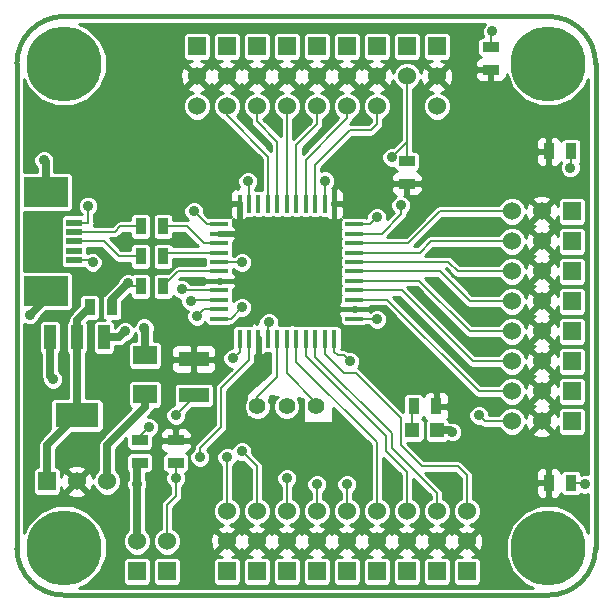
<source format=gtl>
G04 (created by PCBNEW (2013-03-19 BZR 4004)-stable) date 5/7/2013 1:55:13 PM*
%MOIN*%
G04 Gerber Fmt 3.4, Leading zero omitted, Abs format*
%FSLAX34Y34*%
G01*
G70*
G90*
G04 APERTURE LIST*
%ADD10C,2.3622e-006*%
%ADD11C,0.015*%
%ADD12C,0.25*%
%ADD13R,0.1496X0.0984*%
%ADD14R,0.0551X0.0197*%
%ADD15R,0.035X0.055*%
%ADD16R,0.055X0.035*%
%ADD17R,0.0472X0.0472*%
%ADD18R,0.1X0.05*%
%ADD19R,0.08X0.06*%
%ADD20R,0.016X0.06*%
%ADD21R,0.06X0.016*%
%ADD22C,0.055*%
%ADD23R,0.144X0.08*%
%ADD24R,0.04X0.08*%
%ADD25R,0.06X0.06*%
%ADD26C,0.06*%
%ADD27C,0.035*%
%ADD28C,0.008*%
%ADD29C,0.025*%
%ADD30C,0.01*%
G04 APERTURE END LIST*
G54D10*
G54D11*
X67291Y-48716D02*
X67291Y-32574D01*
X49574Y-50291D02*
X65716Y-50291D01*
X48000Y-32574D02*
X48000Y-48716D01*
X65716Y-31000D02*
X49574Y-31000D01*
X48000Y-48716D02*
G75*
G03X49574Y-50291I1574J0D01*
G74*
G01*
X65716Y-50291D02*
G75*
G03X67291Y-48716I0J1574D01*
G74*
G01*
X67291Y-32574D02*
G75*
G03X65716Y-31000I-1574J0D01*
G74*
G01*
X49574Y-31000D02*
G75*
G03X48000Y-32574I0J-1574D01*
G74*
G01*
G54D12*
X65716Y-48716D03*
X65716Y-32574D03*
X49574Y-32574D03*
X49574Y-48716D03*
G54D13*
X48957Y-40154D03*
X48957Y-36846D03*
G54D14*
X49902Y-39130D03*
X49902Y-38815D03*
X49902Y-37870D03*
X49902Y-38185D03*
X49902Y-38500D03*
G54D15*
X52875Y-38000D03*
X52125Y-38000D03*
X52875Y-39000D03*
X52125Y-39000D03*
X61975Y-44000D03*
X61225Y-44000D03*
G54D16*
X53300Y-45125D03*
X53300Y-45875D03*
G54D17*
X61187Y-44800D03*
X62013Y-44800D03*
G54D15*
X52875Y-40000D03*
X52125Y-40000D03*
G54D18*
X53900Y-42425D03*
X53900Y-43625D03*
G54D15*
X65725Y-35500D03*
X66475Y-35500D03*
G54D19*
X52275Y-43600D03*
X52275Y-42300D03*
G54D20*
X57000Y-37250D03*
X56685Y-37250D03*
X56370Y-37250D03*
X56055Y-37250D03*
X55740Y-37250D03*
X55425Y-37250D03*
X57315Y-37250D03*
X57630Y-37250D03*
X57945Y-37250D03*
X58260Y-37250D03*
X58575Y-37250D03*
X57000Y-41750D03*
X56685Y-41750D03*
X56370Y-41750D03*
X56055Y-41750D03*
X55740Y-41750D03*
X55425Y-41750D03*
X57315Y-41750D03*
X57630Y-41750D03*
X57945Y-41750D03*
X58260Y-41750D03*
X58575Y-41750D03*
G54D21*
X54750Y-39500D03*
X59250Y-39500D03*
X54750Y-39815D03*
X59250Y-39815D03*
X59250Y-40130D03*
X54750Y-40130D03*
X54750Y-40445D03*
X59250Y-40445D03*
X59250Y-40760D03*
X54750Y-40760D03*
X54750Y-41075D03*
X59250Y-41075D03*
X59250Y-39185D03*
X54750Y-39185D03*
X54750Y-38870D03*
X59250Y-38870D03*
X59250Y-38555D03*
X54750Y-38555D03*
X54750Y-38240D03*
X59250Y-38240D03*
X59250Y-37925D03*
X54750Y-37925D03*
G54D22*
X56016Y-44000D03*
X57984Y-44000D03*
X57000Y-44000D03*
G54D15*
X50425Y-40700D03*
X51175Y-40700D03*
G54D16*
X52100Y-45875D03*
X52100Y-45125D03*
G54D23*
X50000Y-44300D03*
G54D24*
X50000Y-41700D03*
X49100Y-41700D03*
X50900Y-41700D03*
G54D25*
X55000Y-32000D03*
G54D26*
X55000Y-33000D03*
X55000Y-34000D03*
G54D25*
X49000Y-46500D03*
G54D26*
X50000Y-46500D03*
X51000Y-46500D03*
G54D25*
X62000Y-32000D03*
G54D26*
X62000Y-33000D03*
X62000Y-34000D03*
G54D25*
X66500Y-37500D03*
G54D26*
X65500Y-37500D03*
X64500Y-37500D03*
G54D25*
X66500Y-41500D03*
G54D26*
X65500Y-41500D03*
X64500Y-41500D03*
G54D25*
X66500Y-42500D03*
G54D26*
X65500Y-42500D03*
X64500Y-42500D03*
G54D25*
X66500Y-44500D03*
G54D26*
X65500Y-44500D03*
X64500Y-44500D03*
G54D25*
X66500Y-43500D03*
G54D26*
X65500Y-43500D03*
X64500Y-43500D03*
G54D25*
X63000Y-49500D03*
G54D26*
X63000Y-48500D03*
X63000Y-47500D03*
G54D25*
X62000Y-49500D03*
G54D26*
X62000Y-48500D03*
X62000Y-47500D03*
G54D25*
X60000Y-49500D03*
G54D26*
X60000Y-48500D03*
X60000Y-47500D03*
G54D25*
X61000Y-49500D03*
G54D26*
X61000Y-48500D03*
X61000Y-47500D03*
G54D25*
X59000Y-49500D03*
G54D26*
X59000Y-48500D03*
X59000Y-47500D03*
G54D25*
X66500Y-38500D03*
G54D26*
X65500Y-38500D03*
X64500Y-38500D03*
G54D25*
X66500Y-39500D03*
G54D26*
X65500Y-39500D03*
X64500Y-39500D03*
G54D25*
X66500Y-40500D03*
G54D26*
X65500Y-40500D03*
X64500Y-40500D03*
G54D25*
X58000Y-49500D03*
G54D26*
X58000Y-48500D03*
X58000Y-47500D03*
G54D25*
X57000Y-49500D03*
G54D26*
X57000Y-48500D03*
X57000Y-47500D03*
G54D25*
X56000Y-49500D03*
G54D26*
X56000Y-48500D03*
X56000Y-47500D03*
G54D25*
X55000Y-49500D03*
G54D26*
X55000Y-48500D03*
X55000Y-47500D03*
G54D25*
X54000Y-32000D03*
G54D26*
X54000Y-33000D03*
X54000Y-34000D03*
G54D25*
X60000Y-32000D03*
G54D26*
X60000Y-33000D03*
X60000Y-34000D03*
G54D25*
X59000Y-32000D03*
G54D26*
X59000Y-33000D03*
X59000Y-34000D03*
G54D25*
X58000Y-32000D03*
G54D26*
X58000Y-33000D03*
X58000Y-34000D03*
G54D25*
X56000Y-32000D03*
G54D26*
X56000Y-33000D03*
X56000Y-34000D03*
G54D25*
X52000Y-49500D03*
G54D26*
X52000Y-48500D03*
G54D25*
X53000Y-49500D03*
G54D26*
X53000Y-48500D03*
G54D16*
X61000Y-36575D03*
X61000Y-35825D03*
G54D25*
X57000Y-32000D03*
G54D26*
X57000Y-33000D03*
X57000Y-34000D03*
G54D25*
X61000Y-32000D03*
G54D26*
X61000Y-33000D03*
G54D15*
X65725Y-46550D03*
X66475Y-46550D03*
G54D16*
X63800Y-32775D03*
X63800Y-32025D03*
G54D27*
X53500Y-40100D03*
X55000Y-45700D03*
X53800Y-40500D03*
X55500Y-45500D03*
X57000Y-46400D03*
X54000Y-41000D03*
X55500Y-40700D03*
X58000Y-46600D03*
X59000Y-46600D03*
X55200Y-42400D03*
X60800Y-37300D03*
X59100Y-42500D03*
X63400Y-44300D03*
X53900Y-37500D03*
X53300Y-46400D03*
X54100Y-45700D03*
X52250Y-41375D03*
X50375Y-37325D03*
X52000Y-46600D03*
X49200Y-43100D03*
X60500Y-35700D03*
X60000Y-37700D03*
X63850Y-31500D03*
X66950Y-46600D03*
X48425Y-40950D03*
X48900Y-35800D03*
X62500Y-44850D03*
X53300Y-44300D03*
X52400Y-44700D03*
X60000Y-41100D03*
X56400Y-41200D03*
X55500Y-39200D03*
X55700Y-36500D03*
X51600Y-41500D03*
X51700Y-39900D03*
X50525Y-39200D03*
X66450Y-36050D03*
X58275Y-36475D03*
G54D28*
X54750Y-38870D02*
X53005Y-38870D01*
X53005Y-38870D02*
X52875Y-39000D01*
X54750Y-38555D02*
X54230Y-38555D01*
X53675Y-38000D02*
X52875Y-38000D01*
X54230Y-38555D02*
X53675Y-38000D01*
X54750Y-40130D02*
X53530Y-40130D01*
X53530Y-40130D02*
X53500Y-40100D01*
X55000Y-47500D02*
X55000Y-45700D01*
X54750Y-40445D02*
X53855Y-40445D01*
X53855Y-40445D02*
X53800Y-40500D01*
X56000Y-47500D02*
X56000Y-46000D01*
X56000Y-46000D02*
X55500Y-45500D01*
X57000Y-46400D02*
X57000Y-47500D01*
X54750Y-40760D02*
X54240Y-40760D01*
X54240Y-40760D02*
X54000Y-41000D01*
X54750Y-41075D02*
X55125Y-41075D01*
X55125Y-41075D02*
X55500Y-40700D01*
X58000Y-46600D02*
X58000Y-47500D01*
X59250Y-39500D02*
X62100Y-39500D01*
X63100Y-40500D02*
X64500Y-40500D01*
X62100Y-39500D02*
X63100Y-40500D01*
X59250Y-39185D02*
X62385Y-39185D01*
X62700Y-39500D02*
X64500Y-39500D01*
X62385Y-39185D02*
X62700Y-39500D01*
X59250Y-38870D02*
X61430Y-38870D01*
X61800Y-38500D02*
X64500Y-38500D01*
X61430Y-38870D02*
X61800Y-38500D01*
X55425Y-41750D02*
X55425Y-42175D01*
X59000Y-46600D02*
X59000Y-47500D01*
X55425Y-42175D02*
X55200Y-42400D01*
X59250Y-38555D02*
X61045Y-38555D01*
X62100Y-37500D02*
X64500Y-37500D01*
X61045Y-38555D02*
X62100Y-37500D01*
X59250Y-38240D02*
X60160Y-38240D01*
X60800Y-37600D02*
X60800Y-37300D01*
X60160Y-38240D02*
X60800Y-37600D01*
X57315Y-41750D02*
X57315Y-42515D01*
X60000Y-45200D02*
X60000Y-47500D01*
X57315Y-42515D02*
X60000Y-45200D01*
X57630Y-41750D02*
X57630Y-42330D01*
X61000Y-46200D02*
X61000Y-47500D01*
X60300Y-45500D02*
X61000Y-46200D01*
X60300Y-45000D02*
X60300Y-45500D01*
X57630Y-42330D02*
X60300Y-45000D01*
X57945Y-41750D02*
X57945Y-42345D01*
X62000Y-46900D02*
X62000Y-47500D01*
X60500Y-45400D02*
X62000Y-46900D01*
X60500Y-44900D02*
X60500Y-45400D01*
X57945Y-42345D02*
X60500Y-44900D01*
X58260Y-41750D02*
X58260Y-42260D01*
X63000Y-46300D02*
X63000Y-47500D01*
X62700Y-46000D02*
X63000Y-46300D01*
X61500Y-46000D02*
X62700Y-46000D01*
X60800Y-45300D02*
X61500Y-46000D01*
X60800Y-44400D02*
X60800Y-45300D01*
X59300Y-42900D02*
X60800Y-44400D01*
X58900Y-42900D02*
X59300Y-42900D01*
X58260Y-42260D02*
X58900Y-42900D01*
X59250Y-40445D02*
X60345Y-40445D01*
X63400Y-43500D02*
X64500Y-43500D01*
X60345Y-40445D02*
X63400Y-43500D01*
X64500Y-44500D02*
X63600Y-44500D01*
X58575Y-42175D02*
X58575Y-41750D01*
X58700Y-42300D02*
X58575Y-42175D01*
X58900Y-42300D02*
X58700Y-42300D01*
X59100Y-42500D02*
X58900Y-42300D01*
X63600Y-44500D02*
X63400Y-44300D01*
X59250Y-40130D02*
X60830Y-40130D01*
X63200Y-42500D02*
X64500Y-42500D01*
X60830Y-40130D02*
X63200Y-42500D01*
X59250Y-39815D02*
X61415Y-39815D01*
X63100Y-41500D02*
X64500Y-41500D01*
X61415Y-39815D02*
X63100Y-41500D01*
X54750Y-37925D02*
X54325Y-37925D01*
X54325Y-37925D02*
X53900Y-37500D01*
X56370Y-37250D02*
X56370Y-35670D01*
X55000Y-34300D02*
X55000Y-34000D01*
X56370Y-35670D02*
X55000Y-34300D01*
X56685Y-36000D02*
X56685Y-35185D01*
X56685Y-35185D02*
X56000Y-34500D01*
X56000Y-34000D02*
X56000Y-34500D01*
X56685Y-36000D02*
X56685Y-37250D01*
X57000Y-37250D02*
X57000Y-34000D01*
X57315Y-37250D02*
X57315Y-35285D01*
X58000Y-34600D02*
X58000Y-34000D01*
X57315Y-35285D02*
X58000Y-34600D01*
X57630Y-37250D02*
X57630Y-35770D01*
X57630Y-35770D02*
X58800Y-34600D01*
X58800Y-34600D02*
X59000Y-34400D01*
X59000Y-34400D02*
X59000Y-34000D01*
X59000Y-34400D02*
X59000Y-34000D01*
X59000Y-34400D02*
X59000Y-34000D01*
X59200Y-34800D02*
X59800Y-34800D01*
X59800Y-34800D02*
X60000Y-34600D01*
X60000Y-34600D02*
X60000Y-34000D01*
X57945Y-37250D02*
X57945Y-35955D01*
X59100Y-34800D02*
X59200Y-34800D01*
X57945Y-35955D02*
X59100Y-34800D01*
X60000Y-34600D02*
X60000Y-34000D01*
X60000Y-34600D02*
X60000Y-34000D01*
X60000Y-34600D02*
X60000Y-34000D01*
X61187Y-44800D02*
X61187Y-44038D01*
X61187Y-44038D02*
X61225Y-44000D01*
X55740Y-41750D02*
X55740Y-42460D01*
X54100Y-45400D02*
X54100Y-45700D01*
X54800Y-44700D02*
X54100Y-45400D01*
X54800Y-43400D02*
X54800Y-44700D01*
X55740Y-42460D02*
X54800Y-43400D01*
X53000Y-48500D02*
X53000Y-47300D01*
X53300Y-47000D02*
X53300Y-46400D01*
X53300Y-46400D02*
X53300Y-45875D01*
X53000Y-47300D02*
X53300Y-47000D01*
X49902Y-38185D02*
X51265Y-38185D01*
X51450Y-38000D02*
X52125Y-38000D01*
X51265Y-38185D02*
X51450Y-38000D01*
X49902Y-38500D02*
X50900Y-38500D01*
X51400Y-39000D02*
X52125Y-39000D01*
X50900Y-38500D02*
X51400Y-39000D01*
G54D29*
X52250Y-41375D02*
X52237Y-41387D01*
G54D28*
X49902Y-37870D02*
X50380Y-37870D01*
G54D29*
X52275Y-41425D02*
X52237Y-41387D01*
X52275Y-41425D02*
X52275Y-42300D01*
G54D28*
X50375Y-37865D02*
X50375Y-37325D01*
X50380Y-37870D02*
X50375Y-37865D01*
G54D29*
X52275Y-44025D02*
X52275Y-43600D01*
X51000Y-46500D02*
X51000Y-45300D01*
X51000Y-45300D02*
X52275Y-44025D01*
X49100Y-41700D02*
X49100Y-43000D01*
X49100Y-43000D02*
X49200Y-43100D01*
X52000Y-46600D02*
X52000Y-45975D01*
X52000Y-45975D02*
X52100Y-45875D01*
X52000Y-48500D02*
X52000Y-46600D01*
X49000Y-46500D02*
X49000Y-45300D01*
X50000Y-41700D02*
X50000Y-44300D01*
X49000Y-45300D02*
X50000Y-44300D01*
X50000Y-41700D02*
X50000Y-41125D01*
X50000Y-41125D02*
X50425Y-40700D01*
G54D28*
X61000Y-34650D02*
X61000Y-35200D01*
X61000Y-35200D02*
X60500Y-35700D01*
X61000Y-34650D02*
X61000Y-33000D01*
X59250Y-37925D02*
X59775Y-37925D01*
X61000Y-35200D02*
X61000Y-35825D01*
X59775Y-37925D02*
X60000Y-37700D01*
X63800Y-32025D02*
X63800Y-31550D01*
X63800Y-31550D02*
X63850Y-31500D01*
X66475Y-46550D02*
X66900Y-46550D01*
X66900Y-46550D02*
X66950Y-46600D01*
G54D29*
X48957Y-40154D02*
X48957Y-40418D01*
X48957Y-40418D02*
X48425Y-40950D01*
G54D28*
X48957Y-40418D02*
X48425Y-40950D01*
G54D29*
X48957Y-36846D02*
X48957Y-35857D01*
X48957Y-35857D02*
X48900Y-35800D01*
G54D28*
X48957Y-35857D02*
X48900Y-35800D01*
G54D29*
X62013Y-44800D02*
X62450Y-44800D01*
X62450Y-44800D02*
X62500Y-44850D01*
G54D28*
X53900Y-43625D02*
X53900Y-43700D01*
X53900Y-43700D02*
X53300Y-44300D01*
X52100Y-45125D02*
X52100Y-45000D01*
X52100Y-45000D02*
X52400Y-44700D01*
X59250Y-41075D02*
X59975Y-41075D01*
X59975Y-41075D02*
X60000Y-41100D01*
X56370Y-41750D02*
X56370Y-41230D01*
X56370Y-41230D02*
X56400Y-41200D01*
X54750Y-39185D02*
X55485Y-39185D01*
X55485Y-39185D02*
X55500Y-39200D01*
X55740Y-37250D02*
X55740Y-36540D01*
X55740Y-36540D02*
X55700Y-36500D01*
G54D29*
X50900Y-41700D02*
X51400Y-41700D01*
X51400Y-41700D02*
X51600Y-41500D01*
X51175Y-40700D02*
X51175Y-40425D01*
G54D28*
X51800Y-40000D02*
X51700Y-39900D01*
X51800Y-40000D02*
X52125Y-40000D01*
G54D29*
X51175Y-40425D02*
X51700Y-39900D01*
G54D28*
X49902Y-39130D02*
X50455Y-39130D01*
X50455Y-39130D02*
X50525Y-39200D01*
X66475Y-35500D02*
X66475Y-36025D01*
X66475Y-36025D02*
X66450Y-36050D01*
X58260Y-37250D02*
X58260Y-36490D01*
X58260Y-36490D02*
X58275Y-36475D01*
X56685Y-41750D02*
X56685Y-43015D01*
X56016Y-43684D02*
X56016Y-44000D01*
X56685Y-43015D02*
X56016Y-43684D01*
X57000Y-41750D02*
X57000Y-42900D01*
X57984Y-43884D02*
X57984Y-44000D01*
X57000Y-42900D02*
X57984Y-43884D01*
X54750Y-39500D02*
X53375Y-39500D01*
X53375Y-39500D02*
X52875Y-40000D01*
G54D10*
G36*
X67046Y-48216D02*
X66921Y-47913D01*
X66521Y-47513D01*
X66000Y-47296D01*
X65675Y-47296D01*
X65675Y-47012D01*
X65675Y-46600D01*
X65675Y-46500D01*
X65675Y-46087D01*
X65612Y-46025D01*
X65500Y-46024D01*
X65408Y-46062D01*
X65338Y-46133D01*
X65300Y-46225D01*
X65299Y-46324D01*
X65300Y-46437D01*
X65362Y-46500D01*
X65675Y-46500D01*
X65675Y-46600D01*
X65362Y-46600D01*
X65300Y-46662D01*
X65299Y-46775D01*
X65300Y-46874D01*
X65338Y-46966D01*
X65408Y-47037D01*
X65500Y-47075D01*
X65612Y-47075D01*
X65675Y-47012D01*
X65675Y-47296D01*
X65435Y-47296D01*
X64913Y-47512D01*
X64513Y-47911D01*
X64296Y-48432D01*
X64296Y-48997D01*
X64512Y-49519D01*
X64911Y-49919D01*
X65216Y-50046D01*
X63554Y-50046D01*
X63554Y-48581D01*
X63543Y-48363D01*
X63481Y-48212D01*
X63470Y-48208D01*
X63470Y-47406D01*
X63398Y-47234D01*
X63266Y-47101D01*
X63210Y-47078D01*
X63210Y-46300D01*
X63209Y-46299D01*
X63210Y-46299D01*
X63206Y-46284D01*
X63194Y-46219D01*
X63194Y-46219D01*
X63148Y-46151D01*
X63148Y-46151D01*
X62848Y-45851D01*
X62780Y-45805D01*
X62700Y-45790D01*
X61586Y-45790D01*
X61010Y-45213D01*
X61010Y-45206D01*
X61456Y-45206D01*
X61519Y-45180D01*
X61567Y-45132D01*
X61592Y-45069D01*
X61593Y-45002D01*
X61593Y-44530D01*
X61567Y-44467D01*
X61519Y-44419D01*
X61502Y-44412D01*
X61544Y-44371D01*
X61556Y-44340D01*
X61588Y-44416D01*
X61636Y-44464D01*
X61632Y-44467D01*
X61607Y-44530D01*
X61606Y-44597D01*
X61606Y-45069D01*
X61632Y-45132D01*
X61680Y-45180D01*
X61743Y-45205D01*
X61810Y-45206D01*
X62282Y-45206D01*
X62345Y-45180D01*
X62359Y-45165D01*
X62431Y-45194D01*
X62568Y-45195D01*
X62695Y-45142D01*
X62792Y-45045D01*
X62844Y-44918D01*
X62845Y-44781D01*
X62792Y-44654D01*
X62695Y-44557D01*
X62568Y-44505D01*
X62431Y-44504D01*
X62431Y-44505D01*
X62408Y-44505D01*
X62393Y-44467D01*
X62352Y-44426D01*
X62361Y-44416D01*
X62399Y-44324D01*
X62400Y-44225D01*
X62400Y-43774D01*
X62399Y-43675D01*
X62361Y-43583D01*
X62291Y-43512D01*
X62199Y-43474D01*
X62087Y-43475D01*
X62025Y-43537D01*
X62025Y-43950D01*
X62337Y-43950D01*
X62400Y-43887D01*
X62400Y-43774D01*
X62400Y-44225D01*
X62400Y-44112D01*
X62337Y-44050D01*
X62025Y-44050D01*
X62025Y-44057D01*
X61925Y-44057D01*
X61925Y-44050D01*
X61917Y-44050D01*
X61917Y-43950D01*
X61925Y-43950D01*
X61925Y-43537D01*
X61862Y-43475D01*
X61750Y-43474D01*
X61658Y-43512D01*
X61588Y-43583D01*
X61556Y-43659D01*
X61544Y-43628D01*
X61496Y-43580D01*
X61433Y-43555D01*
X61366Y-43554D01*
X61016Y-43554D01*
X60953Y-43580D01*
X60905Y-43628D01*
X60880Y-43691D01*
X60879Y-43758D01*
X60879Y-44182D01*
X60345Y-43648D01*
X60345Y-41031D01*
X60292Y-40904D01*
X60195Y-40807D01*
X60068Y-40755D01*
X59931Y-40754D01*
X59804Y-40807D01*
X59800Y-40812D01*
X59800Y-40862D01*
X59799Y-40862D01*
X59800Y-40812D01*
X59774Y-40837D01*
X59737Y-40800D01*
X59300Y-40800D01*
X59300Y-40817D01*
X59200Y-40817D01*
X59200Y-40800D01*
X58762Y-40800D01*
X58700Y-40862D01*
X58700Y-40889D01*
X58738Y-40981D01*
X58779Y-41023D01*
X58779Y-41028D01*
X58779Y-41188D01*
X58805Y-41251D01*
X58853Y-41299D01*
X58916Y-41324D01*
X58983Y-41325D01*
X59583Y-41325D01*
X59646Y-41299D01*
X59660Y-41285D01*
X59703Y-41285D01*
X59707Y-41295D01*
X59804Y-41392D01*
X59931Y-41444D01*
X60068Y-41445D01*
X60195Y-41392D01*
X60292Y-41295D01*
X60344Y-41168D01*
X60345Y-41031D01*
X60345Y-43648D01*
X59448Y-42751D01*
X59381Y-42706D01*
X59392Y-42695D01*
X59444Y-42568D01*
X59445Y-42431D01*
X59392Y-42304D01*
X59295Y-42207D01*
X59168Y-42155D01*
X59051Y-42154D01*
X59048Y-42151D01*
X58980Y-42105D01*
X58900Y-42090D01*
X58822Y-42090D01*
X58824Y-42083D01*
X58825Y-42016D01*
X58825Y-41416D01*
X58799Y-41353D01*
X58751Y-41305D01*
X58688Y-41280D01*
X58621Y-41279D01*
X58461Y-41279D01*
X58417Y-41298D01*
X58373Y-41280D01*
X58306Y-41279D01*
X58146Y-41279D01*
X58102Y-41298D01*
X58058Y-41280D01*
X57991Y-41279D01*
X57831Y-41279D01*
X57787Y-41298D01*
X57743Y-41280D01*
X57676Y-41279D01*
X57516Y-41279D01*
X57472Y-41298D01*
X57428Y-41280D01*
X57361Y-41279D01*
X57250Y-41279D01*
X57250Y-41240D01*
X57016Y-41279D01*
X56886Y-41279D01*
X56842Y-41298D01*
X56798Y-41280D01*
X56740Y-41279D01*
X56744Y-41268D01*
X56745Y-41131D01*
X56692Y-41004D01*
X56595Y-40907D01*
X56468Y-40855D01*
X56331Y-40854D01*
X56204Y-40907D01*
X56107Y-41004D01*
X56055Y-41131D01*
X56054Y-41200D01*
X56004Y-41200D01*
X56004Y-41252D01*
X55952Y-41200D01*
X55925Y-41199D01*
X55845Y-41233D01*
X55845Y-40631D01*
X55792Y-40504D01*
X55695Y-40407D01*
X55568Y-40355D01*
X55431Y-40354D01*
X55304Y-40407D01*
X55220Y-40492D01*
X55220Y-40491D01*
X55220Y-40331D01*
X55201Y-40287D01*
X55219Y-40243D01*
X55220Y-40176D01*
X55220Y-40078D01*
X55261Y-40036D01*
X55299Y-39944D01*
X55299Y-39917D01*
X55237Y-39855D01*
X54800Y-39855D01*
X54800Y-39872D01*
X54700Y-39872D01*
X54700Y-39855D01*
X54262Y-39855D01*
X54200Y-39917D01*
X54200Y-39920D01*
X53798Y-39920D01*
X53792Y-39904D01*
X53695Y-39807D01*
X53568Y-39755D01*
X53431Y-39754D01*
X53406Y-39765D01*
X53461Y-39710D01*
X54200Y-39710D01*
X54200Y-39712D01*
X54262Y-39775D01*
X54700Y-39775D01*
X54700Y-39757D01*
X54800Y-39757D01*
X54800Y-39775D01*
X55237Y-39775D01*
X55299Y-39712D01*
X55299Y-39685D01*
X55261Y-39593D01*
X55220Y-39551D01*
X55220Y-39546D01*
X55220Y-39407D01*
X55304Y-39492D01*
X55431Y-39544D01*
X55568Y-39545D01*
X55695Y-39492D01*
X55792Y-39395D01*
X55844Y-39268D01*
X55845Y-39131D01*
X55792Y-39004D01*
X55695Y-38907D01*
X55568Y-38855D01*
X55431Y-38854D01*
X55304Y-38907D01*
X55237Y-38975D01*
X55219Y-38975D01*
X55220Y-38916D01*
X55220Y-38756D01*
X55201Y-38712D01*
X55219Y-38668D01*
X55220Y-38601D01*
X55220Y-38503D01*
X55261Y-38461D01*
X55299Y-38369D01*
X55299Y-38342D01*
X55237Y-38280D01*
X54800Y-38280D01*
X54800Y-38297D01*
X54700Y-38297D01*
X54700Y-38280D01*
X54692Y-38280D01*
X54692Y-38200D01*
X54700Y-38200D01*
X54700Y-38182D01*
X54800Y-38182D01*
X54800Y-38200D01*
X55237Y-38200D01*
X55299Y-38137D01*
X55299Y-38110D01*
X55261Y-38018D01*
X55220Y-37976D01*
X55220Y-37971D01*
X55220Y-37811D01*
X55196Y-37755D01*
X55203Y-37762D01*
X55295Y-37800D01*
X55322Y-37800D01*
X55385Y-37737D01*
X55385Y-37300D01*
X55157Y-37300D01*
X55095Y-37362D01*
X55094Y-37500D01*
X55095Y-37599D01*
X55133Y-37691D01*
X55139Y-37698D01*
X55083Y-37675D01*
X55016Y-37674D01*
X54470Y-37674D01*
X54470Y-33906D01*
X54398Y-33734D01*
X54266Y-33601D01*
X54128Y-33544D01*
X54136Y-33543D01*
X54287Y-33481D01*
X54315Y-33385D01*
X54000Y-33070D01*
X53929Y-33141D01*
X53929Y-33000D01*
X53614Y-32684D01*
X53518Y-32712D01*
X53445Y-32918D01*
X53456Y-33136D01*
X53518Y-33287D01*
X53614Y-33315D01*
X53929Y-33000D01*
X53929Y-33141D01*
X53684Y-33385D01*
X53712Y-33481D01*
X53879Y-33541D01*
X53734Y-33601D01*
X53601Y-33733D01*
X53530Y-33906D01*
X53529Y-34093D01*
X53601Y-34265D01*
X53733Y-34398D01*
X53906Y-34469D01*
X54093Y-34470D01*
X54265Y-34398D01*
X54398Y-34266D01*
X54469Y-34093D01*
X54470Y-33906D01*
X54470Y-37674D01*
X54416Y-37674D01*
X54384Y-37687D01*
X54244Y-37547D01*
X54245Y-37431D01*
X54192Y-37304D01*
X54095Y-37207D01*
X53968Y-37155D01*
X53831Y-37154D01*
X53704Y-37207D01*
X53607Y-37304D01*
X53555Y-37431D01*
X53554Y-37568D01*
X53607Y-37695D01*
X53704Y-37792D01*
X53720Y-37799D01*
X53675Y-37790D01*
X53220Y-37790D01*
X53220Y-37691D01*
X53194Y-37628D01*
X53146Y-37580D01*
X53083Y-37555D01*
X53016Y-37554D01*
X52666Y-37554D01*
X52603Y-37580D01*
X52555Y-37628D01*
X52530Y-37691D01*
X52529Y-37758D01*
X52529Y-38308D01*
X52555Y-38371D01*
X52603Y-38419D01*
X52666Y-38444D01*
X52733Y-38445D01*
X53083Y-38445D01*
X53146Y-38419D01*
X53194Y-38371D01*
X53219Y-38308D01*
X53220Y-38241D01*
X53220Y-38210D01*
X53588Y-38210D01*
X54038Y-38660D01*
X53207Y-38660D01*
X53194Y-38628D01*
X53146Y-38580D01*
X53083Y-38555D01*
X53016Y-38554D01*
X52666Y-38554D01*
X52603Y-38580D01*
X52555Y-38628D01*
X52530Y-38691D01*
X52529Y-38758D01*
X52529Y-39308D01*
X52555Y-39371D01*
X52603Y-39419D01*
X52666Y-39444D01*
X52733Y-39445D01*
X53083Y-39445D01*
X53146Y-39419D01*
X53194Y-39371D01*
X53219Y-39308D01*
X53220Y-39241D01*
X53220Y-39080D01*
X54280Y-39080D01*
X54279Y-39138D01*
X54279Y-39290D01*
X53375Y-39290D01*
X53294Y-39305D01*
X53226Y-39351D01*
X53023Y-39554D01*
X53016Y-39554D01*
X52666Y-39554D01*
X52603Y-39580D01*
X52555Y-39628D01*
X52530Y-39691D01*
X52529Y-39758D01*
X52529Y-40308D01*
X52555Y-40371D01*
X52603Y-40419D01*
X52666Y-40444D01*
X52733Y-40445D01*
X53083Y-40445D01*
X53146Y-40419D01*
X53194Y-40371D01*
X53219Y-40308D01*
X53219Y-40307D01*
X53304Y-40392D01*
X53431Y-40444D01*
X53455Y-40444D01*
X53454Y-40568D01*
X53507Y-40695D01*
X53604Y-40792D01*
X53696Y-40830D01*
X53655Y-40931D01*
X53654Y-41068D01*
X53707Y-41195D01*
X53804Y-41292D01*
X53931Y-41344D01*
X54068Y-41345D01*
X54195Y-41292D01*
X54285Y-41202D01*
X54305Y-41251D01*
X54353Y-41299D01*
X54416Y-41324D01*
X54483Y-41325D01*
X55083Y-41325D01*
X55146Y-41299D01*
X55169Y-41276D01*
X55205Y-41269D01*
X55273Y-41223D01*
X55452Y-41044D01*
X55568Y-41045D01*
X55695Y-40992D01*
X55792Y-40895D01*
X55844Y-40768D01*
X55845Y-40631D01*
X55845Y-41233D01*
X55833Y-41237D01*
X55791Y-41279D01*
X55786Y-41279D01*
X55626Y-41279D01*
X55582Y-41298D01*
X55538Y-41280D01*
X55471Y-41279D01*
X55311Y-41279D01*
X55248Y-41305D01*
X55200Y-41353D01*
X55175Y-41416D01*
X55174Y-41483D01*
X55174Y-42054D01*
X55131Y-42054D01*
X55004Y-42107D01*
X54907Y-42204D01*
X54855Y-42331D01*
X54854Y-42468D01*
X54907Y-42595D01*
X55004Y-42692D01*
X55131Y-42744D01*
X55158Y-42744D01*
X54651Y-43251D01*
X54650Y-43253D01*
X54650Y-42724D01*
X54650Y-42125D01*
X54612Y-42033D01*
X54541Y-41963D01*
X54449Y-41925D01*
X54350Y-41924D01*
X54012Y-41925D01*
X53950Y-41987D01*
X53950Y-42375D01*
X54587Y-42375D01*
X54650Y-42312D01*
X54650Y-42125D01*
X54650Y-42724D01*
X54650Y-42537D01*
X54587Y-42475D01*
X53950Y-42475D01*
X53950Y-42862D01*
X54012Y-42925D01*
X54350Y-42925D01*
X54449Y-42924D01*
X54541Y-42886D01*
X54612Y-42816D01*
X54650Y-42724D01*
X54650Y-43253D01*
X54605Y-43319D01*
X54590Y-43400D01*
X54590Y-44613D01*
X54570Y-44632D01*
X54570Y-43841D01*
X54570Y-43341D01*
X54544Y-43278D01*
X54496Y-43230D01*
X54433Y-43205D01*
X54366Y-43204D01*
X53850Y-43204D01*
X53850Y-42862D01*
X53850Y-42475D01*
X53850Y-42375D01*
X53850Y-41987D01*
X53787Y-41925D01*
X53449Y-41924D01*
X53350Y-41925D01*
X53258Y-41963D01*
X53187Y-42033D01*
X53149Y-42125D01*
X53150Y-42312D01*
X53212Y-42375D01*
X53850Y-42375D01*
X53850Y-42475D01*
X53212Y-42475D01*
X53150Y-42537D01*
X53149Y-42724D01*
X53187Y-42816D01*
X53258Y-42886D01*
X53350Y-42924D01*
X53449Y-42925D01*
X53787Y-42925D01*
X53850Y-42862D01*
X53850Y-43204D01*
X53366Y-43204D01*
X53303Y-43230D01*
X53255Y-43278D01*
X53230Y-43341D01*
X53229Y-43408D01*
X53229Y-43908D01*
X53249Y-43954D01*
X53231Y-43954D01*
X53104Y-44007D01*
X53007Y-44104D01*
X52955Y-44231D01*
X52954Y-44368D01*
X53007Y-44495D01*
X53104Y-44592D01*
X53231Y-44644D01*
X53368Y-44645D01*
X53495Y-44592D01*
X53592Y-44495D01*
X53644Y-44368D01*
X53645Y-44251D01*
X53851Y-44045D01*
X54433Y-44045D01*
X54496Y-44019D01*
X54544Y-43971D01*
X54569Y-43908D01*
X54570Y-43841D01*
X54570Y-44632D01*
X53951Y-45251D01*
X53905Y-45319D01*
X53890Y-45400D01*
X53890Y-45422D01*
X53825Y-45486D01*
X53825Y-45349D01*
X53825Y-44900D01*
X53787Y-44808D01*
X53716Y-44738D01*
X53624Y-44700D01*
X53525Y-44699D01*
X53412Y-44700D01*
X53350Y-44762D01*
X53350Y-45075D01*
X53762Y-45075D01*
X53825Y-45012D01*
X53825Y-44900D01*
X53825Y-45349D01*
X53825Y-45237D01*
X53762Y-45175D01*
X53350Y-45175D01*
X53350Y-45182D01*
X53250Y-45182D01*
X53250Y-45175D01*
X53250Y-45075D01*
X53250Y-44762D01*
X53187Y-44700D01*
X53074Y-44699D01*
X52975Y-44700D01*
X52883Y-44738D01*
X52845Y-44776D01*
X52845Y-43866D01*
X52845Y-43266D01*
X52845Y-42566D01*
X52845Y-41966D01*
X52819Y-41903D01*
X52771Y-41855D01*
X52708Y-41830D01*
X52641Y-41829D01*
X52570Y-41829D01*
X52570Y-41503D01*
X52594Y-41443D01*
X52595Y-41306D01*
X52542Y-41179D01*
X52445Y-41082D01*
X52318Y-41030D01*
X52181Y-41029D01*
X52054Y-41082D01*
X51957Y-41179D01*
X51905Y-41306D01*
X51905Y-41334D01*
X51892Y-41304D01*
X51795Y-41207D01*
X51668Y-41155D01*
X51531Y-41154D01*
X51404Y-41207D01*
X51307Y-41304D01*
X51270Y-41395D01*
X51270Y-41266D01*
X51244Y-41203D01*
X51196Y-41155D01*
X51170Y-41145D01*
X51383Y-41145D01*
X51446Y-41119D01*
X51494Y-41071D01*
X51519Y-41008D01*
X51520Y-40941D01*
X51520Y-40497D01*
X51774Y-40242D01*
X51779Y-40240D01*
X51779Y-40308D01*
X51805Y-40371D01*
X51853Y-40419D01*
X51916Y-40444D01*
X51983Y-40445D01*
X52333Y-40445D01*
X52396Y-40419D01*
X52444Y-40371D01*
X52469Y-40308D01*
X52470Y-40241D01*
X52470Y-39691D01*
X52470Y-39241D01*
X52470Y-38691D01*
X52444Y-38628D01*
X52396Y-38580D01*
X52333Y-38555D01*
X52266Y-38554D01*
X51916Y-38554D01*
X51853Y-38580D01*
X51805Y-38628D01*
X51780Y-38691D01*
X51779Y-38758D01*
X51779Y-38790D01*
X51486Y-38790D01*
X51091Y-38395D01*
X51265Y-38395D01*
X51345Y-38379D01*
X51413Y-38333D01*
X51536Y-38210D01*
X51779Y-38210D01*
X51779Y-38308D01*
X51805Y-38371D01*
X51853Y-38419D01*
X51916Y-38444D01*
X51983Y-38445D01*
X52333Y-38445D01*
X52396Y-38419D01*
X52444Y-38371D01*
X52469Y-38308D01*
X52470Y-38241D01*
X52470Y-37691D01*
X52444Y-37628D01*
X52396Y-37580D01*
X52333Y-37555D01*
X52266Y-37554D01*
X51916Y-37554D01*
X51853Y-37580D01*
X51805Y-37628D01*
X51780Y-37691D01*
X51779Y-37758D01*
X51779Y-37790D01*
X51450Y-37790D01*
X51449Y-37790D01*
X51434Y-37793D01*
X51369Y-37805D01*
X51301Y-37851D01*
X51301Y-37851D01*
X51178Y-37975D01*
X50557Y-37975D01*
X50574Y-37950D01*
X50574Y-37950D01*
X50590Y-37870D01*
X50585Y-37844D01*
X50585Y-37844D01*
X50585Y-37602D01*
X50667Y-37520D01*
X50719Y-37393D01*
X50720Y-37256D01*
X50667Y-37129D01*
X50570Y-37032D01*
X50443Y-36980D01*
X50306Y-36979D01*
X50179Y-37032D01*
X50082Y-37129D01*
X50030Y-37256D01*
X50029Y-37393D01*
X50082Y-37520D01*
X50163Y-37601D01*
X50143Y-37601D01*
X49592Y-37601D01*
X49530Y-37627D01*
X49482Y-37675D01*
X49456Y-37737D01*
X49456Y-37805D01*
X49456Y-38002D01*
X49466Y-38027D01*
X49456Y-38052D01*
X49456Y-38120D01*
X49456Y-38317D01*
X49466Y-38342D01*
X49456Y-38367D01*
X49456Y-38435D01*
X49456Y-38632D01*
X49466Y-38657D01*
X49456Y-38682D01*
X49456Y-38750D01*
X49456Y-38947D01*
X49466Y-38972D01*
X49456Y-38997D01*
X49456Y-39065D01*
X49456Y-39262D01*
X49482Y-39324D01*
X49530Y-39372D01*
X49592Y-39398D01*
X49660Y-39398D01*
X50211Y-39398D01*
X50230Y-39390D01*
X50232Y-39395D01*
X50329Y-39492D01*
X50456Y-39544D01*
X50593Y-39545D01*
X50720Y-39492D01*
X50817Y-39395D01*
X50869Y-39268D01*
X50870Y-39131D01*
X50817Y-39004D01*
X50720Y-38907D01*
X50593Y-38855D01*
X50456Y-38854D01*
X50347Y-38900D01*
X50347Y-38879D01*
X50347Y-38710D01*
X50813Y-38710D01*
X51251Y-39148D01*
X51319Y-39194D01*
X51319Y-39194D01*
X51400Y-39210D01*
X51779Y-39210D01*
X51779Y-39308D01*
X51805Y-39371D01*
X51853Y-39419D01*
X51916Y-39444D01*
X51983Y-39445D01*
X52333Y-39445D01*
X52396Y-39419D01*
X52444Y-39371D01*
X52469Y-39308D01*
X52470Y-39241D01*
X52470Y-39691D01*
X52444Y-39628D01*
X52396Y-39580D01*
X52333Y-39555D01*
X52266Y-39554D01*
X51916Y-39554D01*
X51853Y-39580D01*
X51847Y-39587D01*
X51768Y-39555D01*
X51631Y-39554D01*
X51504Y-39607D01*
X51407Y-39704D01*
X51357Y-39825D01*
X50966Y-40216D01*
X50930Y-40269D01*
X50903Y-40280D01*
X50855Y-40328D01*
X50830Y-40391D01*
X50829Y-40458D01*
X50829Y-41008D01*
X50855Y-41071D01*
X50903Y-41119D01*
X50929Y-41129D01*
X50670Y-41129D01*
X50696Y-41119D01*
X50744Y-41071D01*
X50769Y-41008D01*
X50770Y-40941D01*
X50770Y-40391D01*
X50744Y-40328D01*
X50696Y-40280D01*
X50633Y-40255D01*
X50566Y-40254D01*
X50216Y-40254D01*
X50153Y-40280D01*
X50105Y-40328D01*
X50080Y-40391D01*
X50079Y-40458D01*
X50079Y-40627D01*
X49791Y-40916D01*
X49727Y-41012D01*
X49705Y-41125D01*
X49705Y-41155D01*
X49703Y-41155D01*
X49655Y-41203D01*
X49630Y-41266D01*
X49629Y-41333D01*
X49629Y-42133D01*
X49655Y-42196D01*
X49703Y-42244D01*
X49705Y-42244D01*
X49705Y-43729D01*
X49545Y-43729D01*
X49545Y-43031D01*
X49492Y-42904D01*
X49395Y-42807D01*
X49395Y-42807D01*
X49395Y-42244D01*
X49396Y-42244D01*
X49444Y-42196D01*
X49469Y-42133D01*
X49470Y-42066D01*
X49470Y-41266D01*
X49444Y-41203D01*
X49396Y-41155D01*
X49333Y-41130D01*
X49266Y-41129D01*
X48866Y-41129D01*
X48803Y-41155D01*
X48755Y-41203D01*
X48730Y-41266D01*
X48729Y-41333D01*
X48729Y-42133D01*
X48755Y-42196D01*
X48803Y-42244D01*
X48805Y-42244D01*
X48805Y-43000D01*
X48827Y-43112D01*
X48854Y-43154D01*
X48854Y-43168D01*
X48907Y-43295D01*
X49004Y-43392D01*
X49131Y-43444D01*
X49268Y-43445D01*
X49395Y-43392D01*
X49492Y-43295D01*
X49544Y-43168D01*
X49545Y-43031D01*
X49545Y-43729D01*
X49246Y-43729D01*
X49183Y-43755D01*
X49135Y-43803D01*
X49110Y-43866D01*
X49109Y-43933D01*
X49109Y-44733D01*
X49121Y-44761D01*
X48791Y-45091D01*
X48727Y-45187D01*
X48705Y-45300D01*
X48705Y-46029D01*
X48666Y-46029D01*
X48603Y-46055D01*
X48555Y-46103D01*
X48530Y-46166D01*
X48529Y-46233D01*
X48529Y-46833D01*
X48555Y-46896D01*
X48603Y-46944D01*
X48666Y-46969D01*
X48733Y-46970D01*
X49333Y-46970D01*
X49396Y-46944D01*
X49444Y-46896D01*
X49469Y-46833D01*
X49470Y-46766D01*
X49470Y-46670D01*
X49518Y-46787D01*
X49614Y-46815D01*
X49929Y-46500D01*
X49614Y-46184D01*
X49518Y-46212D01*
X49470Y-46348D01*
X49470Y-46166D01*
X49444Y-46103D01*
X49396Y-46055D01*
X49333Y-46030D01*
X49295Y-46029D01*
X49295Y-45422D01*
X49847Y-44870D01*
X50753Y-44870D01*
X50816Y-44844D01*
X50864Y-44796D01*
X50889Y-44733D01*
X50890Y-44666D01*
X50890Y-43866D01*
X50864Y-43803D01*
X50816Y-43755D01*
X50753Y-43730D01*
X50686Y-43729D01*
X50295Y-43729D01*
X50295Y-42244D01*
X50296Y-42244D01*
X50344Y-42196D01*
X50369Y-42133D01*
X50370Y-42066D01*
X50370Y-41266D01*
X50344Y-41203D01*
X50341Y-41200D01*
X50397Y-41145D01*
X50629Y-41145D01*
X50603Y-41155D01*
X50555Y-41203D01*
X50530Y-41266D01*
X50529Y-41333D01*
X50529Y-42133D01*
X50555Y-42196D01*
X50603Y-42244D01*
X50666Y-42269D01*
X50733Y-42270D01*
X51133Y-42270D01*
X51196Y-42244D01*
X51244Y-42196D01*
X51269Y-42133D01*
X51270Y-42066D01*
X51270Y-41995D01*
X51400Y-41995D01*
X51512Y-41972D01*
X51608Y-41908D01*
X51674Y-41842D01*
X51795Y-41792D01*
X51892Y-41695D01*
X51944Y-41568D01*
X51944Y-41540D01*
X51957Y-41570D01*
X51980Y-41592D01*
X51980Y-41829D01*
X51841Y-41829D01*
X51778Y-41855D01*
X51730Y-41903D01*
X51705Y-41966D01*
X51704Y-42033D01*
X51704Y-42633D01*
X51730Y-42696D01*
X51778Y-42744D01*
X51841Y-42769D01*
X51908Y-42770D01*
X52708Y-42770D01*
X52771Y-42744D01*
X52819Y-42696D01*
X52844Y-42633D01*
X52845Y-42566D01*
X52845Y-43266D01*
X52819Y-43203D01*
X52771Y-43155D01*
X52708Y-43130D01*
X52641Y-43129D01*
X51841Y-43129D01*
X51778Y-43155D01*
X51730Y-43203D01*
X51705Y-43266D01*
X51704Y-43333D01*
X51704Y-43933D01*
X51730Y-43996D01*
X51778Y-44044D01*
X51821Y-44061D01*
X50791Y-45091D01*
X50727Y-45187D01*
X50705Y-45300D01*
X50705Y-46130D01*
X50601Y-46233D01*
X50544Y-46371D01*
X50543Y-46363D01*
X50481Y-46212D01*
X50385Y-46184D01*
X50315Y-46255D01*
X50315Y-46114D01*
X50287Y-46018D01*
X50081Y-45945D01*
X49863Y-45956D01*
X49712Y-46018D01*
X49684Y-46114D01*
X50000Y-46429D01*
X50315Y-46114D01*
X50315Y-46255D01*
X50070Y-46500D01*
X50385Y-46815D01*
X50481Y-46787D01*
X50541Y-46620D01*
X50601Y-46765D01*
X50733Y-46898D01*
X50906Y-46969D01*
X51093Y-46970D01*
X51265Y-46898D01*
X51398Y-46766D01*
X51469Y-46593D01*
X51470Y-46406D01*
X51398Y-46234D01*
X51295Y-46130D01*
X51295Y-45422D01*
X51654Y-45062D01*
X51654Y-45333D01*
X51680Y-45396D01*
X51728Y-45444D01*
X51791Y-45469D01*
X51858Y-45470D01*
X52408Y-45470D01*
X52471Y-45444D01*
X52519Y-45396D01*
X52544Y-45333D01*
X52545Y-45266D01*
X52545Y-45013D01*
X52595Y-44992D01*
X52692Y-44895D01*
X52744Y-44768D01*
X52745Y-44631D01*
X52692Y-44504D01*
X52595Y-44407D01*
X52468Y-44355D01*
X52362Y-44354D01*
X52483Y-44233D01*
X52483Y-44233D01*
X52547Y-44137D01*
X52561Y-44070D01*
X52708Y-44070D01*
X52771Y-44044D01*
X52819Y-43996D01*
X52844Y-43933D01*
X52845Y-43866D01*
X52845Y-44776D01*
X52812Y-44808D01*
X52774Y-44900D01*
X52775Y-45012D01*
X52837Y-45075D01*
X53250Y-45075D01*
X53250Y-45175D01*
X52837Y-45175D01*
X52775Y-45237D01*
X52774Y-45349D01*
X52812Y-45441D01*
X52883Y-45511D01*
X52959Y-45543D01*
X52928Y-45555D01*
X52880Y-45603D01*
X52855Y-45666D01*
X52854Y-45733D01*
X52854Y-46083D01*
X52880Y-46146D01*
X52928Y-46194D01*
X52991Y-46219D01*
X53001Y-46219D01*
X52955Y-46331D01*
X52954Y-46468D01*
X53007Y-46595D01*
X53090Y-46677D01*
X53090Y-46913D01*
X52851Y-47151D01*
X52805Y-47219D01*
X52790Y-47300D01*
X52790Y-48078D01*
X52734Y-48101D01*
X52601Y-48233D01*
X52545Y-48370D01*
X52545Y-46016D01*
X52545Y-45666D01*
X52519Y-45603D01*
X52471Y-45555D01*
X52408Y-45530D01*
X52341Y-45529D01*
X51791Y-45529D01*
X51728Y-45555D01*
X51680Y-45603D01*
X51655Y-45666D01*
X51654Y-45733D01*
X51654Y-46083D01*
X51680Y-46146D01*
X51705Y-46170D01*
X51705Y-46410D01*
X51655Y-46531D01*
X51654Y-46668D01*
X51705Y-46789D01*
X51705Y-48130D01*
X51601Y-48233D01*
X51530Y-48406D01*
X51529Y-48593D01*
X51601Y-48765D01*
X51733Y-48898D01*
X51906Y-48969D01*
X52093Y-48970D01*
X52265Y-48898D01*
X52398Y-48766D01*
X52469Y-48593D01*
X52470Y-48406D01*
X52398Y-48234D01*
X52295Y-48130D01*
X52295Y-46789D01*
X52344Y-46668D01*
X52345Y-46531D01*
X52295Y-46410D01*
X52295Y-46220D01*
X52408Y-46220D01*
X52471Y-46194D01*
X52519Y-46146D01*
X52544Y-46083D01*
X52545Y-46016D01*
X52545Y-48370D01*
X52530Y-48406D01*
X52529Y-48593D01*
X52601Y-48765D01*
X52733Y-48898D01*
X52906Y-48969D01*
X53093Y-48970D01*
X53265Y-48898D01*
X53398Y-48766D01*
X53469Y-48593D01*
X53470Y-48406D01*
X53398Y-48234D01*
X53266Y-48101D01*
X53210Y-48078D01*
X53210Y-47386D01*
X53448Y-47148D01*
X53448Y-47148D01*
X53448Y-47148D01*
X53494Y-47080D01*
X53494Y-47080D01*
X53506Y-47015D01*
X53510Y-47000D01*
X53509Y-47000D01*
X53510Y-47000D01*
X53510Y-46677D01*
X53592Y-46595D01*
X53644Y-46468D01*
X53645Y-46331D01*
X53598Y-46220D01*
X53608Y-46220D01*
X53671Y-46194D01*
X53719Y-46146D01*
X53744Y-46083D01*
X53745Y-46016D01*
X53745Y-45666D01*
X53719Y-45603D01*
X53671Y-45555D01*
X53640Y-45543D01*
X53716Y-45511D01*
X53787Y-45441D01*
X53825Y-45349D01*
X53825Y-45486D01*
X53807Y-45504D01*
X53755Y-45631D01*
X53754Y-45768D01*
X53807Y-45895D01*
X53904Y-45992D01*
X54031Y-46044D01*
X54168Y-46045D01*
X54295Y-45992D01*
X54392Y-45895D01*
X54444Y-45768D01*
X54445Y-45631D01*
X54392Y-45504D01*
X54342Y-45454D01*
X54948Y-44848D01*
X54948Y-44848D01*
X54948Y-44848D01*
X54994Y-44780D01*
X54994Y-44780D01*
X55006Y-44715D01*
X55010Y-44700D01*
X55009Y-44700D01*
X55010Y-44700D01*
X55010Y-43486D01*
X55888Y-42608D01*
X55934Y-42540D01*
X55934Y-42540D01*
X55950Y-42460D01*
X55950Y-42300D01*
X55952Y-42300D01*
X56015Y-42237D01*
X56015Y-41800D01*
X55997Y-41800D01*
X55997Y-41700D01*
X56015Y-41700D01*
X56015Y-41692D01*
X56095Y-41692D01*
X56095Y-41700D01*
X56112Y-41700D01*
X56112Y-41800D01*
X56095Y-41800D01*
X56095Y-42237D01*
X56157Y-42300D01*
X56184Y-42300D01*
X56276Y-42262D01*
X56318Y-42220D01*
X56323Y-42220D01*
X56450Y-42220D01*
X56450Y-42877D01*
X56015Y-43257D01*
X55650Y-43577D01*
X55650Y-43736D01*
X55638Y-43747D01*
X55571Y-43911D01*
X55570Y-44088D01*
X55638Y-44251D01*
X55650Y-44263D01*
X55650Y-44350D01*
X55736Y-44350D01*
X55763Y-44377D01*
X55927Y-44444D01*
X56104Y-44445D01*
X56267Y-44377D01*
X56295Y-44350D01*
X56343Y-44350D01*
X56351Y-44293D01*
X56393Y-44252D01*
X56460Y-44088D01*
X56461Y-43911D01*
X56420Y-43812D01*
X56442Y-43653D01*
X56695Y-43674D01*
X56622Y-43747D01*
X56555Y-43911D01*
X56554Y-44088D01*
X56622Y-44251D01*
X56747Y-44377D01*
X56911Y-44444D01*
X57088Y-44445D01*
X57251Y-44377D01*
X57377Y-44252D01*
X57444Y-44088D01*
X57445Y-43911D01*
X57377Y-43748D01*
X57359Y-43730D01*
X57548Y-43745D01*
X57550Y-43746D01*
X57550Y-43884D01*
X57539Y-43911D01*
X57538Y-44088D01*
X57550Y-44114D01*
X57550Y-44550D01*
X58550Y-44550D01*
X58550Y-44046D01*
X59790Y-45286D01*
X59790Y-47078D01*
X59734Y-47101D01*
X59601Y-47233D01*
X59530Y-47406D01*
X59529Y-47593D01*
X59601Y-47765D01*
X59733Y-47898D01*
X59871Y-47955D01*
X59863Y-47956D01*
X59712Y-48018D01*
X59684Y-48114D01*
X60000Y-48429D01*
X60315Y-48114D01*
X60287Y-48018D01*
X60120Y-47958D01*
X60265Y-47898D01*
X60398Y-47766D01*
X60469Y-47593D01*
X60470Y-47406D01*
X60398Y-47234D01*
X60266Y-47101D01*
X60210Y-47078D01*
X60210Y-45706D01*
X60790Y-46286D01*
X60790Y-47078D01*
X60734Y-47101D01*
X60601Y-47233D01*
X60530Y-47406D01*
X60529Y-47593D01*
X60601Y-47765D01*
X60733Y-47898D01*
X60871Y-47955D01*
X60863Y-47956D01*
X60712Y-48018D01*
X60684Y-48114D01*
X61000Y-48429D01*
X61315Y-48114D01*
X61287Y-48018D01*
X61120Y-47958D01*
X61265Y-47898D01*
X61398Y-47766D01*
X61469Y-47593D01*
X61470Y-47406D01*
X61398Y-47234D01*
X61266Y-47101D01*
X61210Y-47078D01*
X61210Y-46406D01*
X61790Y-46986D01*
X61790Y-47078D01*
X61734Y-47101D01*
X61601Y-47233D01*
X61530Y-47406D01*
X61529Y-47593D01*
X61601Y-47765D01*
X61733Y-47898D01*
X61871Y-47955D01*
X61863Y-47956D01*
X61712Y-48018D01*
X61684Y-48114D01*
X62000Y-48429D01*
X62315Y-48114D01*
X62287Y-48018D01*
X62120Y-47958D01*
X62265Y-47898D01*
X62398Y-47766D01*
X62469Y-47593D01*
X62470Y-47406D01*
X62398Y-47234D01*
X62266Y-47101D01*
X62210Y-47078D01*
X62210Y-46900D01*
X62194Y-46819D01*
X62194Y-46819D01*
X62148Y-46751D01*
X62148Y-46751D01*
X61606Y-46210D01*
X62613Y-46210D01*
X62790Y-46386D01*
X62790Y-47078D01*
X62734Y-47101D01*
X62601Y-47233D01*
X62530Y-47406D01*
X62529Y-47593D01*
X62601Y-47765D01*
X62733Y-47898D01*
X62871Y-47955D01*
X62863Y-47956D01*
X62712Y-48018D01*
X62684Y-48114D01*
X63000Y-48429D01*
X63315Y-48114D01*
X63287Y-48018D01*
X63120Y-47958D01*
X63265Y-47898D01*
X63398Y-47766D01*
X63469Y-47593D01*
X63470Y-47406D01*
X63470Y-48208D01*
X63385Y-48184D01*
X63070Y-48500D01*
X63385Y-48815D01*
X63481Y-48787D01*
X63554Y-48581D01*
X63554Y-50046D01*
X63470Y-50046D01*
X63470Y-49766D01*
X63470Y-49166D01*
X63444Y-49103D01*
X63396Y-49055D01*
X63333Y-49030D01*
X63266Y-49029D01*
X63170Y-49029D01*
X63287Y-48981D01*
X63315Y-48885D01*
X63000Y-48570D01*
X62929Y-48641D01*
X62929Y-48500D01*
X62614Y-48184D01*
X62518Y-48212D01*
X62501Y-48260D01*
X62481Y-48212D01*
X62385Y-48184D01*
X62070Y-48500D01*
X62385Y-48815D01*
X62481Y-48787D01*
X62498Y-48739D01*
X62518Y-48787D01*
X62614Y-48815D01*
X62929Y-48500D01*
X62929Y-48641D01*
X62684Y-48885D01*
X62712Y-48981D01*
X62848Y-49029D01*
X62666Y-49029D01*
X62603Y-49055D01*
X62555Y-49103D01*
X62530Y-49166D01*
X62529Y-49233D01*
X62529Y-49833D01*
X62555Y-49896D01*
X62603Y-49944D01*
X62666Y-49969D01*
X62733Y-49970D01*
X63333Y-49970D01*
X63396Y-49944D01*
X63444Y-49896D01*
X63469Y-49833D01*
X63470Y-49766D01*
X63470Y-50046D01*
X62470Y-50046D01*
X62470Y-49766D01*
X62470Y-49166D01*
X62444Y-49103D01*
X62396Y-49055D01*
X62333Y-49030D01*
X62266Y-49029D01*
X62170Y-49029D01*
X62287Y-48981D01*
X62315Y-48885D01*
X62000Y-48570D01*
X61929Y-48641D01*
X61929Y-48500D01*
X61614Y-48184D01*
X61518Y-48212D01*
X61501Y-48260D01*
X61481Y-48212D01*
X61385Y-48184D01*
X61070Y-48500D01*
X61385Y-48815D01*
X61481Y-48787D01*
X61498Y-48739D01*
X61518Y-48787D01*
X61614Y-48815D01*
X61929Y-48500D01*
X61929Y-48641D01*
X61684Y-48885D01*
X61712Y-48981D01*
X61848Y-49029D01*
X61666Y-49029D01*
X61603Y-49055D01*
X61555Y-49103D01*
X61530Y-49166D01*
X61529Y-49233D01*
X61529Y-49833D01*
X61555Y-49896D01*
X61603Y-49944D01*
X61666Y-49969D01*
X61733Y-49970D01*
X62333Y-49970D01*
X62396Y-49944D01*
X62444Y-49896D01*
X62469Y-49833D01*
X62470Y-49766D01*
X62470Y-50046D01*
X61470Y-50046D01*
X61470Y-49766D01*
X61470Y-49166D01*
X61444Y-49103D01*
X61396Y-49055D01*
X61333Y-49030D01*
X61266Y-49029D01*
X61170Y-49029D01*
X61287Y-48981D01*
X61315Y-48885D01*
X61000Y-48570D01*
X60929Y-48641D01*
X60929Y-48500D01*
X60614Y-48184D01*
X60518Y-48212D01*
X60501Y-48260D01*
X60481Y-48212D01*
X60385Y-48184D01*
X60070Y-48500D01*
X60385Y-48815D01*
X60481Y-48787D01*
X60498Y-48739D01*
X60518Y-48787D01*
X60614Y-48815D01*
X60929Y-48500D01*
X60929Y-48641D01*
X60684Y-48885D01*
X60712Y-48981D01*
X60848Y-49029D01*
X60666Y-49029D01*
X60603Y-49055D01*
X60555Y-49103D01*
X60530Y-49166D01*
X60529Y-49233D01*
X60529Y-49833D01*
X60555Y-49896D01*
X60603Y-49944D01*
X60666Y-49969D01*
X60733Y-49970D01*
X61333Y-49970D01*
X61396Y-49944D01*
X61444Y-49896D01*
X61469Y-49833D01*
X61470Y-49766D01*
X61470Y-50046D01*
X60470Y-50046D01*
X60470Y-49766D01*
X60470Y-49166D01*
X60444Y-49103D01*
X60396Y-49055D01*
X60333Y-49030D01*
X60266Y-49029D01*
X60170Y-49029D01*
X60287Y-48981D01*
X60315Y-48885D01*
X60000Y-48570D01*
X59929Y-48641D01*
X59929Y-48500D01*
X59614Y-48184D01*
X59518Y-48212D01*
X59501Y-48260D01*
X59481Y-48212D01*
X59470Y-48208D01*
X59470Y-47406D01*
X59398Y-47234D01*
X59266Y-47101D01*
X59210Y-47078D01*
X59210Y-46877D01*
X59292Y-46795D01*
X59344Y-46668D01*
X59345Y-46531D01*
X59292Y-46404D01*
X59195Y-46307D01*
X59068Y-46255D01*
X58931Y-46254D01*
X58804Y-46307D01*
X58707Y-46404D01*
X58655Y-46531D01*
X58654Y-46668D01*
X58707Y-46795D01*
X58790Y-46877D01*
X58790Y-47078D01*
X58734Y-47101D01*
X58601Y-47233D01*
X58530Y-47406D01*
X58529Y-47593D01*
X58601Y-47765D01*
X58733Y-47898D01*
X58871Y-47955D01*
X58863Y-47956D01*
X58712Y-48018D01*
X58684Y-48114D01*
X59000Y-48429D01*
X59315Y-48114D01*
X59287Y-48018D01*
X59120Y-47958D01*
X59265Y-47898D01*
X59398Y-47766D01*
X59469Y-47593D01*
X59470Y-47406D01*
X59470Y-48208D01*
X59385Y-48184D01*
X59070Y-48500D01*
X59385Y-48815D01*
X59481Y-48787D01*
X59498Y-48739D01*
X59518Y-48787D01*
X59614Y-48815D01*
X59929Y-48500D01*
X59929Y-48641D01*
X59684Y-48885D01*
X59712Y-48981D01*
X59848Y-49029D01*
X59666Y-49029D01*
X59603Y-49055D01*
X59555Y-49103D01*
X59530Y-49166D01*
X59529Y-49233D01*
X59529Y-49833D01*
X59555Y-49896D01*
X59603Y-49944D01*
X59666Y-49969D01*
X59733Y-49970D01*
X60333Y-49970D01*
X60396Y-49944D01*
X60444Y-49896D01*
X60469Y-49833D01*
X60470Y-49766D01*
X60470Y-50046D01*
X59470Y-50046D01*
X59470Y-49766D01*
X59470Y-49166D01*
X59444Y-49103D01*
X59396Y-49055D01*
X59333Y-49030D01*
X59266Y-49029D01*
X59170Y-49029D01*
X59287Y-48981D01*
X59315Y-48885D01*
X59000Y-48570D01*
X58929Y-48641D01*
X58929Y-48500D01*
X58614Y-48184D01*
X58518Y-48212D01*
X58501Y-48260D01*
X58481Y-48212D01*
X58470Y-48208D01*
X58470Y-47406D01*
X58398Y-47234D01*
X58266Y-47101D01*
X58210Y-47078D01*
X58210Y-46877D01*
X58292Y-46795D01*
X58344Y-46668D01*
X58345Y-46531D01*
X58292Y-46404D01*
X58195Y-46307D01*
X58068Y-46255D01*
X57931Y-46254D01*
X57804Y-46307D01*
X57707Y-46404D01*
X57655Y-46531D01*
X57654Y-46668D01*
X57707Y-46795D01*
X57790Y-46877D01*
X57790Y-47078D01*
X57734Y-47101D01*
X57601Y-47233D01*
X57530Y-47406D01*
X57529Y-47593D01*
X57601Y-47765D01*
X57733Y-47898D01*
X57871Y-47955D01*
X57863Y-47956D01*
X57712Y-48018D01*
X57684Y-48114D01*
X58000Y-48429D01*
X58315Y-48114D01*
X58287Y-48018D01*
X58120Y-47958D01*
X58265Y-47898D01*
X58398Y-47766D01*
X58469Y-47593D01*
X58470Y-47406D01*
X58470Y-48208D01*
X58385Y-48184D01*
X58070Y-48500D01*
X58385Y-48815D01*
X58481Y-48787D01*
X58498Y-48739D01*
X58518Y-48787D01*
X58614Y-48815D01*
X58929Y-48500D01*
X58929Y-48641D01*
X58684Y-48885D01*
X58712Y-48981D01*
X58848Y-49029D01*
X58666Y-49029D01*
X58603Y-49055D01*
X58555Y-49103D01*
X58530Y-49166D01*
X58529Y-49233D01*
X58529Y-49833D01*
X58555Y-49896D01*
X58603Y-49944D01*
X58666Y-49969D01*
X58733Y-49970D01*
X59333Y-49970D01*
X59396Y-49944D01*
X59444Y-49896D01*
X59469Y-49833D01*
X59470Y-49766D01*
X59470Y-50046D01*
X58470Y-50046D01*
X58470Y-49766D01*
X58470Y-49166D01*
X58444Y-49103D01*
X58396Y-49055D01*
X58333Y-49030D01*
X58266Y-49029D01*
X58170Y-49029D01*
X58287Y-48981D01*
X58315Y-48885D01*
X58000Y-48570D01*
X57929Y-48641D01*
X57929Y-48500D01*
X57614Y-48184D01*
X57518Y-48212D01*
X57501Y-48260D01*
X57481Y-48212D01*
X57470Y-48208D01*
X57470Y-47406D01*
X57398Y-47234D01*
X57266Y-47101D01*
X57210Y-47078D01*
X57210Y-46677D01*
X57292Y-46595D01*
X57344Y-46468D01*
X57345Y-46331D01*
X57292Y-46204D01*
X57195Y-46107D01*
X57068Y-46055D01*
X56931Y-46054D01*
X56804Y-46107D01*
X56707Y-46204D01*
X56655Y-46331D01*
X56654Y-46468D01*
X56707Y-46595D01*
X56790Y-46677D01*
X56790Y-47078D01*
X56734Y-47101D01*
X56601Y-47233D01*
X56530Y-47406D01*
X56529Y-47593D01*
X56601Y-47765D01*
X56733Y-47898D01*
X56871Y-47955D01*
X56863Y-47956D01*
X56712Y-48018D01*
X56684Y-48114D01*
X57000Y-48429D01*
X57315Y-48114D01*
X57287Y-48018D01*
X57120Y-47958D01*
X57265Y-47898D01*
X57398Y-47766D01*
X57469Y-47593D01*
X57470Y-47406D01*
X57470Y-48208D01*
X57385Y-48184D01*
X57070Y-48500D01*
X57385Y-48815D01*
X57481Y-48787D01*
X57498Y-48739D01*
X57518Y-48787D01*
X57614Y-48815D01*
X57929Y-48500D01*
X57929Y-48641D01*
X57684Y-48885D01*
X57712Y-48981D01*
X57848Y-49029D01*
X57666Y-49029D01*
X57603Y-49055D01*
X57555Y-49103D01*
X57530Y-49166D01*
X57529Y-49233D01*
X57529Y-49833D01*
X57555Y-49896D01*
X57603Y-49944D01*
X57666Y-49969D01*
X57733Y-49970D01*
X58333Y-49970D01*
X58396Y-49944D01*
X58444Y-49896D01*
X58469Y-49833D01*
X58470Y-49766D01*
X58470Y-50046D01*
X57470Y-50046D01*
X57470Y-49766D01*
X57470Y-49166D01*
X57444Y-49103D01*
X57396Y-49055D01*
X57333Y-49030D01*
X57266Y-49029D01*
X57170Y-49029D01*
X57287Y-48981D01*
X57315Y-48885D01*
X57000Y-48570D01*
X56929Y-48641D01*
X56929Y-48500D01*
X56614Y-48184D01*
X56518Y-48212D01*
X56501Y-48260D01*
X56481Y-48212D01*
X56470Y-48208D01*
X56470Y-47406D01*
X56398Y-47234D01*
X56266Y-47101D01*
X56210Y-47078D01*
X56210Y-46000D01*
X56194Y-45919D01*
X56194Y-45919D01*
X56148Y-45851D01*
X55844Y-45547D01*
X55845Y-45431D01*
X55792Y-45304D01*
X55695Y-45207D01*
X55568Y-45155D01*
X55431Y-45154D01*
X55304Y-45207D01*
X55207Y-45304D01*
X55169Y-45396D01*
X55068Y-45355D01*
X54931Y-45354D01*
X54804Y-45407D01*
X54707Y-45504D01*
X54655Y-45631D01*
X54654Y-45768D01*
X54707Y-45895D01*
X54790Y-45977D01*
X54790Y-47078D01*
X54734Y-47101D01*
X54601Y-47233D01*
X54530Y-47406D01*
X54529Y-47593D01*
X54601Y-47765D01*
X54733Y-47898D01*
X54871Y-47955D01*
X54863Y-47956D01*
X54712Y-48018D01*
X54684Y-48114D01*
X55000Y-48429D01*
X55315Y-48114D01*
X55287Y-48018D01*
X55120Y-47958D01*
X55265Y-47898D01*
X55398Y-47766D01*
X55469Y-47593D01*
X55470Y-47406D01*
X55398Y-47234D01*
X55266Y-47101D01*
X55210Y-47078D01*
X55210Y-45977D01*
X55292Y-45895D01*
X55330Y-45803D01*
X55431Y-45844D01*
X55548Y-45845D01*
X55790Y-46086D01*
X55790Y-47078D01*
X55734Y-47101D01*
X55601Y-47233D01*
X55530Y-47406D01*
X55529Y-47593D01*
X55601Y-47765D01*
X55733Y-47898D01*
X55871Y-47955D01*
X55863Y-47956D01*
X55712Y-48018D01*
X55684Y-48114D01*
X56000Y-48429D01*
X56315Y-48114D01*
X56287Y-48018D01*
X56120Y-47958D01*
X56265Y-47898D01*
X56398Y-47766D01*
X56469Y-47593D01*
X56470Y-47406D01*
X56470Y-48208D01*
X56385Y-48184D01*
X56070Y-48500D01*
X56385Y-48815D01*
X56481Y-48787D01*
X56498Y-48739D01*
X56518Y-48787D01*
X56614Y-48815D01*
X56929Y-48500D01*
X56929Y-48641D01*
X56684Y-48885D01*
X56712Y-48981D01*
X56848Y-49029D01*
X56666Y-49029D01*
X56603Y-49055D01*
X56555Y-49103D01*
X56530Y-49166D01*
X56529Y-49233D01*
X56529Y-49833D01*
X56555Y-49896D01*
X56603Y-49944D01*
X56666Y-49969D01*
X56733Y-49970D01*
X57333Y-49970D01*
X57396Y-49944D01*
X57444Y-49896D01*
X57469Y-49833D01*
X57470Y-49766D01*
X57470Y-50046D01*
X56470Y-50046D01*
X56470Y-49766D01*
X56470Y-49166D01*
X56444Y-49103D01*
X56396Y-49055D01*
X56333Y-49030D01*
X56266Y-49029D01*
X56170Y-49029D01*
X56287Y-48981D01*
X56315Y-48885D01*
X56000Y-48570D01*
X55929Y-48641D01*
X55929Y-48500D01*
X55614Y-48184D01*
X55518Y-48212D01*
X55501Y-48260D01*
X55481Y-48212D01*
X55385Y-48184D01*
X55070Y-48500D01*
X55385Y-48815D01*
X55481Y-48787D01*
X55498Y-48739D01*
X55518Y-48787D01*
X55614Y-48815D01*
X55929Y-48500D01*
X55929Y-48641D01*
X55684Y-48885D01*
X55712Y-48981D01*
X55848Y-49029D01*
X55666Y-49029D01*
X55603Y-49055D01*
X55555Y-49103D01*
X55530Y-49166D01*
X55529Y-49233D01*
X55529Y-49833D01*
X55555Y-49896D01*
X55603Y-49944D01*
X55666Y-49969D01*
X55733Y-49970D01*
X56333Y-49970D01*
X56396Y-49944D01*
X56444Y-49896D01*
X56469Y-49833D01*
X56470Y-49766D01*
X56470Y-50046D01*
X55470Y-50046D01*
X55470Y-49766D01*
X55470Y-49166D01*
X55444Y-49103D01*
X55396Y-49055D01*
X55333Y-49030D01*
X55266Y-49029D01*
X55170Y-49029D01*
X55287Y-48981D01*
X55315Y-48885D01*
X55000Y-48570D01*
X54929Y-48641D01*
X54929Y-48500D01*
X54614Y-48184D01*
X54518Y-48212D01*
X54445Y-48418D01*
X54456Y-48636D01*
X54518Y-48787D01*
X54614Y-48815D01*
X54929Y-48500D01*
X54929Y-48641D01*
X54684Y-48885D01*
X54712Y-48981D01*
X54848Y-49029D01*
X54666Y-49029D01*
X54603Y-49055D01*
X54555Y-49103D01*
X54530Y-49166D01*
X54529Y-49233D01*
X54529Y-49833D01*
X54555Y-49896D01*
X54603Y-49944D01*
X54666Y-49969D01*
X54733Y-49970D01*
X55333Y-49970D01*
X55396Y-49944D01*
X55444Y-49896D01*
X55469Y-49833D01*
X55470Y-49766D01*
X55470Y-50046D01*
X53470Y-50046D01*
X53470Y-49766D01*
X53470Y-49166D01*
X53444Y-49103D01*
X53396Y-49055D01*
X53333Y-49030D01*
X53266Y-49029D01*
X52666Y-49029D01*
X52603Y-49055D01*
X52555Y-49103D01*
X52530Y-49166D01*
X52529Y-49233D01*
X52529Y-49833D01*
X52555Y-49896D01*
X52603Y-49944D01*
X52666Y-49969D01*
X52733Y-49970D01*
X53333Y-49970D01*
X53396Y-49944D01*
X53444Y-49896D01*
X53469Y-49833D01*
X53470Y-49766D01*
X53470Y-50046D01*
X52470Y-50046D01*
X52470Y-49766D01*
X52470Y-49166D01*
X52444Y-49103D01*
X52396Y-49055D01*
X52333Y-49030D01*
X52266Y-49029D01*
X51666Y-49029D01*
X51603Y-49055D01*
X51555Y-49103D01*
X51530Y-49166D01*
X51529Y-49233D01*
X51529Y-49833D01*
X51555Y-49896D01*
X51603Y-49944D01*
X51666Y-49969D01*
X51733Y-49970D01*
X52333Y-49970D01*
X52396Y-49944D01*
X52444Y-49896D01*
X52469Y-49833D01*
X52470Y-49766D01*
X52470Y-50046D01*
X50074Y-50046D01*
X50378Y-49921D01*
X50777Y-49521D01*
X50994Y-49000D01*
X50995Y-48435D01*
X50779Y-47913D01*
X50380Y-47513D01*
X50315Y-47486D01*
X50315Y-46885D01*
X50000Y-46570D01*
X49684Y-46885D01*
X49712Y-46981D01*
X49918Y-47054D01*
X50136Y-47043D01*
X50287Y-46981D01*
X50315Y-46885D01*
X50315Y-47486D01*
X49858Y-47296D01*
X49293Y-47296D01*
X48771Y-47512D01*
X48371Y-47911D01*
X48245Y-48216D01*
X48245Y-41248D01*
X48356Y-41294D01*
X48493Y-41295D01*
X48620Y-41242D01*
X48717Y-41145D01*
X48767Y-41024D01*
X48976Y-40816D01*
X49738Y-40816D01*
X49801Y-40790D01*
X49849Y-40742D01*
X49874Y-40679D01*
X49875Y-40612D01*
X49875Y-39628D01*
X49849Y-39565D01*
X49801Y-39517D01*
X49738Y-39492D01*
X49671Y-39491D01*
X48245Y-39491D01*
X48245Y-37508D01*
X49738Y-37508D01*
X49801Y-37482D01*
X49849Y-37434D01*
X49874Y-37371D01*
X49875Y-37304D01*
X49875Y-36320D01*
X49849Y-36257D01*
X49801Y-36209D01*
X49738Y-36184D01*
X49671Y-36183D01*
X49252Y-36183D01*
X49252Y-35857D01*
X49251Y-35856D01*
X49244Y-35821D01*
X49245Y-35731D01*
X49192Y-35604D01*
X49095Y-35507D01*
X48968Y-35455D01*
X48831Y-35454D01*
X48704Y-35507D01*
X48607Y-35604D01*
X48555Y-35731D01*
X48554Y-35868D01*
X48607Y-35995D01*
X48662Y-36049D01*
X48662Y-36183D01*
X48245Y-36183D01*
X48245Y-33074D01*
X48370Y-33378D01*
X48769Y-33777D01*
X49291Y-33994D01*
X49856Y-33995D01*
X50378Y-33779D01*
X50777Y-33380D01*
X50994Y-32858D01*
X50995Y-32293D01*
X50779Y-31771D01*
X50380Y-31371D01*
X50075Y-31245D01*
X63617Y-31245D01*
X63557Y-31304D01*
X63505Y-31431D01*
X63504Y-31568D01*
X63551Y-31679D01*
X63491Y-31679D01*
X63428Y-31705D01*
X63380Y-31753D01*
X63355Y-31816D01*
X63354Y-31883D01*
X63354Y-32233D01*
X63380Y-32296D01*
X63428Y-32344D01*
X63459Y-32356D01*
X63383Y-32388D01*
X63312Y-32458D01*
X63274Y-32550D01*
X63275Y-32662D01*
X63337Y-32725D01*
X63750Y-32725D01*
X63750Y-32717D01*
X63850Y-32717D01*
X63850Y-32725D01*
X63857Y-32725D01*
X63857Y-32825D01*
X63850Y-32825D01*
X63850Y-33137D01*
X63912Y-33200D01*
X64025Y-33200D01*
X64124Y-33199D01*
X64216Y-33161D01*
X64287Y-33091D01*
X64325Y-32999D01*
X64325Y-32925D01*
X64512Y-33378D01*
X64911Y-33777D01*
X65432Y-33994D01*
X65997Y-33995D01*
X66519Y-33779D01*
X66919Y-33380D01*
X67046Y-33075D01*
X67046Y-46266D01*
X67018Y-46255D01*
X66970Y-46255D01*
X66970Y-44766D01*
X66970Y-44166D01*
X66970Y-43766D01*
X66970Y-43166D01*
X66970Y-42766D01*
X66970Y-42166D01*
X66970Y-41766D01*
X66970Y-41166D01*
X66970Y-40766D01*
X66970Y-40166D01*
X66970Y-39766D01*
X66970Y-39166D01*
X66970Y-38766D01*
X66970Y-38166D01*
X66970Y-37766D01*
X66970Y-37166D01*
X66944Y-37103D01*
X66896Y-37055D01*
X66833Y-37030D01*
X66820Y-37030D01*
X66820Y-35741D01*
X66820Y-35191D01*
X66794Y-35128D01*
X66746Y-35080D01*
X66683Y-35055D01*
X66616Y-35054D01*
X66266Y-35054D01*
X66203Y-35080D01*
X66155Y-35128D01*
X66143Y-35159D01*
X66111Y-35083D01*
X66041Y-35012D01*
X65949Y-34974D01*
X65837Y-34975D01*
X65775Y-35037D01*
X65775Y-35450D01*
X65782Y-35450D01*
X65782Y-35550D01*
X65775Y-35550D01*
X65775Y-35962D01*
X65837Y-36025D01*
X65949Y-36025D01*
X66041Y-35987D01*
X66111Y-35916D01*
X66143Y-35840D01*
X66153Y-35865D01*
X66105Y-35981D01*
X66104Y-36118D01*
X66157Y-36245D01*
X66254Y-36342D01*
X66381Y-36394D01*
X66518Y-36395D01*
X66645Y-36342D01*
X66742Y-36245D01*
X66794Y-36118D01*
X66795Y-35981D01*
X66762Y-35902D01*
X66794Y-35871D01*
X66819Y-35808D01*
X66820Y-35741D01*
X66820Y-37030D01*
X66766Y-37029D01*
X66166Y-37029D01*
X66103Y-37055D01*
X66055Y-37103D01*
X66030Y-37166D01*
X66029Y-37233D01*
X66029Y-37329D01*
X65981Y-37212D01*
X65885Y-37184D01*
X65815Y-37255D01*
X65815Y-37114D01*
X65787Y-37018D01*
X65675Y-36978D01*
X65675Y-35962D01*
X65675Y-35550D01*
X65675Y-35450D01*
X65675Y-35037D01*
X65612Y-34975D01*
X65500Y-34974D01*
X65408Y-35012D01*
X65338Y-35083D01*
X65300Y-35175D01*
X65299Y-35274D01*
X65300Y-35387D01*
X65362Y-35450D01*
X65675Y-35450D01*
X65675Y-35550D01*
X65362Y-35550D01*
X65300Y-35612D01*
X65299Y-35725D01*
X65300Y-35824D01*
X65338Y-35916D01*
X65408Y-35987D01*
X65500Y-36025D01*
X65612Y-36025D01*
X65675Y-35962D01*
X65675Y-36978D01*
X65581Y-36945D01*
X65363Y-36956D01*
X65212Y-37018D01*
X65184Y-37114D01*
X65500Y-37429D01*
X65815Y-37114D01*
X65815Y-37255D01*
X65570Y-37500D01*
X65885Y-37815D01*
X65981Y-37787D01*
X66029Y-37651D01*
X66029Y-37833D01*
X66055Y-37896D01*
X66103Y-37944D01*
X66166Y-37969D01*
X66233Y-37970D01*
X66833Y-37970D01*
X66896Y-37944D01*
X66944Y-37896D01*
X66969Y-37833D01*
X66970Y-37766D01*
X66970Y-38166D01*
X66944Y-38103D01*
X66896Y-38055D01*
X66833Y-38030D01*
X66766Y-38029D01*
X66166Y-38029D01*
X66103Y-38055D01*
X66055Y-38103D01*
X66030Y-38166D01*
X66029Y-38233D01*
X66029Y-38329D01*
X65981Y-38212D01*
X65885Y-38184D01*
X65815Y-38255D01*
X65815Y-38114D01*
X65787Y-38018D01*
X65739Y-38001D01*
X65787Y-37981D01*
X65815Y-37885D01*
X65500Y-37570D01*
X65184Y-37885D01*
X65212Y-37981D01*
X65260Y-37998D01*
X65212Y-38018D01*
X65184Y-38114D01*
X65500Y-38429D01*
X65815Y-38114D01*
X65815Y-38255D01*
X65570Y-38500D01*
X65885Y-38815D01*
X65981Y-38787D01*
X66029Y-38651D01*
X66029Y-38833D01*
X66055Y-38896D01*
X66103Y-38944D01*
X66166Y-38969D01*
X66233Y-38970D01*
X66833Y-38970D01*
X66896Y-38944D01*
X66944Y-38896D01*
X66969Y-38833D01*
X66970Y-38766D01*
X66970Y-39166D01*
X66944Y-39103D01*
X66896Y-39055D01*
X66833Y-39030D01*
X66766Y-39029D01*
X66166Y-39029D01*
X66103Y-39055D01*
X66055Y-39103D01*
X66030Y-39166D01*
X66029Y-39233D01*
X66029Y-39329D01*
X65981Y-39212D01*
X65885Y-39184D01*
X65815Y-39255D01*
X65815Y-39114D01*
X65787Y-39018D01*
X65739Y-39001D01*
X65787Y-38981D01*
X65815Y-38885D01*
X65500Y-38570D01*
X65184Y-38885D01*
X65212Y-38981D01*
X65260Y-38998D01*
X65212Y-39018D01*
X65184Y-39114D01*
X65500Y-39429D01*
X65815Y-39114D01*
X65815Y-39255D01*
X65570Y-39500D01*
X65885Y-39815D01*
X65981Y-39787D01*
X66029Y-39651D01*
X66029Y-39833D01*
X66055Y-39896D01*
X66103Y-39944D01*
X66166Y-39969D01*
X66233Y-39970D01*
X66833Y-39970D01*
X66896Y-39944D01*
X66944Y-39896D01*
X66969Y-39833D01*
X66970Y-39766D01*
X66970Y-40166D01*
X66944Y-40103D01*
X66896Y-40055D01*
X66833Y-40030D01*
X66766Y-40029D01*
X66166Y-40029D01*
X66103Y-40055D01*
X66055Y-40103D01*
X66030Y-40166D01*
X66029Y-40233D01*
X66029Y-40329D01*
X65981Y-40212D01*
X65885Y-40184D01*
X65815Y-40255D01*
X65815Y-40114D01*
X65787Y-40018D01*
X65739Y-40001D01*
X65787Y-39981D01*
X65815Y-39885D01*
X65500Y-39570D01*
X65184Y-39885D01*
X65212Y-39981D01*
X65260Y-39998D01*
X65212Y-40018D01*
X65184Y-40114D01*
X65500Y-40429D01*
X65815Y-40114D01*
X65815Y-40255D01*
X65570Y-40500D01*
X65885Y-40815D01*
X65981Y-40787D01*
X66029Y-40651D01*
X66029Y-40833D01*
X66055Y-40896D01*
X66103Y-40944D01*
X66166Y-40969D01*
X66233Y-40970D01*
X66833Y-40970D01*
X66896Y-40944D01*
X66944Y-40896D01*
X66969Y-40833D01*
X66970Y-40766D01*
X66970Y-41166D01*
X66944Y-41103D01*
X66896Y-41055D01*
X66833Y-41030D01*
X66766Y-41029D01*
X66166Y-41029D01*
X66103Y-41055D01*
X66055Y-41103D01*
X66030Y-41166D01*
X66029Y-41233D01*
X66029Y-41329D01*
X65981Y-41212D01*
X65885Y-41184D01*
X65815Y-41255D01*
X65815Y-41114D01*
X65787Y-41018D01*
X65739Y-41001D01*
X65787Y-40981D01*
X65815Y-40885D01*
X65500Y-40570D01*
X65184Y-40885D01*
X65212Y-40981D01*
X65260Y-40998D01*
X65212Y-41018D01*
X65184Y-41114D01*
X65500Y-41429D01*
X65815Y-41114D01*
X65815Y-41255D01*
X65570Y-41500D01*
X65885Y-41815D01*
X65981Y-41787D01*
X66029Y-41651D01*
X66029Y-41833D01*
X66055Y-41896D01*
X66103Y-41944D01*
X66166Y-41969D01*
X66233Y-41970D01*
X66833Y-41970D01*
X66896Y-41944D01*
X66944Y-41896D01*
X66969Y-41833D01*
X66970Y-41766D01*
X66970Y-42166D01*
X66944Y-42103D01*
X66896Y-42055D01*
X66833Y-42030D01*
X66766Y-42029D01*
X66166Y-42029D01*
X66103Y-42055D01*
X66055Y-42103D01*
X66030Y-42166D01*
X66029Y-42233D01*
X66029Y-42329D01*
X65981Y-42212D01*
X65885Y-42184D01*
X65815Y-42255D01*
X65815Y-42114D01*
X65787Y-42018D01*
X65739Y-42001D01*
X65787Y-41981D01*
X65815Y-41885D01*
X65500Y-41570D01*
X65184Y-41885D01*
X65212Y-41981D01*
X65260Y-41998D01*
X65212Y-42018D01*
X65184Y-42114D01*
X65500Y-42429D01*
X65815Y-42114D01*
X65815Y-42255D01*
X65570Y-42500D01*
X65885Y-42815D01*
X65981Y-42787D01*
X66029Y-42651D01*
X66029Y-42833D01*
X66055Y-42896D01*
X66103Y-42944D01*
X66166Y-42969D01*
X66233Y-42970D01*
X66833Y-42970D01*
X66896Y-42944D01*
X66944Y-42896D01*
X66969Y-42833D01*
X66970Y-42766D01*
X66970Y-43166D01*
X66944Y-43103D01*
X66896Y-43055D01*
X66833Y-43030D01*
X66766Y-43029D01*
X66166Y-43029D01*
X66103Y-43055D01*
X66055Y-43103D01*
X66030Y-43166D01*
X66029Y-43233D01*
X66029Y-43329D01*
X65981Y-43212D01*
X65885Y-43184D01*
X65815Y-43255D01*
X65815Y-43114D01*
X65787Y-43018D01*
X65739Y-43001D01*
X65787Y-42981D01*
X65815Y-42885D01*
X65500Y-42570D01*
X65184Y-42885D01*
X65212Y-42981D01*
X65260Y-42998D01*
X65212Y-43018D01*
X65184Y-43114D01*
X65500Y-43429D01*
X65815Y-43114D01*
X65815Y-43255D01*
X65570Y-43500D01*
X65885Y-43815D01*
X65981Y-43787D01*
X66029Y-43651D01*
X66029Y-43833D01*
X66055Y-43896D01*
X66103Y-43944D01*
X66166Y-43969D01*
X66233Y-43970D01*
X66833Y-43970D01*
X66896Y-43944D01*
X66944Y-43896D01*
X66969Y-43833D01*
X66970Y-43766D01*
X66970Y-44166D01*
X66944Y-44103D01*
X66896Y-44055D01*
X66833Y-44030D01*
X66766Y-44029D01*
X66166Y-44029D01*
X66103Y-44055D01*
X66055Y-44103D01*
X66030Y-44166D01*
X66029Y-44233D01*
X66029Y-44329D01*
X65981Y-44212D01*
X65885Y-44184D01*
X65815Y-44255D01*
X65815Y-44114D01*
X65787Y-44018D01*
X65739Y-44001D01*
X65787Y-43981D01*
X65815Y-43885D01*
X65500Y-43570D01*
X65429Y-43641D01*
X65429Y-43500D01*
X65114Y-43184D01*
X65018Y-43212D01*
X64958Y-43379D01*
X64898Y-43234D01*
X64766Y-43101D01*
X64593Y-43030D01*
X64406Y-43029D01*
X64234Y-43101D01*
X64101Y-43233D01*
X64078Y-43290D01*
X63486Y-43290D01*
X60536Y-40340D01*
X60743Y-40340D01*
X63051Y-42648D01*
X63051Y-42648D01*
X63119Y-42694D01*
X63119Y-42694D01*
X63184Y-42706D01*
X63199Y-42710D01*
X63199Y-42709D01*
X63200Y-42710D01*
X64078Y-42710D01*
X64101Y-42765D01*
X64233Y-42898D01*
X64406Y-42969D01*
X64593Y-42970D01*
X64765Y-42898D01*
X64898Y-42766D01*
X64955Y-42628D01*
X64956Y-42636D01*
X65018Y-42787D01*
X65114Y-42815D01*
X65429Y-42500D01*
X65114Y-42184D01*
X65018Y-42212D01*
X64958Y-42379D01*
X64898Y-42234D01*
X64766Y-42101D01*
X64593Y-42030D01*
X64406Y-42029D01*
X64234Y-42101D01*
X64101Y-42233D01*
X64078Y-42290D01*
X63286Y-42290D01*
X61021Y-40025D01*
X61328Y-40025D01*
X62951Y-41648D01*
X62951Y-41648D01*
X63019Y-41694D01*
X63019Y-41694D01*
X63100Y-41710D01*
X64078Y-41710D01*
X64101Y-41765D01*
X64233Y-41898D01*
X64406Y-41969D01*
X64593Y-41970D01*
X64765Y-41898D01*
X64898Y-41766D01*
X64955Y-41628D01*
X64956Y-41636D01*
X65018Y-41787D01*
X65114Y-41815D01*
X65429Y-41500D01*
X65114Y-41184D01*
X65018Y-41212D01*
X64958Y-41379D01*
X64898Y-41234D01*
X64766Y-41101D01*
X64593Y-41030D01*
X64406Y-41029D01*
X64234Y-41101D01*
X64101Y-41233D01*
X64078Y-41290D01*
X63186Y-41290D01*
X61606Y-39710D01*
X62013Y-39710D01*
X62951Y-40648D01*
X62951Y-40648D01*
X62992Y-40675D01*
X63019Y-40694D01*
X63019Y-40694D01*
X63100Y-40710D01*
X64078Y-40710D01*
X64101Y-40765D01*
X64233Y-40898D01*
X64406Y-40969D01*
X64593Y-40970D01*
X64765Y-40898D01*
X64898Y-40766D01*
X64955Y-40628D01*
X64956Y-40636D01*
X65018Y-40787D01*
X65114Y-40815D01*
X65429Y-40500D01*
X65114Y-40184D01*
X65018Y-40212D01*
X64958Y-40379D01*
X64898Y-40234D01*
X64766Y-40101D01*
X64593Y-40030D01*
X64406Y-40029D01*
X64234Y-40101D01*
X64101Y-40233D01*
X64078Y-40290D01*
X63186Y-40290D01*
X62291Y-39395D01*
X62298Y-39395D01*
X62551Y-39648D01*
X62619Y-39694D01*
X62619Y-39694D01*
X62700Y-39710D01*
X64078Y-39710D01*
X64101Y-39765D01*
X64233Y-39898D01*
X64406Y-39969D01*
X64593Y-39970D01*
X64765Y-39898D01*
X64898Y-39766D01*
X64955Y-39628D01*
X64956Y-39636D01*
X65018Y-39787D01*
X65114Y-39815D01*
X65429Y-39500D01*
X65114Y-39184D01*
X65018Y-39212D01*
X64958Y-39379D01*
X64898Y-39234D01*
X64766Y-39101D01*
X64593Y-39030D01*
X64406Y-39029D01*
X64234Y-39101D01*
X64101Y-39233D01*
X64078Y-39290D01*
X62786Y-39290D01*
X62533Y-39036D01*
X62465Y-38990D01*
X62385Y-38975D01*
X61621Y-38975D01*
X61886Y-38710D01*
X64078Y-38710D01*
X64101Y-38765D01*
X64233Y-38898D01*
X64406Y-38969D01*
X64593Y-38970D01*
X64765Y-38898D01*
X64898Y-38766D01*
X64955Y-38628D01*
X64956Y-38636D01*
X65018Y-38787D01*
X65114Y-38815D01*
X65429Y-38500D01*
X65114Y-38184D01*
X65018Y-38212D01*
X64958Y-38379D01*
X64898Y-38234D01*
X64766Y-38101D01*
X64593Y-38030D01*
X64406Y-38029D01*
X64234Y-38101D01*
X64101Y-38233D01*
X64078Y-38290D01*
X61800Y-38290D01*
X61799Y-38290D01*
X61784Y-38293D01*
X61719Y-38305D01*
X61651Y-38351D01*
X61651Y-38351D01*
X61343Y-38660D01*
X61236Y-38660D01*
X62186Y-37710D01*
X64078Y-37710D01*
X64101Y-37765D01*
X64233Y-37898D01*
X64406Y-37969D01*
X64593Y-37970D01*
X64765Y-37898D01*
X64898Y-37766D01*
X64955Y-37628D01*
X64956Y-37636D01*
X65018Y-37787D01*
X65114Y-37815D01*
X65429Y-37500D01*
X65114Y-37184D01*
X65018Y-37212D01*
X64958Y-37379D01*
X64898Y-37234D01*
X64766Y-37101D01*
X64593Y-37030D01*
X64406Y-37029D01*
X64234Y-37101D01*
X64101Y-37233D01*
X64078Y-37290D01*
X63750Y-37290D01*
X63750Y-33137D01*
X63750Y-32825D01*
X63337Y-32825D01*
X63275Y-32887D01*
X63274Y-32999D01*
X63312Y-33091D01*
X63383Y-33161D01*
X63475Y-33199D01*
X63574Y-33200D01*
X63687Y-33200D01*
X63750Y-33137D01*
X63750Y-37290D01*
X62554Y-37290D01*
X62554Y-33081D01*
X62543Y-32863D01*
X62481Y-32712D01*
X62470Y-32708D01*
X62470Y-32266D01*
X62470Y-31666D01*
X62444Y-31603D01*
X62396Y-31555D01*
X62333Y-31530D01*
X62266Y-31529D01*
X61666Y-31529D01*
X61603Y-31555D01*
X61555Y-31603D01*
X61530Y-31666D01*
X61529Y-31733D01*
X61529Y-32333D01*
X61555Y-32396D01*
X61603Y-32444D01*
X61666Y-32469D01*
X61733Y-32470D01*
X61829Y-32470D01*
X61712Y-32518D01*
X61684Y-32614D01*
X62000Y-32929D01*
X62315Y-32614D01*
X62287Y-32518D01*
X62151Y-32470D01*
X62333Y-32470D01*
X62396Y-32444D01*
X62444Y-32396D01*
X62469Y-32333D01*
X62470Y-32266D01*
X62470Y-32708D01*
X62385Y-32684D01*
X62070Y-33000D01*
X62385Y-33315D01*
X62481Y-33287D01*
X62554Y-33081D01*
X62554Y-37290D01*
X62470Y-37290D01*
X62470Y-33906D01*
X62398Y-33734D01*
X62266Y-33601D01*
X62128Y-33544D01*
X62136Y-33543D01*
X62287Y-33481D01*
X62315Y-33385D01*
X62000Y-33070D01*
X61929Y-33141D01*
X61929Y-33000D01*
X61614Y-32684D01*
X61518Y-32712D01*
X61470Y-32848D01*
X61470Y-32266D01*
X61470Y-31666D01*
X61444Y-31603D01*
X61396Y-31555D01*
X61333Y-31530D01*
X61266Y-31529D01*
X60666Y-31529D01*
X60603Y-31555D01*
X60555Y-31603D01*
X60530Y-31666D01*
X60529Y-31733D01*
X60529Y-32333D01*
X60555Y-32396D01*
X60603Y-32444D01*
X60666Y-32469D01*
X60733Y-32470D01*
X61333Y-32470D01*
X61396Y-32444D01*
X61444Y-32396D01*
X61469Y-32333D01*
X61470Y-32266D01*
X61470Y-32848D01*
X61458Y-32879D01*
X61398Y-32734D01*
X61266Y-32601D01*
X61093Y-32530D01*
X60906Y-32529D01*
X60734Y-32601D01*
X60601Y-32733D01*
X60544Y-32871D01*
X60543Y-32863D01*
X60481Y-32712D01*
X60470Y-32708D01*
X60470Y-32266D01*
X60470Y-31666D01*
X60444Y-31603D01*
X60396Y-31555D01*
X60333Y-31530D01*
X60266Y-31529D01*
X59666Y-31529D01*
X59603Y-31555D01*
X59555Y-31603D01*
X59530Y-31666D01*
X59529Y-31733D01*
X59529Y-32333D01*
X59555Y-32396D01*
X59603Y-32444D01*
X59666Y-32469D01*
X59733Y-32470D01*
X59829Y-32470D01*
X59712Y-32518D01*
X59684Y-32614D01*
X60000Y-32929D01*
X60315Y-32614D01*
X60287Y-32518D01*
X60151Y-32470D01*
X60333Y-32470D01*
X60396Y-32444D01*
X60444Y-32396D01*
X60469Y-32333D01*
X60470Y-32266D01*
X60470Y-32708D01*
X60385Y-32684D01*
X60070Y-33000D01*
X60385Y-33315D01*
X60481Y-33287D01*
X60541Y-33120D01*
X60601Y-33265D01*
X60733Y-33398D01*
X60790Y-33421D01*
X60790Y-34650D01*
X60790Y-35113D01*
X60547Y-35355D01*
X60470Y-35354D01*
X60470Y-33906D01*
X60398Y-33734D01*
X60266Y-33601D01*
X60128Y-33544D01*
X60136Y-33543D01*
X60287Y-33481D01*
X60315Y-33385D01*
X60000Y-33070D01*
X59929Y-33141D01*
X59929Y-33000D01*
X59614Y-32684D01*
X59518Y-32712D01*
X59501Y-32760D01*
X59481Y-32712D01*
X59470Y-32708D01*
X59470Y-32266D01*
X59470Y-31666D01*
X59444Y-31603D01*
X59396Y-31555D01*
X59333Y-31530D01*
X59266Y-31529D01*
X58666Y-31529D01*
X58603Y-31555D01*
X58555Y-31603D01*
X58530Y-31666D01*
X58529Y-31733D01*
X58529Y-32333D01*
X58555Y-32396D01*
X58603Y-32444D01*
X58666Y-32469D01*
X58733Y-32470D01*
X58829Y-32470D01*
X58712Y-32518D01*
X58684Y-32614D01*
X59000Y-32929D01*
X59315Y-32614D01*
X59287Y-32518D01*
X59151Y-32470D01*
X59333Y-32470D01*
X59396Y-32444D01*
X59444Y-32396D01*
X59469Y-32333D01*
X59470Y-32266D01*
X59470Y-32708D01*
X59385Y-32684D01*
X59070Y-33000D01*
X59385Y-33315D01*
X59481Y-33287D01*
X59498Y-33239D01*
X59518Y-33287D01*
X59614Y-33315D01*
X59929Y-33000D01*
X59929Y-33141D01*
X59684Y-33385D01*
X59712Y-33481D01*
X59879Y-33541D01*
X59734Y-33601D01*
X59601Y-33733D01*
X59530Y-33906D01*
X59529Y-34093D01*
X59601Y-34265D01*
X59733Y-34398D01*
X59790Y-34421D01*
X59790Y-34513D01*
X59713Y-34590D01*
X59200Y-34590D01*
X59106Y-34590D01*
X59148Y-34548D01*
X59148Y-34548D01*
X59148Y-34548D01*
X59175Y-34507D01*
X59194Y-34480D01*
X59194Y-34480D01*
X59205Y-34423D01*
X59265Y-34398D01*
X59398Y-34266D01*
X59469Y-34093D01*
X59470Y-33906D01*
X59398Y-33734D01*
X59266Y-33601D01*
X59128Y-33544D01*
X59136Y-33543D01*
X59287Y-33481D01*
X59315Y-33385D01*
X59000Y-33070D01*
X58929Y-33141D01*
X58929Y-33000D01*
X58614Y-32684D01*
X58518Y-32712D01*
X58501Y-32760D01*
X58481Y-32712D01*
X58470Y-32708D01*
X58470Y-32266D01*
X58470Y-31666D01*
X58444Y-31603D01*
X58396Y-31555D01*
X58333Y-31530D01*
X58266Y-31529D01*
X57666Y-31529D01*
X57603Y-31555D01*
X57555Y-31603D01*
X57530Y-31666D01*
X57529Y-31733D01*
X57529Y-32333D01*
X57555Y-32396D01*
X57603Y-32444D01*
X57666Y-32469D01*
X57733Y-32470D01*
X57829Y-32470D01*
X57712Y-32518D01*
X57684Y-32614D01*
X58000Y-32929D01*
X58315Y-32614D01*
X58287Y-32518D01*
X58151Y-32470D01*
X58333Y-32470D01*
X58396Y-32444D01*
X58444Y-32396D01*
X58469Y-32333D01*
X58470Y-32266D01*
X58470Y-32708D01*
X58385Y-32684D01*
X58070Y-33000D01*
X58385Y-33315D01*
X58481Y-33287D01*
X58498Y-33239D01*
X58518Y-33287D01*
X58614Y-33315D01*
X58929Y-33000D01*
X58929Y-33141D01*
X58684Y-33385D01*
X58712Y-33481D01*
X58879Y-33541D01*
X58734Y-33601D01*
X58601Y-33733D01*
X58530Y-33906D01*
X58529Y-34093D01*
X58601Y-34265D01*
X58719Y-34383D01*
X58651Y-34451D01*
X58651Y-34451D01*
X57525Y-35578D01*
X57525Y-35371D01*
X58148Y-34748D01*
X58194Y-34680D01*
X58210Y-34600D01*
X58210Y-34421D01*
X58265Y-34398D01*
X58398Y-34266D01*
X58469Y-34093D01*
X58470Y-33906D01*
X58398Y-33734D01*
X58266Y-33601D01*
X58128Y-33544D01*
X58136Y-33543D01*
X58287Y-33481D01*
X58315Y-33385D01*
X58000Y-33070D01*
X57929Y-33141D01*
X57929Y-33000D01*
X57614Y-32684D01*
X57518Y-32712D01*
X57501Y-32760D01*
X57481Y-32712D01*
X57470Y-32708D01*
X57470Y-32266D01*
X57470Y-31666D01*
X57444Y-31603D01*
X57396Y-31555D01*
X57333Y-31530D01*
X57266Y-31529D01*
X56666Y-31529D01*
X56603Y-31555D01*
X56555Y-31603D01*
X56530Y-31666D01*
X56529Y-31733D01*
X56529Y-32333D01*
X56555Y-32396D01*
X56603Y-32444D01*
X56666Y-32469D01*
X56733Y-32470D01*
X56829Y-32470D01*
X56712Y-32518D01*
X56684Y-32614D01*
X57000Y-32929D01*
X57315Y-32614D01*
X57287Y-32518D01*
X57151Y-32470D01*
X57333Y-32470D01*
X57396Y-32444D01*
X57444Y-32396D01*
X57469Y-32333D01*
X57470Y-32266D01*
X57470Y-32708D01*
X57385Y-32684D01*
X57070Y-33000D01*
X57385Y-33315D01*
X57481Y-33287D01*
X57498Y-33239D01*
X57518Y-33287D01*
X57614Y-33315D01*
X57929Y-33000D01*
X57929Y-33141D01*
X57684Y-33385D01*
X57712Y-33481D01*
X57879Y-33541D01*
X57734Y-33601D01*
X57601Y-33733D01*
X57530Y-33906D01*
X57529Y-34093D01*
X57601Y-34265D01*
X57733Y-34398D01*
X57790Y-34421D01*
X57790Y-34513D01*
X57210Y-35093D01*
X57210Y-34421D01*
X57265Y-34398D01*
X57398Y-34266D01*
X57469Y-34093D01*
X57470Y-33906D01*
X57398Y-33734D01*
X57266Y-33601D01*
X57128Y-33544D01*
X57136Y-33543D01*
X57287Y-33481D01*
X57315Y-33385D01*
X57000Y-33070D01*
X56929Y-33141D01*
X56929Y-33000D01*
X56614Y-32684D01*
X56518Y-32712D01*
X56501Y-32760D01*
X56481Y-32712D01*
X56470Y-32708D01*
X56470Y-32266D01*
X56470Y-31666D01*
X56444Y-31603D01*
X56396Y-31555D01*
X56333Y-31530D01*
X56266Y-31529D01*
X55666Y-31529D01*
X55603Y-31555D01*
X55555Y-31603D01*
X55530Y-31666D01*
X55529Y-31733D01*
X55529Y-32333D01*
X55555Y-32396D01*
X55603Y-32444D01*
X55666Y-32469D01*
X55733Y-32470D01*
X55829Y-32470D01*
X55712Y-32518D01*
X55684Y-32614D01*
X56000Y-32929D01*
X56315Y-32614D01*
X56287Y-32518D01*
X56151Y-32470D01*
X56333Y-32470D01*
X56396Y-32444D01*
X56444Y-32396D01*
X56469Y-32333D01*
X56470Y-32266D01*
X56470Y-32708D01*
X56385Y-32684D01*
X56070Y-33000D01*
X56385Y-33315D01*
X56481Y-33287D01*
X56498Y-33239D01*
X56518Y-33287D01*
X56614Y-33315D01*
X56929Y-33000D01*
X56929Y-33141D01*
X56684Y-33385D01*
X56712Y-33481D01*
X56879Y-33541D01*
X56734Y-33601D01*
X56601Y-33733D01*
X56530Y-33906D01*
X56529Y-34093D01*
X56601Y-34265D01*
X56733Y-34398D01*
X56790Y-34421D01*
X56790Y-34993D01*
X56216Y-34419D01*
X56265Y-34398D01*
X56398Y-34266D01*
X56469Y-34093D01*
X56470Y-33906D01*
X56398Y-33734D01*
X56266Y-33601D01*
X56128Y-33544D01*
X56136Y-33543D01*
X56287Y-33481D01*
X56315Y-33385D01*
X56000Y-33070D01*
X55929Y-33141D01*
X55929Y-33000D01*
X55614Y-32684D01*
X55518Y-32712D01*
X55501Y-32760D01*
X55481Y-32712D01*
X55470Y-32708D01*
X55470Y-32266D01*
X55470Y-31666D01*
X55444Y-31603D01*
X55396Y-31555D01*
X55333Y-31530D01*
X55266Y-31529D01*
X54666Y-31529D01*
X54603Y-31555D01*
X54555Y-31603D01*
X54530Y-31666D01*
X54529Y-31733D01*
X54529Y-32333D01*
X54555Y-32396D01*
X54603Y-32444D01*
X54666Y-32469D01*
X54733Y-32470D01*
X54829Y-32470D01*
X54712Y-32518D01*
X54684Y-32614D01*
X55000Y-32929D01*
X55315Y-32614D01*
X55287Y-32518D01*
X55151Y-32470D01*
X55333Y-32470D01*
X55396Y-32444D01*
X55444Y-32396D01*
X55469Y-32333D01*
X55470Y-32266D01*
X55470Y-32708D01*
X55385Y-32684D01*
X55070Y-33000D01*
X55385Y-33315D01*
X55481Y-33287D01*
X55498Y-33239D01*
X55518Y-33287D01*
X55614Y-33315D01*
X55929Y-33000D01*
X55929Y-33141D01*
X55684Y-33385D01*
X55712Y-33481D01*
X55879Y-33541D01*
X55734Y-33601D01*
X55601Y-33733D01*
X55530Y-33906D01*
X55529Y-34093D01*
X55601Y-34265D01*
X55733Y-34398D01*
X55790Y-34421D01*
X55790Y-34500D01*
X55805Y-34580D01*
X55851Y-34648D01*
X56475Y-35271D01*
X56475Y-35478D01*
X55330Y-34333D01*
X55398Y-34266D01*
X55469Y-34093D01*
X55470Y-33906D01*
X55398Y-33734D01*
X55266Y-33601D01*
X55128Y-33544D01*
X55136Y-33543D01*
X55287Y-33481D01*
X55315Y-33385D01*
X55000Y-33070D01*
X54929Y-33141D01*
X54929Y-33000D01*
X54614Y-32684D01*
X54518Y-32712D01*
X54501Y-32760D01*
X54481Y-32712D01*
X54470Y-32708D01*
X54470Y-32266D01*
X54470Y-31666D01*
X54444Y-31603D01*
X54396Y-31555D01*
X54333Y-31530D01*
X54266Y-31529D01*
X53666Y-31529D01*
X53603Y-31555D01*
X53555Y-31603D01*
X53530Y-31666D01*
X53529Y-31733D01*
X53529Y-32333D01*
X53555Y-32396D01*
X53603Y-32444D01*
X53666Y-32469D01*
X53733Y-32470D01*
X53829Y-32470D01*
X53712Y-32518D01*
X53684Y-32614D01*
X54000Y-32929D01*
X54315Y-32614D01*
X54287Y-32518D01*
X54151Y-32470D01*
X54333Y-32470D01*
X54396Y-32444D01*
X54444Y-32396D01*
X54469Y-32333D01*
X54470Y-32266D01*
X54470Y-32708D01*
X54385Y-32684D01*
X54070Y-33000D01*
X54385Y-33315D01*
X54481Y-33287D01*
X54498Y-33239D01*
X54518Y-33287D01*
X54614Y-33315D01*
X54929Y-33000D01*
X54929Y-33141D01*
X54684Y-33385D01*
X54712Y-33481D01*
X54879Y-33541D01*
X54734Y-33601D01*
X54601Y-33733D01*
X54530Y-33906D01*
X54529Y-34093D01*
X54601Y-34265D01*
X54733Y-34398D01*
X54850Y-34446D01*
X54851Y-34448D01*
X56160Y-35756D01*
X56160Y-36780D01*
X56101Y-36779D01*
X55950Y-36779D01*
X55950Y-36737D01*
X55992Y-36695D01*
X56044Y-36568D01*
X56045Y-36431D01*
X55992Y-36304D01*
X55895Y-36207D01*
X55768Y-36155D01*
X55631Y-36154D01*
X55504Y-36207D01*
X55407Y-36304D01*
X55355Y-36431D01*
X55354Y-36568D01*
X55407Y-36695D01*
X55412Y-36700D01*
X55374Y-36700D01*
X55374Y-36752D01*
X55322Y-36700D01*
X55295Y-36699D01*
X55203Y-36737D01*
X55133Y-36808D01*
X55095Y-36900D01*
X55094Y-36999D01*
X55095Y-37137D01*
X55157Y-37200D01*
X55385Y-37200D01*
X55385Y-37192D01*
X55465Y-37192D01*
X55465Y-37200D01*
X55482Y-37200D01*
X55482Y-37300D01*
X55465Y-37300D01*
X55465Y-37737D01*
X55527Y-37800D01*
X55554Y-37800D01*
X55646Y-37762D01*
X55688Y-37720D01*
X55693Y-37720D01*
X55853Y-37720D01*
X55897Y-37701D01*
X55941Y-37719D01*
X56008Y-37720D01*
X56168Y-37720D01*
X56212Y-37701D01*
X56256Y-37719D01*
X56323Y-37720D01*
X56483Y-37720D01*
X56527Y-37701D01*
X56571Y-37719D01*
X56638Y-37720D01*
X56798Y-37720D01*
X56842Y-37701D01*
X56886Y-37719D01*
X56953Y-37720D01*
X57113Y-37720D01*
X57157Y-37701D01*
X57201Y-37719D01*
X57268Y-37720D01*
X57428Y-37720D01*
X57472Y-37701D01*
X57516Y-37719D01*
X57583Y-37720D01*
X57743Y-37720D01*
X57787Y-37701D01*
X57831Y-37719D01*
X57898Y-37720D01*
X58058Y-37720D01*
X58102Y-37701D01*
X58146Y-37719D01*
X58213Y-37720D01*
X58311Y-37720D01*
X58353Y-37762D01*
X58445Y-37800D01*
X58472Y-37800D01*
X58535Y-37737D01*
X58535Y-37300D01*
X58517Y-37300D01*
X58517Y-37200D01*
X58535Y-37200D01*
X58535Y-36762D01*
X58505Y-36732D01*
X58567Y-36670D01*
X58619Y-36543D01*
X58620Y-36406D01*
X58567Y-36279D01*
X58470Y-36182D01*
X58343Y-36130D01*
X58206Y-36129D01*
X58155Y-36151D01*
X58155Y-36041D01*
X59186Y-35010D01*
X59200Y-35010D01*
X59800Y-35010D01*
X59880Y-34994D01*
X59948Y-34948D01*
X60148Y-34748D01*
X60148Y-34748D01*
X60148Y-34748D01*
X60175Y-34707D01*
X60194Y-34680D01*
X60194Y-34680D01*
X60210Y-34600D01*
X60210Y-34421D01*
X60265Y-34398D01*
X60398Y-34266D01*
X60469Y-34093D01*
X60470Y-33906D01*
X60470Y-35354D01*
X60431Y-35354D01*
X60304Y-35407D01*
X60207Y-35504D01*
X60155Y-35631D01*
X60154Y-35768D01*
X60207Y-35895D01*
X60304Y-35992D01*
X60431Y-36044D01*
X60559Y-36045D01*
X60580Y-36096D01*
X60628Y-36144D01*
X60659Y-36156D01*
X60583Y-36188D01*
X60512Y-36258D01*
X60474Y-36350D01*
X60475Y-36462D01*
X60537Y-36525D01*
X60950Y-36525D01*
X60950Y-36517D01*
X61050Y-36517D01*
X61050Y-36525D01*
X61462Y-36525D01*
X61525Y-36462D01*
X61525Y-36350D01*
X61487Y-36258D01*
X61416Y-36188D01*
X61340Y-36156D01*
X61371Y-36144D01*
X61419Y-36096D01*
X61444Y-36033D01*
X61445Y-35966D01*
X61445Y-35616D01*
X61419Y-35553D01*
X61371Y-35505D01*
X61308Y-35480D01*
X61241Y-35479D01*
X61210Y-35479D01*
X61210Y-35200D01*
X61210Y-34650D01*
X61210Y-33421D01*
X61265Y-33398D01*
X61398Y-33266D01*
X61455Y-33128D01*
X61456Y-33136D01*
X61518Y-33287D01*
X61614Y-33315D01*
X61929Y-33000D01*
X61929Y-33141D01*
X61684Y-33385D01*
X61712Y-33481D01*
X61879Y-33541D01*
X61734Y-33601D01*
X61601Y-33733D01*
X61530Y-33906D01*
X61529Y-34093D01*
X61601Y-34265D01*
X61733Y-34398D01*
X61906Y-34469D01*
X62093Y-34470D01*
X62265Y-34398D01*
X62398Y-34266D01*
X62469Y-34093D01*
X62470Y-33906D01*
X62470Y-37290D01*
X62100Y-37290D01*
X62019Y-37305D01*
X61951Y-37351D01*
X61525Y-37777D01*
X61525Y-36799D01*
X61525Y-36687D01*
X61462Y-36625D01*
X61050Y-36625D01*
X61050Y-36937D01*
X61112Y-37000D01*
X61225Y-37000D01*
X61324Y-36999D01*
X61416Y-36961D01*
X61487Y-36891D01*
X61525Y-36799D01*
X61525Y-37777D01*
X60958Y-38345D01*
X60351Y-38345D01*
X60948Y-37748D01*
X60948Y-37748D01*
X60948Y-37748D01*
X60994Y-37680D01*
X60994Y-37680D01*
X61010Y-37600D01*
X61010Y-37577D01*
X61092Y-37495D01*
X61144Y-37368D01*
X61145Y-37231D01*
X61092Y-37104D01*
X60995Y-37007D01*
X60913Y-36973D01*
X60950Y-36937D01*
X60950Y-36625D01*
X60537Y-36625D01*
X60475Y-36687D01*
X60474Y-36799D01*
X60512Y-36891D01*
X60583Y-36961D01*
X60648Y-36989D01*
X60604Y-37007D01*
X60507Y-37104D01*
X60455Y-37231D01*
X60454Y-37368D01*
X60507Y-37495D01*
X60557Y-37545D01*
X60344Y-37758D01*
X60345Y-37631D01*
X60292Y-37504D01*
X60195Y-37407D01*
X60068Y-37355D01*
X59931Y-37354D01*
X59804Y-37407D01*
X59707Y-37504D01*
X59655Y-37631D01*
X59654Y-37709D01*
X59646Y-37700D01*
X59583Y-37675D01*
X59516Y-37674D01*
X58916Y-37674D01*
X58860Y-37697D01*
X58866Y-37691D01*
X58904Y-37599D01*
X58905Y-37500D01*
X58905Y-36999D01*
X58904Y-36900D01*
X58866Y-36808D01*
X58796Y-36737D01*
X58704Y-36699D01*
X58677Y-36700D01*
X58615Y-36762D01*
X58615Y-37200D01*
X58842Y-37200D01*
X58905Y-37137D01*
X58905Y-36999D01*
X58905Y-37500D01*
X58905Y-37362D01*
X58842Y-37300D01*
X58615Y-37300D01*
X58615Y-37737D01*
X58677Y-37800D01*
X58704Y-37800D01*
X58796Y-37762D01*
X58803Y-37755D01*
X58780Y-37811D01*
X58779Y-37878D01*
X58779Y-38038D01*
X58798Y-38082D01*
X58780Y-38126D01*
X58779Y-38193D01*
X58779Y-38353D01*
X58798Y-38397D01*
X58780Y-38441D01*
X58779Y-38508D01*
X58779Y-38668D01*
X58798Y-38712D01*
X58780Y-38756D01*
X58779Y-38823D01*
X58779Y-38983D01*
X58798Y-39027D01*
X58780Y-39071D01*
X58779Y-39138D01*
X58779Y-39298D01*
X58798Y-39342D01*
X58780Y-39386D01*
X58779Y-39453D01*
X58779Y-39613D01*
X58798Y-39657D01*
X58780Y-39701D01*
X58779Y-39768D01*
X58779Y-39928D01*
X58798Y-39972D01*
X58780Y-40016D01*
X58779Y-40083D01*
X58779Y-40243D01*
X58798Y-40287D01*
X58780Y-40331D01*
X58779Y-40398D01*
X58779Y-40496D01*
X58738Y-40538D01*
X58700Y-40630D01*
X58700Y-40657D01*
X58762Y-40720D01*
X59200Y-40720D01*
X59200Y-40702D01*
X59300Y-40702D01*
X59300Y-40720D01*
X59737Y-40720D01*
X59799Y-40657D01*
X59799Y-40655D01*
X60258Y-40655D01*
X63251Y-43648D01*
X63251Y-43648D01*
X63319Y-43694D01*
X63319Y-43694D01*
X63384Y-43706D01*
X63399Y-43710D01*
X63399Y-43709D01*
X63400Y-43710D01*
X64078Y-43710D01*
X64101Y-43765D01*
X64233Y-43898D01*
X64406Y-43969D01*
X64593Y-43970D01*
X64765Y-43898D01*
X64898Y-43766D01*
X64955Y-43628D01*
X64956Y-43636D01*
X65018Y-43787D01*
X65114Y-43815D01*
X65429Y-43500D01*
X65429Y-43641D01*
X65184Y-43885D01*
X65212Y-43981D01*
X65260Y-43998D01*
X65212Y-44018D01*
X65184Y-44114D01*
X65500Y-44429D01*
X65815Y-44114D01*
X65815Y-44255D01*
X65570Y-44500D01*
X65885Y-44815D01*
X65981Y-44787D01*
X66029Y-44651D01*
X66029Y-44833D01*
X66055Y-44896D01*
X66103Y-44944D01*
X66166Y-44969D01*
X66233Y-44970D01*
X66833Y-44970D01*
X66896Y-44944D01*
X66944Y-44896D01*
X66969Y-44833D01*
X66970Y-44766D01*
X66970Y-46255D01*
X66881Y-46254D01*
X66820Y-46280D01*
X66820Y-46241D01*
X66794Y-46178D01*
X66746Y-46130D01*
X66683Y-46105D01*
X66616Y-46104D01*
X66266Y-46104D01*
X66203Y-46130D01*
X66155Y-46178D01*
X66143Y-46209D01*
X66111Y-46133D01*
X66041Y-46062D01*
X65949Y-46024D01*
X65837Y-46025D01*
X65815Y-46047D01*
X65815Y-44885D01*
X65500Y-44570D01*
X65429Y-44641D01*
X65429Y-44500D01*
X65114Y-44184D01*
X65018Y-44212D01*
X64958Y-44379D01*
X64898Y-44234D01*
X64766Y-44101D01*
X64593Y-44030D01*
X64406Y-44029D01*
X64234Y-44101D01*
X64101Y-44233D01*
X64078Y-44290D01*
X63745Y-44290D01*
X63745Y-44231D01*
X63692Y-44104D01*
X63595Y-44007D01*
X63468Y-43955D01*
X63331Y-43954D01*
X63204Y-44007D01*
X63107Y-44104D01*
X63055Y-44231D01*
X63054Y-44368D01*
X63107Y-44495D01*
X63204Y-44592D01*
X63331Y-44644D01*
X63448Y-44645D01*
X63451Y-44648D01*
X63451Y-44648D01*
X63492Y-44675D01*
X63519Y-44694D01*
X63519Y-44694D01*
X63600Y-44710D01*
X64078Y-44710D01*
X64101Y-44765D01*
X64233Y-44898D01*
X64406Y-44969D01*
X64593Y-44970D01*
X64765Y-44898D01*
X64898Y-44766D01*
X64955Y-44628D01*
X64956Y-44636D01*
X65018Y-44787D01*
X65114Y-44815D01*
X65429Y-44500D01*
X65429Y-44641D01*
X65184Y-44885D01*
X65212Y-44981D01*
X65418Y-45054D01*
X65636Y-45043D01*
X65787Y-44981D01*
X65815Y-44885D01*
X65815Y-46047D01*
X65775Y-46087D01*
X65775Y-46500D01*
X65782Y-46500D01*
X65782Y-46600D01*
X65775Y-46600D01*
X65775Y-47012D01*
X65837Y-47075D01*
X65949Y-47075D01*
X66041Y-47037D01*
X66111Y-46966D01*
X66143Y-46890D01*
X66155Y-46921D01*
X66203Y-46969D01*
X66266Y-46994D01*
X66333Y-46995D01*
X66683Y-46995D01*
X66746Y-46969D01*
X66794Y-46921D01*
X66798Y-46910D01*
X66881Y-46944D01*
X67018Y-46945D01*
X67046Y-46933D01*
X67046Y-48216D01*
X67046Y-48216D01*
G37*
G54D30*
X67046Y-48216D02*
X66921Y-47913D01*
X66521Y-47513D01*
X66000Y-47296D01*
X65675Y-47296D01*
X65675Y-47012D01*
X65675Y-46600D01*
X65675Y-46500D01*
X65675Y-46087D01*
X65612Y-46025D01*
X65500Y-46024D01*
X65408Y-46062D01*
X65338Y-46133D01*
X65300Y-46225D01*
X65299Y-46324D01*
X65300Y-46437D01*
X65362Y-46500D01*
X65675Y-46500D01*
X65675Y-46600D01*
X65362Y-46600D01*
X65300Y-46662D01*
X65299Y-46775D01*
X65300Y-46874D01*
X65338Y-46966D01*
X65408Y-47037D01*
X65500Y-47075D01*
X65612Y-47075D01*
X65675Y-47012D01*
X65675Y-47296D01*
X65435Y-47296D01*
X64913Y-47512D01*
X64513Y-47911D01*
X64296Y-48432D01*
X64296Y-48997D01*
X64512Y-49519D01*
X64911Y-49919D01*
X65216Y-50046D01*
X63554Y-50046D01*
X63554Y-48581D01*
X63543Y-48363D01*
X63481Y-48212D01*
X63470Y-48208D01*
X63470Y-47406D01*
X63398Y-47234D01*
X63266Y-47101D01*
X63210Y-47078D01*
X63210Y-46300D01*
X63209Y-46299D01*
X63210Y-46299D01*
X63206Y-46284D01*
X63194Y-46219D01*
X63194Y-46219D01*
X63148Y-46151D01*
X63148Y-46151D01*
X62848Y-45851D01*
X62780Y-45805D01*
X62700Y-45790D01*
X61586Y-45790D01*
X61010Y-45213D01*
X61010Y-45206D01*
X61456Y-45206D01*
X61519Y-45180D01*
X61567Y-45132D01*
X61592Y-45069D01*
X61593Y-45002D01*
X61593Y-44530D01*
X61567Y-44467D01*
X61519Y-44419D01*
X61502Y-44412D01*
X61544Y-44371D01*
X61556Y-44340D01*
X61588Y-44416D01*
X61636Y-44464D01*
X61632Y-44467D01*
X61607Y-44530D01*
X61606Y-44597D01*
X61606Y-45069D01*
X61632Y-45132D01*
X61680Y-45180D01*
X61743Y-45205D01*
X61810Y-45206D01*
X62282Y-45206D01*
X62345Y-45180D01*
X62359Y-45165D01*
X62431Y-45194D01*
X62568Y-45195D01*
X62695Y-45142D01*
X62792Y-45045D01*
X62844Y-44918D01*
X62845Y-44781D01*
X62792Y-44654D01*
X62695Y-44557D01*
X62568Y-44505D01*
X62431Y-44504D01*
X62431Y-44505D01*
X62408Y-44505D01*
X62393Y-44467D01*
X62352Y-44426D01*
X62361Y-44416D01*
X62399Y-44324D01*
X62400Y-44225D01*
X62400Y-43774D01*
X62399Y-43675D01*
X62361Y-43583D01*
X62291Y-43512D01*
X62199Y-43474D01*
X62087Y-43475D01*
X62025Y-43537D01*
X62025Y-43950D01*
X62337Y-43950D01*
X62400Y-43887D01*
X62400Y-43774D01*
X62400Y-44225D01*
X62400Y-44112D01*
X62337Y-44050D01*
X62025Y-44050D01*
X62025Y-44057D01*
X61925Y-44057D01*
X61925Y-44050D01*
X61917Y-44050D01*
X61917Y-43950D01*
X61925Y-43950D01*
X61925Y-43537D01*
X61862Y-43475D01*
X61750Y-43474D01*
X61658Y-43512D01*
X61588Y-43583D01*
X61556Y-43659D01*
X61544Y-43628D01*
X61496Y-43580D01*
X61433Y-43555D01*
X61366Y-43554D01*
X61016Y-43554D01*
X60953Y-43580D01*
X60905Y-43628D01*
X60880Y-43691D01*
X60879Y-43758D01*
X60879Y-44182D01*
X60345Y-43648D01*
X60345Y-41031D01*
X60292Y-40904D01*
X60195Y-40807D01*
X60068Y-40755D01*
X59931Y-40754D01*
X59804Y-40807D01*
X59800Y-40812D01*
X59800Y-40862D01*
X59799Y-40862D01*
X59800Y-40812D01*
X59774Y-40837D01*
X59737Y-40800D01*
X59300Y-40800D01*
X59300Y-40817D01*
X59200Y-40817D01*
X59200Y-40800D01*
X58762Y-40800D01*
X58700Y-40862D01*
X58700Y-40889D01*
X58738Y-40981D01*
X58779Y-41023D01*
X58779Y-41028D01*
X58779Y-41188D01*
X58805Y-41251D01*
X58853Y-41299D01*
X58916Y-41324D01*
X58983Y-41325D01*
X59583Y-41325D01*
X59646Y-41299D01*
X59660Y-41285D01*
X59703Y-41285D01*
X59707Y-41295D01*
X59804Y-41392D01*
X59931Y-41444D01*
X60068Y-41445D01*
X60195Y-41392D01*
X60292Y-41295D01*
X60344Y-41168D01*
X60345Y-41031D01*
X60345Y-43648D01*
X59448Y-42751D01*
X59381Y-42706D01*
X59392Y-42695D01*
X59444Y-42568D01*
X59445Y-42431D01*
X59392Y-42304D01*
X59295Y-42207D01*
X59168Y-42155D01*
X59051Y-42154D01*
X59048Y-42151D01*
X58980Y-42105D01*
X58900Y-42090D01*
X58822Y-42090D01*
X58824Y-42083D01*
X58825Y-42016D01*
X58825Y-41416D01*
X58799Y-41353D01*
X58751Y-41305D01*
X58688Y-41280D01*
X58621Y-41279D01*
X58461Y-41279D01*
X58417Y-41298D01*
X58373Y-41280D01*
X58306Y-41279D01*
X58146Y-41279D01*
X58102Y-41298D01*
X58058Y-41280D01*
X57991Y-41279D01*
X57831Y-41279D01*
X57787Y-41298D01*
X57743Y-41280D01*
X57676Y-41279D01*
X57516Y-41279D01*
X57472Y-41298D01*
X57428Y-41280D01*
X57361Y-41279D01*
X57250Y-41279D01*
X57250Y-41240D01*
X57016Y-41279D01*
X56886Y-41279D01*
X56842Y-41298D01*
X56798Y-41280D01*
X56740Y-41279D01*
X56744Y-41268D01*
X56745Y-41131D01*
X56692Y-41004D01*
X56595Y-40907D01*
X56468Y-40855D01*
X56331Y-40854D01*
X56204Y-40907D01*
X56107Y-41004D01*
X56055Y-41131D01*
X56054Y-41200D01*
X56004Y-41200D01*
X56004Y-41252D01*
X55952Y-41200D01*
X55925Y-41199D01*
X55845Y-41233D01*
X55845Y-40631D01*
X55792Y-40504D01*
X55695Y-40407D01*
X55568Y-40355D01*
X55431Y-40354D01*
X55304Y-40407D01*
X55220Y-40492D01*
X55220Y-40491D01*
X55220Y-40331D01*
X55201Y-40287D01*
X55219Y-40243D01*
X55220Y-40176D01*
X55220Y-40078D01*
X55261Y-40036D01*
X55299Y-39944D01*
X55299Y-39917D01*
X55237Y-39855D01*
X54800Y-39855D01*
X54800Y-39872D01*
X54700Y-39872D01*
X54700Y-39855D01*
X54262Y-39855D01*
X54200Y-39917D01*
X54200Y-39920D01*
X53798Y-39920D01*
X53792Y-39904D01*
X53695Y-39807D01*
X53568Y-39755D01*
X53431Y-39754D01*
X53406Y-39765D01*
X53461Y-39710D01*
X54200Y-39710D01*
X54200Y-39712D01*
X54262Y-39775D01*
X54700Y-39775D01*
X54700Y-39757D01*
X54800Y-39757D01*
X54800Y-39775D01*
X55237Y-39775D01*
X55299Y-39712D01*
X55299Y-39685D01*
X55261Y-39593D01*
X55220Y-39551D01*
X55220Y-39546D01*
X55220Y-39407D01*
X55304Y-39492D01*
X55431Y-39544D01*
X55568Y-39545D01*
X55695Y-39492D01*
X55792Y-39395D01*
X55844Y-39268D01*
X55845Y-39131D01*
X55792Y-39004D01*
X55695Y-38907D01*
X55568Y-38855D01*
X55431Y-38854D01*
X55304Y-38907D01*
X55237Y-38975D01*
X55219Y-38975D01*
X55220Y-38916D01*
X55220Y-38756D01*
X55201Y-38712D01*
X55219Y-38668D01*
X55220Y-38601D01*
X55220Y-38503D01*
X55261Y-38461D01*
X55299Y-38369D01*
X55299Y-38342D01*
X55237Y-38280D01*
X54800Y-38280D01*
X54800Y-38297D01*
X54700Y-38297D01*
X54700Y-38280D01*
X54692Y-38280D01*
X54692Y-38200D01*
X54700Y-38200D01*
X54700Y-38182D01*
X54800Y-38182D01*
X54800Y-38200D01*
X55237Y-38200D01*
X55299Y-38137D01*
X55299Y-38110D01*
X55261Y-38018D01*
X55220Y-37976D01*
X55220Y-37971D01*
X55220Y-37811D01*
X55196Y-37755D01*
X55203Y-37762D01*
X55295Y-37800D01*
X55322Y-37800D01*
X55385Y-37737D01*
X55385Y-37300D01*
X55157Y-37300D01*
X55095Y-37362D01*
X55094Y-37500D01*
X55095Y-37599D01*
X55133Y-37691D01*
X55139Y-37698D01*
X55083Y-37675D01*
X55016Y-37674D01*
X54470Y-37674D01*
X54470Y-33906D01*
X54398Y-33734D01*
X54266Y-33601D01*
X54128Y-33544D01*
X54136Y-33543D01*
X54287Y-33481D01*
X54315Y-33385D01*
X54000Y-33070D01*
X53929Y-33141D01*
X53929Y-33000D01*
X53614Y-32684D01*
X53518Y-32712D01*
X53445Y-32918D01*
X53456Y-33136D01*
X53518Y-33287D01*
X53614Y-33315D01*
X53929Y-33000D01*
X53929Y-33141D01*
X53684Y-33385D01*
X53712Y-33481D01*
X53879Y-33541D01*
X53734Y-33601D01*
X53601Y-33733D01*
X53530Y-33906D01*
X53529Y-34093D01*
X53601Y-34265D01*
X53733Y-34398D01*
X53906Y-34469D01*
X54093Y-34470D01*
X54265Y-34398D01*
X54398Y-34266D01*
X54469Y-34093D01*
X54470Y-33906D01*
X54470Y-37674D01*
X54416Y-37674D01*
X54384Y-37687D01*
X54244Y-37547D01*
X54245Y-37431D01*
X54192Y-37304D01*
X54095Y-37207D01*
X53968Y-37155D01*
X53831Y-37154D01*
X53704Y-37207D01*
X53607Y-37304D01*
X53555Y-37431D01*
X53554Y-37568D01*
X53607Y-37695D01*
X53704Y-37792D01*
X53720Y-37799D01*
X53675Y-37790D01*
X53220Y-37790D01*
X53220Y-37691D01*
X53194Y-37628D01*
X53146Y-37580D01*
X53083Y-37555D01*
X53016Y-37554D01*
X52666Y-37554D01*
X52603Y-37580D01*
X52555Y-37628D01*
X52530Y-37691D01*
X52529Y-37758D01*
X52529Y-38308D01*
X52555Y-38371D01*
X52603Y-38419D01*
X52666Y-38444D01*
X52733Y-38445D01*
X53083Y-38445D01*
X53146Y-38419D01*
X53194Y-38371D01*
X53219Y-38308D01*
X53220Y-38241D01*
X53220Y-38210D01*
X53588Y-38210D01*
X54038Y-38660D01*
X53207Y-38660D01*
X53194Y-38628D01*
X53146Y-38580D01*
X53083Y-38555D01*
X53016Y-38554D01*
X52666Y-38554D01*
X52603Y-38580D01*
X52555Y-38628D01*
X52530Y-38691D01*
X52529Y-38758D01*
X52529Y-39308D01*
X52555Y-39371D01*
X52603Y-39419D01*
X52666Y-39444D01*
X52733Y-39445D01*
X53083Y-39445D01*
X53146Y-39419D01*
X53194Y-39371D01*
X53219Y-39308D01*
X53220Y-39241D01*
X53220Y-39080D01*
X54280Y-39080D01*
X54279Y-39138D01*
X54279Y-39290D01*
X53375Y-39290D01*
X53294Y-39305D01*
X53226Y-39351D01*
X53023Y-39554D01*
X53016Y-39554D01*
X52666Y-39554D01*
X52603Y-39580D01*
X52555Y-39628D01*
X52530Y-39691D01*
X52529Y-39758D01*
X52529Y-40308D01*
X52555Y-40371D01*
X52603Y-40419D01*
X52666Y-40444D01*
X52733Y-40445D01*
X53083Y-40445D01*
X53146Y-40419D01*
X53194Y-40371D01*
X53219Y-40308D01*
X53219Y-40307D01*
X53304Y-40392D01*
X53431Y-40444D01*
X53455Y-40444D01*
X53454Y-40568D01*
X53507Y-40695D01*
X53604Y-40792D01*
X53696Y-40830D01*
X53655Y-40931D01*
X53654Y-41068D01*
X53707Y-41195D01*
X53804Y-41292D01*
X53931Y-41344D01*
X54068Y-41345D01*
X54195Y-41292D01*
X54285Y-41202D01*
X54305Y-41251D01*
X54353Y-41299D01*
X54416Y-41324D01*
X54483Y-41325D01*
X55083Y-41325D01*
X55146Y-41299D01*
X55169Y-41276D01*
X55205Y-41269D01*
X55273Y-41223D01*
X55452Y-41044D01*
X55568Y-41045D01*
X55695Y-40992D01*
X55792Y-40895D01*
X55844Y-40768D01*
X55845Y-40631D01*
X55845Y-41233D01*
X55833Y-41237D01*
X55791Y-41279D01*
X55786Y-41279D01*
X55626Y-41279D01*
X55582Y-41298D01*
X55538Y-41280D01*
X55471Y-41279D01*
X55311Y-41279D01*
X55248Y-41305D01*
X55200Y-41353D01*
X55175Y-41416D01*
X55174Y-41483D01*
X55174Y-42054D01*
X55131Y-42054D01*
X55004Y-42107D01*
X54907Y-42204D01*
X54855Y-42331D01*
X54854Y-42468D01*
X54907Y-42595D01*
X55004Y-42692D01*
X55131Y-42744D01*
X55158Y-42744D01*
X54651Y-43251D01*
X54650Y-43253D01*
X54650Y-42724D01*
X54650Y-42125D01*
X54612Y-42033D01*
X54541Y-41963D01*
X54449Y-41925D01*
X54350Y-41924D01*
X54012Y-41925D01*
X53950Y-41987D01*
X53950Y-42375D01*
X54587Y-42375D01*
X54650Y-42312D01*
X54650Y-42125D01*
X54650Y-42724D01*
X54650Y-42537D01*
X54587Y-42475D01*
X53950Y-42475D01*
X53950Y-42862D01*
X54012Y-42925D01*
X54350Y-42925D01*
X54449Y-42924D01*
X54541Y-42886D01*
X54612Y-42816D01*
X54650Y-42724D01*
X54650Y-43253D01*
X54605Y-43319D01*
X54590Y-43400D01*
X54590Y-44613D01*
X54570Y-44632D01*
X54570Y-43841D01*
X54570Y-43341D01*
X54544Y-43278D01*
X54496Y-43230D01*
X54433Y-43205D01*
X54366Y-43204D01*
X53850Y-43204D01*
X53850Y-42862D01*
X53850Y-42475D01*
X53850Y-42375D01*
X53850Y-41987D01*
X53787Y-41925D01*
X53449Y-41924D01*
X53350Y-41925D01*
X53258Y-41963D01*
X53187Y-42033D01*
X53149Y-42125D01*
X53150Y-42312D01*
X53212Y-42375D01*
X53850Y-42375D01*
X53850Y-42475D01*
X53212Y-42475D01*
X53150Y-42537D01*
X53149Y-42724D01*
X53187Y-42816D01*
X53258Y-42886D01*
X53350Y-42924D01*
X53449Y-42925D01*
X53787Y-42925D01*
X53850Y-42862D01*
X53850Y-43204D01*
X53366Y-43204D01*
X53303Y-43230D01*
X53255Y-43278D01*
X53230Y-43341D01*
X53229Y-43408D01*
X53229Y-43908D01*
X53249Y-43954D01*
X53231Y-43954D01*
X53104Y-44007D01*
X53007Y-44104D01*
X52955Y-44231D01*
X52954Y-44368D01*
X53007Y-44495D01*
X53104Y-44592D01*
X53231Y-44644D01*
X53368Y-44645D01*
X53495Y-44592D01*
X53592Y-44495D01*
X53644Y-44368D01*
X53645Y-44251D01*
X53851Y-44045D01*
X54433Y-44045D01*
X54496Y-44019D01*
X54544Y-43971D01*
X54569Y-43908D01*
X54570Y-43841D01*
X54570Y-44632D01*
X53951Y-45251D01*
X53905Y-45319D01*
X53890Y-45400D01*
X53890Y-45422D01*
X53825Y-45486D01*
X53825Y-45349D01*
X53825Y-44900D01*
X53787Y-44808D01*
X53716Y-44738D01*
X53624Y-44700D01*
X53525Y-44699D01*
X53412Y-44700D01*
X53350Y-44762D01*
X53350Y-45075D01*
X53762Y-45075D01*
X53825Y-45012D01*
X53825Y-44900D01*
X53825Y-45349D01*
X53825Y-45237D01*
X53762Y-45175D01*
X53350Y-45175D01*
X53350Y-45182D01*
X53250Y-45182D01*
X53250Y-45175D01*
X53250Y-45075D01*
X53250Y-44762D01*
X53187Y-44700D01*
X53074Y-44699D01*
X52975Y-44700D01*
X52883Y-44738D01*
X52845Y-44776D01*
X52845Y-43866D01*
X52845Y-43266D01*
X52845Y-42566D01*
X52845Y-41966D01*
X52819Y-41903D01*
X52771Y-41855D01*
X52708Y-41830D01*
X52641Y-41829D01*
X52570Y-41829D01*
X52570Y-41503D01*
X52594Y-41443D01*
X52595Y-41306D01*
X52542Y-41179D01*
X52445Y-41082D01*
X52318Y-41030D01*
X52181Y-41029D01*
X52054Y-41082D01*
X51957Y-41179D01*
X51905Y-41306D01*
X51905Y-41334D01*
X51892Y-41304D01*
X51795Y-41207D01*
X51668Y-41155D01*
X51531Y-41154D01*
X51404Y-41207D01*
X51307Y-41304D01*
X51270Y-41395D01*
X51270Y-41266D01*
X51244Y-41203D01*
X51196Y-41155D01*
X51170Y-41145D01*
X51383Y-41145D01*
X51446Y-41119D01*
X51494Y-41071D01*
X51519Y-41008D01*
X51520Y-40941D01*
X51520Y-40497D01*
X51774Y-40242D01*
X51779Y-40240D01*
X51779Y-40308D01*
X51805Y-40371D01*
X51853Y-40419D01*
X51916Y-40444D01*
X51983Y-40445D01*
X52333Y-40445D01*
X52396Y-40419D01*
X52444Y-40371D01*
X52469Y-40308D01*
X52470Y-40241D01*
X52470Y-39691D01*
X52470Y-39241D01*
X52470Y-38691D01*
X52444Y-38628D01*
X52396Y-38580D01*
X52333Y-38555D01*
X52266Y-38554D01*
X51916Y-38554D01*
X51853Y-38580D01*
X51805Y-38628D01*
X51780Y-38691D01*
X51779Y-38758D01*
X51779Y-38790D01*
X51486Y-38790D01*
X51091Y-38395D01*
X51265Y-38395D01*
X51345Y-38379D01*
X51413Y-38333D01*
X51536Y-38210D01*
X51779Y-38210D01*
X51779Y-38308D01*
X51805Y-38371D01*
X51853Y-38419D01*
X51916Y-38444D01*
X51983Y-38445D01*
X52333Y-38445D01*
X52396Y-38419D01*
X52444Y-38371D01*
X52469Y-38308D01*
X52470Y-38241D01*
X52470Y-37691D01*
X52444Y-37628D01*
X52396Y-37580D01*
X52333Y-37555D01*
X52266Y-37554D01*
X51916Y-37554D01*
X51853Y-37580D01*
X51805Y-37628D01*
X51780Y-37691D01*
X51779Y-37758D01*
X51779Y-37790D01*
X51450Y-37790D01*
X51449Y-37790D01*
X51434Y-37793D01*
X51369Y-37805D01*
X51301Y-37851D01*
X51301Y-37851D01*
X51178Y-37975D01*
X50557Y-37975D01*
X50574Y-37950D01*
X50574Y-37950D01*
X50590Y-37870D01*
X50585Y-37844D01*
X50585Y-37844D01*
X50585Y-37602D01*
X50667Y-37520D01*
X50719Y-37393D01*
X50720Y-37256D01*
X50667Y-37129D01*
X50570Y-37032D01*
X50443Y-36980D01*
X50306Y-36979D01*
X50179Y-37032D01*
X50082Y-37129D01*
X50030Y-37256D01*
X50029Y-37393D01*
X50082Y-37520D01*
X50163Y-37601D01*
X50143Y-37601D01*
X49592Y-37601D01*
X49530Y-37627D01*
X49482Y-37675D01*
X49456Y-37737D01*
X49456Y-37805D01*
X49456Y-38002D01*
X49466Y-38027D01*
X49456Y-38052D01*
X49456Y-38120D01*
X49456Y-38317D01*
X49466Y-38342D01*
X49456Y-38367D01*
X49456Y-38435D01*
X49456Y-38632D01*
X49466Y-38657D01*
X49456Y-38682D01*
X49456Y-38750D01*
X49456Y-38947D01*
X49466Y-38972D01*
X49456Y-38997D01*
X49456Y-39065D01*
X49456Y-39262D01*
X49482Y-39324D01*
X49530Y-39372D01*
X49592Y-39398D01*
X49660Y-39398D01*
X50211Y-39398D01*
X50230Y-39390D01*
X50232Y-39395D01*
X50329Y-39492D01*
X50456Y-39544D01*
X50593Y-39545D01*
X50720Y-39492D01*
X50817Y-39395D01*
X50869Y-39268D01*
X50870Y-39131D01*
X50817Y-39004D01*
X50720Y-38907D01*
X50593Y-38855D01*
X50456Y-38854D01*
X50347Y-38900D01*
X50347Y-38879D01*
X50347Y-38710D01*
X50813Y-38710D01*
X51251Y-39148D01*
X51319Y-39194D01*
X51319Y-39194D01*
X51400Y-39210D01*
X51779Y-39210D01*
X51779Y-39308D01*
X51805Y-39371D01*
X51853Y-39419D01*
X51916Y-39444D01*
X51983Y-39445D01*
X52333Y-39445D01*
X52396Y-39419D01*
X52444Y-39371D01*
X52469Y-39308D01*
X52470Y-39241D01*
X52470Y-39691D01*
X52444Y-39628D01*
X52396Y-39580D01*
X52333Y-39555D01*
X52266Y-39554D01*
X51916Y-39554D01*
X51853Y-39580D01*
X51847Y-39587D01*
X51768Y-39555D01*
X51631Y-39554D01*
X51504Y-39607D01*
X51407Y-39704D01*
X51357Y-39825D01*
X50966Y-40216D01*
X50930Y-40269D01*
X50903Y-40280D01*
X50855Y-40328D01*
X50830Y-40391D01*
X50829Y-40458D01*
X50829Y-41008D01*
X50855Y-41071D01*
X50903Y-41119D01*
X50929Y-41129D01*
X50670Y-41129D01*
X50696Y-41119D01*
X50744Y-41071D01*
X50769Y-41008D01*
X50770Y-40941D01*
X50770Y-40391D01*
X50744Y-40328D01*
X50696Y-40280D01*
X50633Y-40255D01*
X50566Y-40254D01*
X50216Y-40254D01*
X50153Y-40280D01*
X50105Y-40328D01*
X50080Y-40391D01*
X50079Y-40458D01*
X50079Y-40627D01*
X49791Y-40916D01*
X49727Y-41012D01*
X49705Y-41125D01*
X49705Y-41155D01*
X49703Y-41155D01*
X49655Y-41203D01*
X49630Y-41266D01*
X49629Y-41333D01*
X49629Y-42133D01*
X49655Y-42196D01*
X49703Y-42244D01*
X49705Y-42244D01*
X49705Y-43729D01*
X49545Y-43729D01*
X49545Y-43031D01*
X49492Y-42904D01*
X49395Y-42807D01*
X49395Y-42807D01*
X49395Y-42244D01*
X49396Y-42244D01*
X49444Y-42196D01*
X49469Y-42133D01*
X49470Y-42066D01*
X49470Y-41266D01*
X49444Y-41203D01*
X49396Y-41155D01*
X49333Y-41130D01*
X49266Y-41129D01*
X48866Y-41129D01*
X48803Y-41155D01*
X48755Y-41203D01*
X48730Y-41266D01*
X48729Y-41333D01*
X48729Y-42133D01*
X48755Y-42196D01*
X48803Y-42244D01*
X48805Y-42244D01*
X48805Y-43000D01*
X48827Y-43112D01*
X48854Y-43154D01*
X48854Y-43168D01*
X48907Y-43295D01*
X49004Y-43392D01*
X49131Y-43444D01*
X49268Y-43445D01*
X49395Y-43392D01*
X49492Y-43295D01*
X49544Y-43168D01*
X49545Y-43031D01*
X49545Y-43729D01*
X49246Y-43729D01*
X49183Y-43755D01*
X49135Y-43803D01*
X49110Y-43866D01*
X49109Y-43933D01*
X49109Y-44733D01*
X49121Y-44761D01*
X48791Y-45091D01*
X48727Y-45187D01*
X48705Y-45300D01*
X48705Y-46029D01*
X48666Y-46029D01*
X48603Y-46055D01*
X48555Y-46103D01*
X48530Y-46166D01*
X48529Y-46233D01*
X48529Y-46833D01*
X48555Y-46896D01*
X48603Y-46944D01*
X48666Y-46969D01*
X48733Y-46970D01*
X49333Y-46970D01*
X49396Y-46944D01*
X49444Y-46896D01*
X49469Y-46833D01*
X49470Y-46766D01*
X49470Y-46670D01*
X49518Y-46787D01*
X49614Y-46815D01*
X49929Y-46500D01*
X49614Y-46184D01*
X49518Y-46212D01*
X49470Y-46348D01*
X49470Y-46166D01*
X49444Y-46103D01*
X49396Y-46055D01*
X49333Y-46030D01*
X49295Y-46029D01*
X49295Y-45422D01*
X49847Y-44870D01*
X50753Y-44870D01*
X50816Y-44844D01*
X50864Y-44796D01*
X50889Y-44733D01*
X50890Y-44666D01*
X50890Y-43866D01*
X50864Y-43803D01*
X50816Y-43755D01*
X50753Y-43730D01*
X50686Y-43729D01*
X50295Y-43729D01*
X50295Y-42244D01*
X50296Y-42244D01*
X50344Y-42196D01*
X50369Y-42133D01*
X50370Y-42066D01*
X50370Y-41266D01*
X50344Y-41203D01*
X50341Y-41200D01*
X50397Y-41145D01*
X50629Y-41145D01*
X50603Y-41155D01*
X50555Y-41203D01*
X50530Y-41266D01*
X50529Y-41333D01*
X50529Y-42133D01*
X50555Y-42196D01*
X50603Y-42244D01*
X50666Y-42269D01*
X50733Y-42270D01*
X51133Y-42270D01*
X51196Y-42244D01*
X51244Y-42196D01*
X51269Y-42133D01*
X51270Y-42066D01*
X51270Y-41995D01*
X51400Y-41995D01*
X51512Y-41972D01*
X51608Y-41908D01*
X51674Y-41842D01*
X51795Y-41792D01*
X51892Y-41695D01*
X51944Y-41568D01*
X51944Y-41540D01*
X51957Y-41570D01*
X51980Y-41592D01*
X51980Y-41829D01*
X51841Y-41829D01*
X51778Y-41855D01*
X51730Y-41903D01*
X51705Y-41966D01*
X51704Y-42033D01*
X51704Y-42633D01*
X51730Y-42696D01*
X51778Y-42744D01*
X51841Y-42769D01*
X51908Y-42770D01*
X52708Y-42770D01*
X52771Y-42744D01*
X52819Y-42696D01*
X52844Y-42633D01*
X52845Y-42566D01*
X52845Y-43266D01*
X52819Y-43203D01*
X52771Y-43155D01*
X52708Y-43130D01*
X52641Y-43129D01*
X51841Y-43129D01*
X51778Y-43155D01*
X51730Y-43203D01*
X51705Y-43266D01*
X51704Y-43333D01*
X51704Y-43933D01*
X51730Y-43996D01*
X51778Y-44044D01*
X51821Y-44061D01*
X50791Y-45091D01*
X50727Y-45187D01*
X50705Y-45300D01*
X50705Y-46130D01*
X50601Y-46233D01*
X50544Y-46371D01*
X50543Y-46363D01*
X50481Y-46212D01*
X50385Y-46184D01*
X50315Y-46255D01*
X50315Y-46114D01*
X50287Y-46018D01*
X50081Y-45945D01*
X49863Y-45956D01*
X49712Y-46018D01*
X49684Y-46114D01*
X50000Y-46429D01*
X50315Y-46114D01*
X50315Y-46255D01*
X50070Y-46500D01*
X50385Y-46815D01*
X50481Y-46787D01*
X50541Y-46620D01*
X50601Y-46765D01*
X50733Y-46898D01*
X50906Y-46969D01*
X51093Y-46970D01*
X51265Y-46898D01*
X51398Y-46766D01*
X51469Y-46593D01*
X51470Y-46406D01*
X51398Y-46234D01*
X51295Y-46130D01*
X51295Y-45422D01*
X51654Y-45062D01*
X51654Y-45333D01*
X51680Y-45396D01*
X51728Y-45444D01*
X51791Y-45469D01*
X51858Y-45470D01*
X52408Y-45470D01*
X52471Y-45444D01*
X52519Y-45396D01*
X52544Y-45333D01*
X52545Y-45266D01*
X52545Y-45013D01*
X52595Y-44992D01*
X52692Y-44895D01*
X52744Y-44768D01*
X52745Y-44631D01*
X52692Y-44504D01*
X52595Y-44407D01*
X52468Y-44355D01*
X52362Y-44354D01*
X52483Y-44233D01*
X52483Y-44233D01*
X52547Y-44137D01*
X52561Y-44070D01*
X52708Y-44070D01*
X52771Y-44044D01*
X52819Y-43996D01*
X52844Y-43933D01*
X52845Y-43866D01*
X52845Y-44776D01*
X52812Y-44808D01*
X52774Y-44900D01*
X52775Y-45012D01*
X52837Y-45075D01*
X53250Y-45075D01*
X53250Y-45175D01*
X52837Y-45175D01*
X52775Y-45237D01*
X52774Y-45349D01*
X52812Y-45441D01*
X52883Y-45511D01*
X52959Y-45543D01*
X52928Y-45555D01*
X52880Y-45603D01*
X52855Y-45666D01*
X52854Y-45733D01*
X52854Y-46083D01*
X52880Y-46146D01*
X52928Y-46194D01*
X52991Y-46219D01*
X53001Y-46219D01*
X52955Y-46331D01*
X52954Y-46468D01*
X53007Y-46595D01*
X53090Y-46677D01*
X53090Y-46913D01*
X52851Y-47151D01*
X52805Y-47219D01*
X52790Y-47300D01*
X52790Y-48078D01*
X52734Y-48101D01*
X52601Y-48233D01*
X52545Y-48370D01*
X52545Y-46016D01*
X52545Y-45666D01*
X52519Y-45603D01*
X52471Y-45555D01*
X52408Y-45530D01*
X52341Y-45529D01*
X51791Y-45529D01*
X51728Y-45555D01*
X51680Y-45603D01*
X51655Y-45666D01*
X51654Y-45733D01*
X51654Y-46083D01*
X51680Y-46146D01*
X51705Y-46170D01*
X51705Y-46410D01*
X51655Y-46531D01*
X51654Y-46668D01*
X51705Y-46789D01*
X51705Y-48130D01*
X51601Y-48233D01*
X51530Y-48406D01*
X51529Y-48593D01*
X51601Y-48765D01*
X51733Y-48898D01*
X51906Y-48969D01*
X52093Y-48970D01*
X52265Y-48898D01*
X52398Y-48766D01*
X52469Y-48593D01*
X52470Y-48406D01*
X52398Y-48234D01*
X52295Y-48130D01*
X52295Y-46789D01*
X52344Y-46668D01*
X52345Y-46531D01*
X52295Y-46410D01*
X52295Y-46220D01*
X52408Y-46220D01*
X52471Y-46194D01*
X52519Y-46146D01*
X52544Y-46083D01*
X52545Y-46016D01*
X52545Y-48370D01*
X52530Y-48406D01*
X52529Y-48593D01*
X52601Y-48765D01*
X52733Y-48898D01*
X52906Y-48969D01*
X53093Y-48970D01*
X53265Y-48898D01*
X53398Y-48766D01*
X53469Y-48593D01*
X53470Y-48406D01*
X53398Y-48234D01*
X53266Y-48101D01*
X53210Y-48078D01*
X53210Y-47386D01*
X53448Y-47148D01*
X53448Y-47148D01*
X53448Y-47148D01*
X53494Y-47080D01*
X53494Y-47080D01*
X53506Y-47015D01*
X53510Y-47000D01*
X53509Y-47000D01*
X53510Y-47000D01*
X53510Y-46677D01*
X53592Y-46595D01*
X53644Y-46468D01*
X53645Y-46331D01*
X53598Y-46220D01*
X53608Y-46220D01*
X53671Y-46194D01*
X53719Y-46146D01*
X53744Y-46083D01*
X53745Y-46016D01*
X53745Y-45666D01*
X53719Y-45603D01*
X53671Y-45555D01*
X53640Y-45543D01*
X53716Y-45511D01*
X53787Y-45441D01*
X53825Y-45349D01*
X53825Y-45486D01*
X53807Y-45504D01*
X53755Y-45631D01*
X53754Y-45768D01*
X53807Y-45895D01*
X53904Y-45992D01*
X54031Y-46044D01*
X54168Y-46045D01*
X54295Y-45992D01*
X54392Y-45895D01*
X54444Y-45768D01*
X54445Y-45631D01*
X54392Y-45504D01*
X54342Y-45454D01*
X54948Y-44848D01*
X54948Y-44848D01*
X54948Y-44848D01*
X54994Y-44780D01*
X54994Y-44780D01*
X55006Y-44715D01*
X55010Y-44700D01*
X55009Y-44700D01*
X55010Y-44700D01*
X55010Y-43486D01*
X55888Y-42608D01*
X55934Y-42540D01*
X55934Y-42540D01*
X55950Y-42460D01*
X55950Y-42300D01*
X55952Y-42300D01*
X56015Y-42237D01*
X56015Y-41800D01*
X55997Y-41800D01*
X55997Y-41700D01*
X56015Y-41700D01*
X56015Y-41692D01*
X56095Y-41692D01*
X56095Y-41700D01*
X56112Y-41700D01*
X56112Y-41800D01*
X56095Y-41800D01*
X56095Y-42237D01*
X56157Y-42300D01*
X56184Y-42300D01*
X56276Y-42262D01*
X56318Y-42220D01*
X56323Y-42220D01*
X56450Y-42220D01*
X56450Y-42877D01*
X56015Y-43257D01*
X55650Y-43577D01*
X55650Y-43736D01*
X55638Y-43747D01*
X55571Y-43911D01*
X55570Y-44088D01*
X55638Y-44251D01*
X55650Y-44263D01*
X55650Y-44350D01*
X55736Y-44350D01*
X55763Y-44377D01*
X55927Y-44444D01*
X56104Y-44445D01*
X56267Y-44377D01*
X56295Y-44350D01*
X56343Y-44350D01*
X56351Y-44293D01*
X56393Y-44252D01*
X56460Y-44088D01*
X56461Y-43911D01*
X56420Y-43812D01*
X56442Y-43653D01*
X56695Y-43674D01*
X56622Y-43747D01*
X56555Y-43911D01*
X56554Y-44088D01*
X56622Y-44251D01*
X56747Y-44377D01*
X56911Y-44444D01*
X57088Y-44445D01*
X57251Y-44377D01*
X57377Y-44252D01*
X57444Y-44088D01*
X57445Y-43911D01*
X57377Y-43748D01*
X57359Y-43730D01*
X57548Y-43745D01*
X57550Y-43746D01*
X57550Y-43884D01*
X57539Y-43911D01*
X57538Y-44088D01*
X57550Y-44114D01*
X57550Y-44550D01*
X58550Y-44550D01*
X58550Y-44046D01*
X59790Y-45286D01*
X59790Y-47078D01*
X59734Y-47101D01*
X59601Y-47233D01*
X59530Y-47406D01*
X59529Y-47593D01*
X59601Y-47765D01*
X59733Y-47898D01*
X59871Y-47955D01*
X59863Y-47956D01*
X59712Y-48018D01*
X59684Y-48114D01*
X60000Y-48429D01*
X60315Y-48114D01*
X60287Y-48018D01*
X60120Y-47958D01*
X60265Y-47898D01*
X60398Y-47766D01*
X60469Y-47593D01*
X60470Y-47406D01*
X60398Y-47234D01*
X60266Y-47101D01*
X60210Y-47078D01*
X60210Y-45706D01*
X60790Y-46286D01*
X60790Y-47078D01*
X60734Y-47101D01*
X60601Y-47233D01*
X60530Y-47406D01*
X60529Y-47593D01*
X60601Y-47765D01*
X60733Y-47898D01*
X60871Y-47955D01*
X60863Y-47956D01*
X60712Y-48018D01*
X60684Y-48114D01*
X61000Y-48429D01*
X61315Y-48114D01*
X61287Y-48018D01*
X61120Y-47958D01*
X61265Y-47898D01*
X61398Y-47766D01*
X61469Y-47593D01*
X61470Y-47406D01*
X61398Y-47234D01*
X61266Y-47101D01*
X61210Y-47078D01*
X61210Y-46406D01*
X61790Y-46986D01*
X61790Y-47078D01*
X61734Y-47101D01*
X61601Y-47233D01*
X61530Y-47406D01*
X61529Y-47593D01*
X61601Y-47765D01*
X61733Y-47898D01*
X61871Y-47955D01*
X61863Y-47956D01*
X61712Y-48018D01*
X61684Y-48114D01*
X62000Y-48429D01*
X62315Y-48114D01*
X62287Y-48018D01*
X62120Y-47958D01*
X62265Y-47898D01*
X62398Y-47766D01*
X62469Y-47593D01*
X62470Y-47406D01*
X62398Y-47234D01*
X62266Y-47101D01*
X62210Y-47078D01*
X62210Y-46900D01*
X62194Y-46819D01*
X62194Y-46819D01*
X62148Y-46751D01*
X62148Y-46751D01*
X61606Y-46210D01*
X62613Y-46210D01*
X62790Y-46386D01*
X62790Y-47078D01*
X62734Y-47101D01*
X62601Y-47233D01*
X62530Y-47406D01*
X62529Y-47593D01*
X62601Y-47765D01*
X62733Y-47898D01*
X62871Y-47955D01*
X62863Y-47956D01*
X62712Y-48018D01*
X62684Y-48114D01*
X63000Y-48429D01*
X63315Y-48114D01*
X63287Y-48018D01*
X63120Y-47958D01*
X63265Y-47898D01*
X63398Y-47766D01*
X63469Y-47593D01*
X63470Y-47406D01*
X63470Y-48208D01*
X63385Y-48184D01*
X63070Y-48500D01*
X63385Y-48815D01*
X63481Y-48787D01*
X63554Y-48581D01*
X63554Y-50046D01*
X63470Y-50046D01*
X63470Y-49766D01*
X63470Y-49166D01*
X63444Y-49103D01*
X63396Y-49055D01*
X63333Y-49030D01*
X63266Y-49029D01*
X63170Y-49029D01*
X63287Y-48981D01*
X63315Y-48885D01*
X63000Y-48570D01*
X62929Y-48641D01*
X62929Y-48500D01*
X62614Y-48184D01*
X62518Y-48212D01*
X62501Y-48260D01*
X62481Y-48212D01*
X62385Y-48184D01*
X62070Y-48500D01*
X62385Y-48815D01*
X62481Y-48787D01*
X62498Y-48739D01*
X62518Y-48787D01*
X62614Y-48815D01*
X62929Y-48500D01*
X62929Y-48641D01*
X62684Y-48885D01*
X62712Y-48981D01*
X62848Y-49029D01*
X62666Y-49029D01*
X62603Y-49055D01*
X62555Y-49103D01*
X62530Y-49166D01*
X62529Y-49233D01*
X62529Y-49833D01*
X62555Y-49896D01*
X62603Y-49944D01*
X62666Y-49969D01*
X62733Y-49970D01*
X63333Y-49970D01*
X63396Y-49944D01*
X63444Y-49896D01*
X63469Y-49833D01*
X63470Y-49766D01*
X63470Y-50046D01*
X62470Y-50046D01*
X62470Y-49766D01*
X62470Y-49166D01*
X62444Y-49103D01*
X62396Y-49055D01*
X62333Y-49030D01*
X62266Y-49029D01*
X62170Y-49029D01*
X62287Y-48981D01*
X62315Y-48885D01*
X62000Y-48570D01*
X61929Y-48641D01*
X61929Y-48500D01*
X61614Y-48184D01*
X61518Y-48212D01*
X61501Y-48260D01*
X61481Y-48212D01*
X61385Y-48184D01*
X61070Y-48500D01*
X61385Y-48815D01*
X61481Y-48787D01*
X61498Y-48739D01*
X61518Y-48787D01*
X61614Y-48815D01*
X61929Y-48500D01*
X61929Y-48641D01*
X61684Y-48885D01*
X61712Y-48981D01*
X61848Y-49029D01*
X61666Y-49029D01*
X61603Y-49055D01*
X61555Y-49103D01*
X61530Y-49166D01*
X61529Y-49233D01*
X61529Y-49833D01*
X61555Y-49896D01*
X61603Y-49944D01*
X61666Y-49969D01*
X61733Y-49970D01*
X62333Y-49970D01*
X62396Y-49944D01*
X62444Y-49896D01*
X62469Y-49833D01*
X62470Y-49766D01*
X62470Y-50046D01*
X61470Y-50046D01*
X61470Y-49766D01*
X61470Y-49166D01*
X61444Y-49103D01*
X61396Y-49055D01*
X61333Y-49030D01*
X61266Y-49029D01*
X61170Y-49029D01*
X61287Y-48981D01*
X61315Y-48885D01*
X61000Y-48570D01*
X60929Y-48641D01*
X60929Y-48500D01*
X60614Y-48184D01*
X60518Y-48212D01*
X60501Y-48260D01*
X60481Y-48212D01*
X60385Y-48184D01*
X60070Y-48500D01*
X60385Y-48815D01*
X60481Y-48787D01*
X60498Y-48739D01*
X60518Y-48787D01*
X60614Y-48815D01*
X60929Y-48500D01*
X60929Y-48641D01*
X60684Y-48885D01*
X60712Y-48981D01*
X60848Y-49029D01*
X60666Y-49029D01*
X60603Y-49055D01*
X60555Y-49103D01*
X60530Y-49166D01*
X60529Y-49233D01*
X60529Y-49833D01*
X60555Y-49896D01*
X60603Y-49944D01*
X60666Y-49969D01*
X60733Y-49970D01*
X61333Y-49970D01*
X61396Y-49944D01*
X61444Y-49896D01*
X61469Y-49833D01*
X61470Y-49766D01*
X61470Y-50046D01*
X60470Y-50046D01*
X60470Y-49766D01*
X60470Y-49166D01*
X60444Y-49103D01*
X60396Y-49055D01*
X60333Y-49030D01*
X60266Y-49029D01*
X60170Y-49029D01*
X60287Y-48981D01*
X60315Y-48885D01*
X60000Y-48570D01*
X59929Y-48641D01*
X59929Y-48500D01*
X59614Y-48184D01*
X59518Y-48212D01*
X59501Y-48260D01*
X59481Y-48212D01*
X59470Y-48208D01*
X59470Y-47406D01*
X59398Y-47234D01*
X59266Y-47101D01*
X59210Y-47078D01*
X59210Y-46877D01*
X59292Y-46795D01*
X59344Y-46668D01*
X59345Y-46531D01*
X59292Y-46404D01*
X59195Y-46307D01*
X59068Y-46255D01*
X58931Y-46254D01*
X58804Y-46307D01*
X58707Y-46404D01*
X58655Y-46531D01*
X58654Y-46668D01*
X58707Y-46795D01*
X58790Y-46877D01*
X58790Y-47078D01*
X58734Y-47101D01*
X58601Y-47233D01*
X58530Y-47406D01*
X58529Y-47593D01*
X58601Y-47765D01*
X58733Y-47898D01*
X58871Y-47955D01*
X58863Y-47956D01*
X58712Y-48018D01*
X58684Y-48114D01*
X59000Y-48429D01*
X59315Y-48114D01*
X59287Y-48018D01*
X59120Y-47958D01*
X59265Y-47898D01*
X59398Y-47766D01*
X59469Y-47593D01*
X59470Y-47406D01*
X59470Y-48208D01*
X59385Y-48184D01*
X59070Y-48500D01*
X59385Y-48815D01*
X59481Y-48787D01*
X59498Y-48739D01*
X59518Y-48787D01*
X59614Y-48815D01*
X59929Y-48500D01*
X59929Y-48641D01*
X59684Y-48885D01*
X59712Y-48981D01*
X59848Y-49029D01*
X59666Y-49029D01*
X59603Y-49055D01*
X59555Y-49103D01*
X59530Y-49166D01*
X59529Y-49233D01*
X59529Y-49833D01*
X59555Y-49896D01*
X59603Y-49944D01*
X59666Y-49969D01*
X59733Y-49970D01*
X60333Y-49970D01*
X60396Y-49944D01*
X60444Y-49896D01*
X60469Y-49833D01*
X60470Y-49766D01*
X60470Y-50046D01*
X59470Y-50046D01*
X59470Y-49766D01*
X59470Y-49166D01*
X59444Y-49103D01*
X59396Y-49055D01*
X59333Y-49030D01*
X59266Y-49029D01*
X59170Y-49029D01*
X59287Y-48981D01*
X59315Y-48885D01*
X59000Y-48570D01*
X58929Y-48641D01*
X58929Y-48500D01*
X58614Y-48184D01*
X58518Y-48212D01*
X58501Y-48260D01*
X58481Y-48212D01*
X58470Y-48208D01*
X58470Y-47406D01*
X58398Y-47234D01*
X58266Y-47101D01*
X58210Y-47078D01*
X58210Y-46877D01*
X58292Y-46795D01*
X58344Y-46668D01*
X58345Y-46531D01*
X58292Y-46404D01*
X58195Y-46307D01*
X58068Y-46255D01*
X57931Y-46254D01*
X57804Y-46307D01*
X57707Y-46404D01*
X57655Y-46531D01*
X57654Y-46668D01*
X57707Y-46795D01*
X57790Y-46877D01*
X57790Y-47078D01*
X57734Y-47101D01*
X57601Y-47233D01*
X57530Y-47406D01*
X57529Y-47593D01*
X57601Y-47765D01*
X57733Y-47898D01*
X57871Y-47955D01*
X57863Y-47956D01*
X57712Y-48018D01*
X57684Y-48114D01*
X58000Y-48429D01*
X58315Y-48114D01*
X58287Y-48018D01*
X58120Y-47958D01*
X58265Y-47898D01*
X58398Y-47766D01*
X58469Y-47593D01*
X58470Y-47406D01*
X58470Y-48208D01*
X58385Y-48184D01*
X58070Y-48500D01*
X58385Y-48815D01*
X58481Y-48787D01*
X58498Y-48739D01*
X58518Y-48787D01*
X58614Y-48815D01*
X58929Y-48500D01*
X58929Y-48641D01*
X58684Y-48885D01*
X58712Y-48981D01*
X58848Y-49029D01*
X58666Y-49029D01*
X58603Y-49055D01*
X58555Y-49103D01*
X58530Y-49166D01*
X58529Y-49233D01*
X58529Y-49833D01*
X58555Y-49896D01*
X58603Y-49944D01*
X58666Y-49969D01*
X58733Y-49970D01*
X59333Y-49970D01*
X59396Y-49944D01*
X59444Y-49896D01*
X59469Y-49833D01*
X59470Y-49766D01*
X59470Y-50046D01*
X58470Y-50046D01*
X58470Y-49766D01*
X58470Y-49166D01*
X58444Y-49103D01*
X58396Y-49055D01*
X58333Y-49030D01*
X58266Y-49029D01*
X58170Y-49029D01*
X58287Y-48981D01*
X58315Y-48885D01*
X58000Y-48570D01*
X57929Y-48641D01*
X57929Y-48500D01*
X57614Y-48184D01*
X57518Y-48212D01*
X57501Y-48260D01*
X57481Y-48212D01*
X57470Y-48208D01*
X57470Y-47406D01*
X57398Y-47234D01*
X57266Y-47101D01*
X57210Y-47078D01*
X57210Y-46677D01*
X57292Y-46595D01*
X57344Y-46468D01*
X57345Y-46331D01*
X57292Y-46204D01*
X57195Y-46107D01*
X57068Y-46055D01*
X56931Y-46054D01*
X56804Y-46107D01*
X56707Y-46204D01*
X56655Y-46331D01*
X56654Y-46468D01*
X56707Y-46595D01*
X56790Y-46677D01*
X56790Y-47078D01*
X56734Y-47101D01*
X56601Y-47233D01*
X56530Y-47406D01*
X56529Y-47593D01*
X56601Y-47765D01*
X56733Y-47898D01*
X56871Y-47955D01*
X56863Y-47956D01*
X56712Y-48018D01*
X56684Y-48114D01*
X57000Y-48429D01*
X57315Y-48114D01*
X57287Y-48018D01*
X57120Y-47958D01*
X57265Y-47898D01*
X57398Y-47766D01*
X57469Y-47593D01*
X57470Y-47406D01*
X57470Y-48208D01*
X57385Y-48184D01*
X57070Y-48500D01*
X57385Y-48815D01*
X57481Y-48787D01*
X57498Y-48739D01*
X57518Y-48787D01*
X57614Y-48815D01*
X57929Y-48500D01*
X57929Y-48641D01*
X57684Y-48885D01*
X57712Y-48981D01*
X57848Y-49029D01*
X57666Y-49029D01*
X57603Y-49055D01*
X57555Y-49103D01*
X57530Y-49166D01*
X57529Y-49233D01*
X57529Y-49833D01*
X57555Y-49896D01*
X57603Y-49944D01*
X57666Y-49969D01*
X57733Y-49970D01*
X58333Y-49970D01*
X58396Y-49944D01*
X58444Y-49896D01*
X58469Y-49833D01*
X58470Y-49766D01*
X58470Y-50046D01*
X57470Y-50046D01*
X57470Y-49766D01*
X57470Y-49166D01*
X57444Y-49103D01*
X57396Y-49055D01*
X57333Y-49030D01*
X57266Y-49029D01*
X57170Y-49029D01*
X57287Y-48981D01*
X57315Y-48885D01*
X57000Y-48570D01*
X56929Y-48641D01*
X56929Y-48500D01*
X56614Y-48184D01*
X56518Y-48212D01*
X56501Y-48260D01*
X56481Y-48212D01*
X56470Y-48208D01*
X56470Y-47406D01*
X56398Y-47234D01*
X56266Y-47101D01*
X56210Y-47078D01*
X56210Y-46000D01*
X56194Y-45919D01*
X56194Y-45919D01*
X56148Y-45851D01*
X55844Y-45547D01*
X55845Y-45431D01*
X55792Y-45304D01*
X55695Y-45207D01*
X55568Y-45155D01*
X55431Y-45154D01*
X55304Y-45207D01*
X55207Y-45304D01*
X55169Y-45396D01*
X55068Y-45355D01*
X54931Y-45354D01*
X54804Y-45407D01*
X54707Y-45504D01*
X54655Y-45631D01*
X54654Y-45768D01*
X54707Y-45895D01*
X54790Y-45977D01*
X54790Y-47078D01*
X54734Y-47101D01*
X54601Y-47233D01*
X54530Y-47406D01*
X54529Y-47593D01*
X54601Y-47765D01*
X54733Y-47898D01*
X54871Y-47955D01*
X54863Y-47956D01*
X54712Y-48018D01*
X54684Y-48114D01*
X55000Y-48429D01*
X55315Y-48114D01*
X55287Y-48018D01*
X55120Y-47958D01*
X55265Y-47898D01*
X55398Y-47766D01*
X55469Y-47593D01*
X55470Y-47406D01*
X55398Y-47234D01*
X55266Y-47101D01*
X55210Y-47078D01*
X55210Y-45977D01*
X55292Y-45895D01*
X55330Y-45803D01*
X55431Y-45844D01*
X55548Y-45845D01*
X55790Y-46086D01*
X55790Y-47078D01*
X55734Y-47101D01*
X55601Y-47233D01*
X55530Y-47406D01*
X55529Y-47593D01*
X55601Y-47765D01*
X55733Y-47898D01*
X55871Y-47955D01*
X55863Y-47956D01*
X55712Y-48018D01*
X55684Y-48114D01*
X56000Y-48429D01*
X56315Y-48114D01*
X56287Y-48018D01*
X56120Y-47958D01*
X56265Y-47898D01*
X56398Y-47766D01*
X56469Y-47593D01*
X56470Y-47406D01*
X56470Y-48208D01*
X56385Y-48184D01*
X56070Y-48500D01*
X56385Y-48815D01*
X56481Y-48787D01*
X56498Y-48739D01*
X56518Y-48787D01*
X56614Y-48815D01*
X56929Y-48500D01*
X56929Y-48641D01*
X56684Y-48885D01*
X56712Y-48981D01*
X56848Y-49029D01*
X56666Y-49029D01*
X56603Y-49055D01*
X56555Y-49103D01*
X56530Y-49166D01*
X56529Y-49233D01*
X56529Y-49833D01*
X56555Y-49896D01*
X56603Y-49944D01*
X56666Y-49969D01*
X56733Y-49970D01*
X57333Y-49970D01*
X57396Y-49944D01*
X57444Y-49896D01*
X57469Y-49833D01*
X57470Y-49766D01*
X57470Y-50046D01*
X56470Y-50046D01*
X56470Y-49766D01*
X56470Y-49166D01*
X56444Y-49103D01*
X56396Y-49055D01*
X56333Y-49030D01*
X56266Y-49029D01*
X56170Y-49029D01*
X56287Y-48981D01*
X56315Y-48885D01*
X56000Y-48570D01*
X55929Y-48641D01*
X55929Y-48500D01*
X55614Y-48184D01*
X55518Y-48212D01*
X55501Y-48260D01*
X55481Y-48212D01*
X55385Y-48184D01*
X55070Y-48500D01*
X55385Y-48815D01*
X55481Y-48787D01*
X55498Y-48739D01*
X55518Y-48787D01*
X55614Y-48815D01*
X55929Y-48500D01*
X55929Y-48641D01*
X55684Y-48885D01*
X55712Y-48981D01*
X55848Y-49029D01*
X55666Y-49029D01*
X55603Y-49055D01*
X55555Y-49103D01*
X55530Y-49166D01*
X55529Y-49233D01*
X55529Y-49833D01*
X55555Y-49896D01*
X55603Y-49944D01*
X55666Y-49969D01*
X55733Y-49970D01*
X56333Y-49970D01*
X56396Y-49944D01*
X56444Y-49896D01*
X56469Y-49833D01*
X56470Y-49766D01*
X56470Y-50046D01*
X55470Y-50046D01*
X55470Y-49766D01*
X55470Y-49166D01*
X55444Y-49103D01*
X55396Y-49055D01*
X55333Y-49030D01*
X55266Y-49029D01*
X55170Y-49029D01*
X55287Y-48981D01*
X55315Y-48885D01*
X55000Y-48570D01*
X54929Y-48641D01*
X54929Y-48500D01*
X54614Y-48184D01*
X54518Y-48212D01*
X54445Y-48418D01*
X54456Y-48636D01*
X54518Y-48787D01*
X54614Y-48815D01*
X54929Y-48500D01*
X54929Y-48641D01*
X54684Y-48885D01*
X54712Y-48981D01*
X54848Y-49029D01*
X54666Y-49029D01*
X54603Y-49055D01*
X54555Y-49103D01*
X54530Y-49166D01*
X54529Y-49233D01*
X54529Y-49833D01*
X54555Y-49896D01*
X54603Y-49944D01*
X54666Y-49969D01*
X54733Y-49970D01*
X55333Y-49970D01*
X55396Y-49944D01*
X55444Y-49896D01*
X55469Y-49833D01*
X55470Y-49766D01*
X55470Y-50046D01*
X53470Y-50046D01*
X53470Y-49766D01*
X53470Y-49166D01*
X53444Y-49103D01*
X53396Y-49055D01*
X53333Y-49030D01*
X53266Y-49029D01*
X52666Y-49029D01*
X52603Y-49055D01*
X52555Y-49103D01*
X52530Y-49166D01*
X52529Y-49233D01*
X52529Y-49833D01*
X52555Y-49896D01*
X52603Y-49944D01*
X52666Y-49969D01*
X52733Y-49970D01*
X53333Y-49970D01*
X53396Y-49944D01*
X53444Y-49896D01*
X53469Y-49833D01*
X53470Y-49766D01*
X53470Y-50046D01*
X52470Y-50046D01*
X52470Y-49766D01*
X52470Y-49166D01*
X52444Y-49103D01*
X52396Y-49055D01*
X52333Y-49030D01*
X52266Y-49029D01*
X51666Y-49029D01*
X51603Y-49055D01*
X51555Y-49103D01*
X51530Y-49166D01*
X51529Y-49233D01*
X51529Y-49833D01*
X51555Y-49896D01*
X51603Y-49944D01*
X51666Y-49969D01*
X51733Y-49970D01*
X52333Y-49970D01*
X52396Y-49944D01*
X52444Y-49896D01*
X52469Y-49833D01*
X52470Y-49766D01*
X52470Y-50046D01*
X50074Y-50046D01*
X50378Y-49921D01*
X50777Y-49521D01*
X50994Y-49000D01*
X50995Y-48435D01*
X50779Y-47913D01*
X50380Y-47513D01*
X50315Y-47486D01*
X50315Y-46885D01*
X50000Y-46570D01*
X49684Y-46885D01*
X49712Y-46981D01*
X49918Y-47054D01*
X50136Y-47043D01*
X50287Y-46981D01*
X50315Y-46885D01*
X50315Y-47486D01*
X49858Y-47296D01*
X49293Y-47296D01*
X48771Y-47512D01*
X48371Y-47911D01*
X48245Y-48216D01*
X48245Y-41248D01*
X48356Y-41294D01*
X48493Y-41295D01*
X48620Y-41242D01*
X48717Y-41145D01*
X48767Y-41024D01*
X48976Y-40816D01*
X49738Y-40816D01*
X49801Y-40790D01*
X49849Y-40742D01*
X49874Y-40679D01*
X49875Y-40612D01*
X49875Y-39628D01*
X49849Y-39565D01*
X49801Y-39517D01*
X49738Y-39492D01*
X49671Y-39491D01*
X48245Y-39491D01*
X48245Y-37508D01*
X49738Y-37508D01*
X49801Y-37482D01*
X49849Y-37434D01*
X49874Y-37371D01*
X49875Y-37304D01*
X49875Y-36320D01*
X49849Y-36257D01*
X49801Y-36209D01*
X49738Y-36184D01*
X49671Y-36183D01*
X49252Y-36183D01*
X49252Y-35857D01*
X49251Y-35856D01*
X49244Y-35821D01*
X49245Y-35731D01*
X49192Y-35604D01*
X49095Y-35507D01*
X48968Y-35455D01*
X48831Y-35454D01*
X48704Y-35507D01*
X48607Y-35604D01*
X48555Y-35731D01*
X48554Y-35868D01*
X48607Y-35995D01*
X48662Y-36049D01*
X48662Y-36183D01*
X48245Y-36183D01*
X48245Y-33074D01*
X48370Y-33378D01*
X48769Y-33777D01*
X49291Y-33994D01*
X49856Y-33995D01*
X50378Y-33779D01*
X50777Y-33380D01*
X50994Y-32858D01*
X50995Y-32293D01*
X50779Y-31771D01*
X50380Y-31371D01*
X50075Y-31245D01*
X63617Y-31245D01*
X63557Y-31304D01*
X63505Y-31431D01*
X63504Y-31568D01*
X63551Y-31679D01*
X63491Y-31679D01*
X63428Y-31705D01*
X63380Y-31753D01*
X63355Y-31816D01*
X63354Y-31883D01*
X63354Y-32233D01*
X63380Y-32296D01*
X63428Y-32344D01*
X63459Y-32356D01*
X63383Y-32388D01*
X63312Y-32458D01*
X63274Y-32550D01*
X63275Y-32662D01*
X63337Y-32725D01*
X63750Y-32725D01*
X63750Y-32717D01*
X63850Y-32717D01*
X63850Y-32725D01*
X63857Y-32725D01*
X63857Y-32825D01*
X63850Y-32825D01*
X63850Y-33137D01*
X63912Y-33200D01*
X64025Y-33200D01*
X64124Y-33199D01*
X64216Y-33161D01*
X64287Y-33091D01*
X64325Y-32999D01*
X64325Y-32925D01*
X64512Y-33378D01*
X64911Y-33777D01*
X65432Y-33994D01*
X65997Y-33995D01*
X66519Y-33779D01*
X66919Y-33380D01*
X67046Y-33075D01*
X67046Y-46266D01*
X67018Y-46255D01*
X66970Y-46255D01*
X66970Y-44766D01*
X66970Y-44166D01*
X66970Y-43766D01*
X66970Y-43166D01*
X66970Y-42766D01*
X66970Y-42166D01*
X66970Y-41766D01*
X66970Y-41166D01*
X66970Y-40766D01*
X66970Y-40166D01*
X66970Y-39766D01*
X66970Y-39166D01*
X66970Y-38766D01*
X66970Y-38166D01*
X66970Y-37766D01*
X66970Y-37166D01*
X66944Y-37103D01*
X66896Y-37055D01*
X66833Y-37030D01*
X66820Y-37030D01*
X66820Y-35741D01*
X66820Y-35191D01*
X66794Y-35128D01*
X66746Y-35080D01*
X66683Y-35055D01*
X66616Y-35054D01*
X66266Y-35054D01*
X66203Y-35080D01*
X66155Y-35128D01*
X66143Y-35159D01*
X66111Y-35083D01*
X66041Y-35012D01*
X65949Y-34974D01*
X65837Y-34975D01*
X65775Y-35037D01*
X65775Y-35450D01*
X65782Y-35450D01*
X65782Y-35550D01*
X65775Y-35550D01*
X65775Y-35962D01*
X65837Y-36025D01*
X65949Y-36025D01*
X66041Y-35987D01*
X66111Y-35916D01*
X66143Y-35840D01*
X66153Y-35865D01*
X66105Y-35981D01*
X66104Y-36118D01*
X66157Y-36245D01*
X66254Y-36342D01*
X66381Y-36394D01*
X66518Y-36395D01*
X66645Y-36342D01*
X66742Y-36245D01*
X66794Y-36118D01*
X66795Y-35981D01*
X66762Y-35902D01*
X66794Y-35871D01*
X66819Y-35808D01*
X66820Y-35741D01*
X66820Y-37030D01*
X66766Y-37029D01*
X66166Y-37029D01*
X66103Y-37055D01*
X66055Y-37103D01*
X66030Y-37166D01*
X66029Y-37233D01*
X66029Y-37329D01*
X65981Y-37212D01*
X65885Y-37184D01*
X65815Y-37255D01*
X65815Y-37114D01*
X65787Y-37018D01*
X65675Y-36978D01*
X65675Y-35962D01*
X65675Y-35550D01*
X65675Y-35450D01*
X65675Y-35037D01*
X65612Y-34975D01*
X65500Y-34974D01*
X65408Y-35012D01*
X65338Y-35083D01*
X65300Y-35175D01*
X65299Y-35274D01*
X65300Y-35387D01*
X65362Y-35450D01*
X65675Y-35450D01*
X65675Y-35550D01*
X65362Y-35550D01*
X65300Y-35612D01*
X65299Y-35725D01*
X65300Y-35824D01*
X65338Y-35916D01*
X65408Y-35987D01*
X65500Y-36025D01*
X65612Y-36025D01*
X65675Y-35962D01*
X65675Y-36978D01*
X65581Y-36945D01*
X65363Y-36956D01*
X65212Y-37018D01*
X65184Y-37114D01*
X65500Y-37429D01*
X65815Y-37114D01*
X65815Y-37255D01*
X65570Y-37500D01*
X65885Y-37815D01*
X65981Y-37787D01*
X66029Y-37651D01*
X66029Y-37833D01*
X66055Y-37896D01*
X66103Y-37944D01*
X66166Y-37969D01*
X66233Y-37970D01*
X66833Y-37970D01*
X66896Y-37944D01*
X66944Y-37896D01*
X66969Y-37833D01*
X66970Y-37766D01*
X66970Y-38166D01*
X66944Y-38103D01*
X66896Y-38055D01*
X66833Y-38030D01*
X66766Y-38029D01*
X66166Y-38029D01*
X66103Y-38055D01*
X66055Y-38103D01*
X66030Y-38166D01*
X66029Y-38233D01*
X66029Y-38329D01*
X65981Y-38212D01*
X65885Y-38184D01*
X65815Y-38255D01*
X65815Y-38114D01*
X65787Y-38018D01*
X65739Y-38001D01*
X65787Y-37981D01*
X65815Y-37885D01*
X65500Y-37570D01*
X65184Y-37885D01*
X65212Y-37981D01*
X65260Y-37998D01*
X65212Y-38018D01*
X65184Y-38114D01*
X65500Y-38429D01*
X65815Y-38114D01*
X65815Y-38255D01*
X65570Y-38500D01*
X65885Y-38815D01*
X65981Y-38787D01*
X66029Y-38651D01*
X66029Y-38833D01*
X66055Y-38896D01*
X66103Y-38944D01*
X66166Y-38969D01*
X66233Y-38970D01*
X66833Y-38970D01*
X66896Y-38944D01*
X66944Y-38896D01*
X66969Y-38833D01*
X66970Y-38766D01*
X66970Y-39166D01*
X66944Y-39103D01*
X66896Y-39055D01*
X66833Y-39030D01*
X66766Y-39029D01*
X66166Y-39029D01*
X66103Y-39055D01*
X66055Y-39103D01*
X66030Y-39166D01*
X66029Y-39233D01*
X66029Y-39329D01*
X65981Y-39212D01*
X65885Y-39184D01*
X65815Y-39255D01*
X65815Y-39114D01*
X65787Y-39018D01*
X65739Y-39001D01*
X65787Y-38981D01*
X65815Y-38885D01*
X65500Y-38570D01*
X65184Y-38885D01*
X65212Y-38981D01*
X65260Y-38998D01*
X65212Y-39018D01*
X65184Y-39114D01*
X65500Y-39429D01*
X65815Y-39114D01*
X65815Y-39255D01*
X65570Y-39500D01*
X65885Y-39815D01*
X65981Y-39787D01*
X66029Y-39651D01*
X66029Y-39833D01*
X66055Y-39896D01*
X66103Y-39944D01*
X66166Y-39969D01*
X66233Y-39970D01*
X66833Y-39970D01*
X66896Y-39944D01*
X66944Y-39896D01*
X66969Y-39833D01*
X66970Y-39766D01*
X66970Y-40166D01*
X66944Y-40103D01*
X66896Y-40055D01*
X66833Y-40030D01*
X66766Y-40029D01*
X66166Y-40029D01*
X66103Y-40055D01*
X66055Y-40103D01*
X66030Y-40166D01*
X66029Y-40233D01*
X66029Y-40329D01*
X65981Y-40212D01*
X65885Y-40184D01*
X65815Y-40255D01*
X65815Y-40114D01*
X65787Y-40018D01*
X65739Y-40001D01*
X65787Y-39981D01*
X65815Y-39885D01*
X65500Y-39570D01*
X65184Y-39885D01*
X65212Y-39981D01*
X65260Y-39998D01*
X65212Y-40018D01*
X65184Y-40114D01*
X65500Y-40429D01*
X65815Y-40114D01*
X65815Y-40255D01*
X65570Y-40500D01*
X65885Y-40815D01*
X65981Y-40787D01*
X66029Y-40651D01*
X66029Y-40833D01*
X66055Y-40896D01*
X66103Y-40944D01*
X66166Y-40969D01*
X66233Y-40970D01*
X66833Y-40970D01*
X66896Y-40944D01*
X66944Y-40896D01*
X66969Y-40833D01*
X66970Y-40766D01*
X66970Y-41166D01*
X66944Y-41103D01*
X66896Y-41055D01*
X66833Y-41030D01*
X66766Y-41029D01*
X66166Y-41029D01*
X66103Y-41055D01*
X66055Y-41103D01*
X66030Y-41166D01*
X66029Y-41233D01*
X66029Y-41329D01*
X65981Y-41212D01*
X65885Y-41184D01*
X65815Y-41255D01*
X65815Y-41114D01*
X65787Y-41018D01*
X65739Y-41001D01*
X65787Y-40981D01*
X65815Y-40885D01*
X65500Y-40570D01*
X65184Y-40885D01*
X65212Y-40981D01*
X65260Y-40998D01*
X65212Y-41018D01*
X65184Y-41114D01*
X65500Y-41429D01*
X65815Y-41114D01*
X65815Y-41255D01*
X65570Y-41500D01*
X65885Y-41815D01*
X65981Y-41787D01*
X66029Y-41651D01*
X66029Y-41833D01*
X66055Y-41896D01*
X66103Y-41944D01*
X66166Y-41969D01*
X66233Y-41970D01*
X66833Y-41970D01*
X66896Y-41944D01*
X66944Y-41896D01*
X66969Y-41833D01*
X66970Y-41766D01*
X66970Y-42166D01*
X66944Y-42103D01*
X66896Y-42055D01*
X66833Y-42030D01*
X66766Y-42029D01*
X66166Y-42029D01*
X66103Y-42055D01*
X66055Y-42103D01*
X66030Y-42166D01*
X66029Y-42233D01*
X66029Y-42329D01*
X65981Y-42212D01*
X65885Y-42184D01*
X65815Y-42255D01*
X65815Y-42114D01*
X65787Y-42018D01*
X65739Y-42001D01*
X65787Y-41981D01*
X65815Y-41885D01*
X65500Y-41570D01*
X65184Y-41885D01*
X65212Y-41981D01*
X65260Y-41998D01*
X65212Y-42018D01*
X65184Y-42114D01*
X65500Y-42429D01*
X65815Y-42114D01*
X65815Y-42255D01*
X65570Y-42500D01*
X65885Y-42815D01*
X65981Y-42787D01*
X66029Y-42651D01*
X66029Y-42833D01*
X66055Y-42896D01*
X66103Y-42944D01*
X66166Y-42969D01*
X66233Y-42970D01*
X66833Y-42970D01*
X66896Y-42944D01*
X66944Y-42896D01*
X66969Y-42833D01*
X66970Y-42766D01*
X66970Y-43166D01*
X66944Y-43103D01*
X66896Y-43055D01*
X66833Y-43030D01*
X66766Y-43029D01*
X66166Y-43029D01*
X66103Y-43055D01*
X66055Y-43103D01*
X66030Y-43166D01*
X66029Y-43233D01*
X66029Y-43329D01*
X65981Y-43212D01*
X65885Y-43184D01*
X65815Y-43255D01*
X65815Y-43114D01*
X65787Y-43018D01*
X65739Y-43001D01*
X65787Y-42981D01*
X65815Y-42885D01*
X65500Y-42570D01*
X65184Y-42885D01*
X65212Y-42981D01*
X65260Y-42998D01*
X65212Y-43018D01*
X65184Y-43114D01*
X65500Y-43429D01*
X65815Y-43114D01*
X65815Y-43255D01*
X65570Y-43500D01*
X65885Y-43815D01*
X65981Y-43787D01*
X66029Y-43651D01*
X66029Y-43833D01*
X66055Y-43896D01*
X66103Y-43944D01*
X66166Y-43969D01*
X66233Y-43970D01*
X66833Y-43970D01*
X66896Y-43944D01*
X66944Y-43896D01*
X66969Y-43833D01*
X66970Y-43766D01*
X66970Y-44166D01*
X66944Y-44103D01*
X66896Y-44055D01*
X66833Y-44030D01*
X66766Y-44029D01*
X66166Y-44029D01*
X66103Y-44055D01*
X66055Y-44103D01*
X66030Y-44166D01*
X66029Y-44233D01*
X66029Y-44329D01*
X65981Y-44212D01*
X65885Y-44184D01*
X65815Y-44255D01*
X65815Y-44114D01*
X65787Y-44018D01*
X65739Y-44001D01*
X65787Y-43981D01*
X65815Y-43885D01*
X65500Y-43570D01*
X65429Y-43641D01*
X65429Y-43500D01*
X65114Y-43184D01*
X65018Y-43212D01*
X64958Y-43379D01*
X64898Y-43234D01*
X64766Y-43101D01*
X64593Y-43030D01*
X64406Y-43029D01*
X64234Y-43101D01*
X64101Y-43233D01*
X64078Y-43290D01*
X63486Y-43290D01*
X60536Y-40340D01*
X60743Y-40340D01*
X63051Y-42648D01*
X63051Y-42648D01*
X63119Y-42694D01*
X63119Y-42694D01*
X63184Y-42706D01*
X63199Y-42710D01*
X63199Y-42709D01*
X63200Y-42710D01*
X64078Y-42710D01*
X64101Y-42765D01*
X64233Y-42898D01*
X64406Y-42969D01*
X64593Y-42970D01*
X64765Y-42898D01*
X64898Y-42766D01*
X64955Y-42628D01*
X64956Y-42636D01*
X65018Y-42787D01*
X65114Y-42815D01*
X65429Y-42500D01*
X65114Y-42184D01*
X65018Y-42212D01*
X64958Y-42379D01*
X64898Y-42234D01*
X64766Y-42101D01*
X64593Y-42030D01*
X64406Y-42029D01*
X64234Y-42101D01*
X64101Y-42233D01*
X64078Y-42290D01*
X63286Y-42290D01*
X61021Y-40025D01*
X61328Y-40025D01*
X62951Y-41648D01*
X62951Y-41648D01*
X63019Y-41694D01*
X63019Y-41694D01*
X63100Y-41710D01*
X64078Y-41710D01*
X64101Y-41765D01*
X64233Y-41898D01*
X64406Y-41969D01*
X64593Y-41970D01*
X64765Y-41898D01*
X64898Y-41766D01*
X64955Y-41628D01*
X64956Y-41636D01*
X65018Y-41787D01*
X65114Y-41815D01*
X65429Y-41500D01*
X65114Y-41184D01*
X65018Y-41212D01*
X64958Y-41379D01*
X64898Y-41234D01*
X64766Y-41101D01*
X64593Y-41030D01*
X64406Y-41029D01*
X64234Y-41101D01*
X64101Y-41233D01*
X64078Y-41290D01*
X63186Y-41290D01*
X61606Y-39710D01*
X62013Y-39710D01*
X62951Y-40648D01*
X62951Y-40648D01*
X62992Y-40675D01*
X63019Y-40694D01*
X63019Y-40694D01*
X63100Y-40710D01*
X64078Y-40710D01*
X64101Y-40765D01*
X64233Y-40898D01*
X64406Y-40969D01*
X64593Y-40970D01*
X64765Y-40898D01*
X64898Y-40766D01*
X64955Y-40628D01*
X64956Y-40636D01*
X65018Y-40787D01*
X65114Y-40815D01*
X65429Y-40500D01*
X65114Y-40184D01*
X65018Y-40212D01*
X64958Y-40379D01*
X64898Y-40234D01*
X64766Y-40101D01*
X64593Y-40030D01*
X64406Y-40029D01*
X64234Y-40101D01*
X64101Y-40233D01*
X64078Y-40290D01*
X63186Y-40290D01*
X62291Y-39395D01*
X62298Y-39395D01*
X62551Y-39648D01*
X62619Y-39694D01*
X62619Y-39694D01*
X62700Y-39710D01*
X64078Y-39710D01*
X64101Y-39765D01*
X64233Y-39898D01*
X64406Y-39969D01*
X64593Y-39970D01*
X64765Y-39898D01*
X64898Y-39766D01*
X64955Y-39628D01*
X64956Y-39636D01*
X65018Y-39787D01*
X65114Y-39815D01*
X65429Y-39500D01*
X65114Y-39184D01*
X65018Y-39212D01*
X64958Y-39379D01*
X64898Y-39234D01*
X64766Y-39101D01*
X64593Y-39030D01*
X64406Y-39029D01*
X64234Y-39101D01*
X64101Y-39233D01*
X64078Y-39290D01*
X62786Y-39290D01*
X62533Y-39036D01*
X62465Y-38990D01*
X62385Y-38975D01*
X61621Y-38975D01*
X61886Y-38710D01*
X64078Y-38710D01*
X64101Y-38765D01*
X64233Y-38898D01*
X64406Y-38969D01*
X64593Y-38970D01*
X64765Y-38898D01*
X64898Y-38766D01*
X64955Y-38628D01*
X64956Y-38636D01*
X65018Y-38787D01*
X65114Y-38815D01*
X65429Y-38500D01*
X65114Y-38184D01*
X65018Y-38212D01*
X64958Y-38379D01*
X64898Y-38234D01*
X64766Y-38101D01*
X64593Y-38030D01*
X64406Y-38029D01*
X64234Y-38101D01*
X64101Y-38233D01*
X64078Y-38290D01*
X61800Y-38290D01*
X61799Y-38290D01*
X61784Y-38293D01*
X61719Y-38305D01*
X61651Y-38351D01*
X61651Y-38351D01*
X61343Y-38660D01*
X61236Y-38660D01*
X62186Y-37710D01*
X64078Y-37710D01*
X64101Y-37765D01*
X64233Y-37898D01*
X64406Y-37969D01*
X64593Y-37970D01*
X64765Y-37898D01*
X64898Y-37766D01*
X64955Y-37628D01*
X64956Y-37636D01*
X65018Y-37787D01*
X65114Y-37815D01*
X65429Y-37500D01*
X65114Y-37184D01*
X65018Y-37212D01*
X64958Y-37379D01*
X64898Y-37234D01*
X64766Y-37101D01*
X64593Y-37030D01*
X64406Y-37029D01*
X64234Y-37101D01*
X64101Y-37233D01*
X64078Y-37290D01*
X63750Y-37290D01*
X63750Y-33137D01*
X63750Y-32825D01*
X63337Y-32825D01*
X63275Y-32887D01*
X63274Y-32999D01*
X63312Y-33091D01*
X63383Y-33161D01*
X63475Y-33199D01*
X63574Y-33200D01*
X63687Y-33200D01*
X63750Y-33137D01*
X63750Y-37290D01*
X62554Y-37290D01*
X62554Y-33081D01*
X62543Y-32863D01*
X62481Y-32712D01*
X62470Y-32708D01*
X62470Y-32266D01*
X62470Y-31666D01*
X62444Y-31603D01*
X62396Y-31555D01*
X62333Y-31530D01*
X62266Y-31529D01*
X61666Y-31529D01*
X61603Y-31555D01*
X61555Y-31603D01*
X61530Y-31666D01*
X61529Y-31733D01*
X61529Y-32333D01*
X61555Y-32396D01*
X61603Y-32444D01*
X61666Y-32469D01*
X61733Y-32470D01*
X61829Y-32470D01*
X61712Y-32518D01*
X61684Y-32614D01*
X62000Y-32929D01*
X62315Y-32614D01*
X62287Y-32518D01*
X62151Y-32470D01*
X62333Y-32470D01*
X62396Y-32444D01*
X62444Y-32396D01*
X62469Y-32333D01*
X62470Y-32266D01*
X62470Y-32708D01*
X62385Y-32684D01*
X62070Y-33000D01*
X62385Y-33315D01*
X62481Y-33287D01*
X62554Y-33081D01*
X62554Y-37290D01*
X62470Y-37290D01*
X62470Y-33906D01*
X62398Y-33734D01*
X62266Y-33601D01*
X62128Y-33544D01*
X62136Y-33543D01*
X62287Y-33481D01*
X62315Y-33385D01*
X62000Y-33070D01*
X61929Y-33141D01*
X61929Y-33000D01*
X61614Y-32684D01*
X61518Y-32712D01*
X61470Y-32848D01*
X61470Y-32266D01*
X61470Y-31666D01*
X61444Y-31603D01*
X61396Y-31555D01*
X61333Y-31530D01*
X61266Y-31529D01*
X60666Y-31529D01*
X60603Y-31555D01*
X60555Y-31603D01*
X60530Y-31666D01*
X60529Y-31733D01*
X60529Y-32333D01*
X60555Y-32396D01*
X60603Y-32444D01*
X60666Y-32469D01*
X60733Y-32470D01*
X61333Y-32470D01*
X61396Y-32444D01*
X61444Y-32396D01*
X61469Y-32333D01*
X61470Y-32266D01*
X61470Y-32848D01*
X61458Y-32879D01*
X61398Y-32734D01*
X61266Y-32601D01*
X61093Y-32530D01*
X60906Y-32529D01*
X60734Y-32601D01*
X60601Y-32733D01*
X60544Y-32871D01*
X60543Y-32863D01*
X60481Y-32712D01*
X60470Y-32708D01*
X60470Y-32266D01*
X60470Y-31666D01*
X60444Y-31603D01*
X60396Y-31555D01*
X60333Y-31530D01*
X60266Y-31529D01*
X59666Y-31529D01*
X59603Y-31555D01*
X59555Y-31603D01*
X59530Y-31666D01*
X59529Y-31733D01*
X59529Y-32333D01*
X59555Y-32396D01*
X59603Y-32444D01*
X59666Y-32469D01*
X59733Y-32470D01*
X59829Y-32470D01*
X59712Y-32518D01*
X59684Y-32614D01*
X60000Y-32929D01*
X60315Y-32614D01*
X60287Y-32518D01*
X60151Y-32470D01*
X60333Y-32470D01*
X60396Y-32444D01*
X60444Y-32396D01*
X60469Y-32333D01*
X60470Y-32266D01*
X60470Y-32708D01*
X60385Y-32684D01*
X60070Y-33000D01*
X60385Y-33315D01*
X60481Y-33287D01*
X60541Y-33120D01*
X60601Y-33265D01*
X60733Y-33398D01*
X60790Y-33421D01*
X60790Y-34650D01*
X60790Y-35113D01*
X60547Y-35355D01*
X60470Y-35354D01*
X60470Y-33906D01*
X60398Y-33734D01*
X60266Y-33601D01*
X60128Y-33544D01*
X60136Y-33543D01*
X60287Y-33481D01*
X60315Y-33385D01*
X60000Y-33070D01*
X59929Y-33141D01*
X59929Y-33000D01*
X59614Y-32684D01*
X59518Y-32712D01*
X59501Y-32760D01*
X59481Y-32712D01*
X59470Y-32708D01*
X59470Y-32266D01*
X59470Y-31666D01*
X59444Y-31603D01*
X59396Y-31555D01*
X59333Y-31530D01*
X59266Y-31529D01*
X58666Y-31529D01*
X58603Y-31555D01*
X58555Y-31603D01*
X58530Y-31666D01*
X58529Y-31733D01*
X58529Y-32333D01*
X58555Y-32396D01*
X58603Y-32444D01*
X58666Y-32469D01*
X58733Y-32470D01*
X58829Y-32470D01*
X58712Y-32518D01*
X58684Y-32614D01*
X59000Y-32929D01*
X59315Y-32614D01*
X59287Y-32518D01*
X59151Y-32470D01*
X59333Y-32470D01*
X59396Y-32444D01*
X59444Y-32396D01*
X59469Y-32333D01*
X59470Y-32266D01*
X59470Y-32708D01*
X59385Y-32684D01*
X59070Y-33000D01*
X59385Y-33315D01*
X59481Y-33287D01*
X59498Y-33239D01*
X59518Y-33287D01*
X59614Y-33315D01*
X59929Y-33000D01*
X59929Y-33141D01*
X59684Y-33385D01*
X59712Y-33481D01*
X59879Y-33541D01*
X59734Y-33601D01*
X59601Y-33733D01*
X59530Y-33906D01*
X59529Y-34093D01*
X59601Y-34265D01*
X59733Y-34398D01*
X59790Y-34421D01*
X59790Y-34513D01*
X59713Y-34590D01*
X59200Y-34590D01*
X59106Y-34590D01*
X59148Y-34548D01*
X59148Y-34548D01*
X59148Y-34548D01*
X59175Y-34507D01*
X59194Y-34480D01*
X59194Y-34480D01*
X59205Y-34423D01*
X59265Y-34398D01*
X59398Y-34266D01*
X59469Y-34093D01*
X59470Y-33906D01*
X59398Y-33734D01*
X59266Y-33601D01*
X59128Y-33544D01*
X59136Y-33543D01*
X59287Y-33481D01*
X59315Y-33385D01*
X59000Y-33070D01*
X58929Y-33141D01*
X58929Y-33000D01*
X58614Y-32684D01*
X58518Y-32712D01*
X58501Y-32760D01*
X58481Y-32712D01*
X58470Y-32708D01*
X58470Y-32266D01*
X58470Y-31666D01*
X58444Y-31603D01*
X58396Y-31555D01*
X58333Y-31530D01*
X58266Y-31529D01*
X57666Y-31529D01*
X57603Y-31555D01*
X57555Y-31603D01*
X57530Y-31666D01*
X57529Y-31733D01*
X57529Y-32333D01*
X57555Y-32396D01*
X57603Y-32444D01*
X57666Y-32469D01*
X57733Y-32470D01*
X57829Y-32470D01*
X57712Y-32518D01*
X57684Y-32614D01*
X58000Y-32929D01*
X58315Y-32614D01*
X58287Y-32518D01*
X58151Y-32470D01*
X58333Y-32470D01*
X58396Y-32444D01*
X58444Y-32396D01*
X58469Y-32333D01*
X58470Y-32266D01*
X58470Y-32708D01*
X58385Y-32684D01*
X58070Y-33000D01*
X58385Y-33315D01*
X58481Y-33287D01*
X58498Y-33239D01*
X58518Y-33287D01*
X58614Y-33315D01*
X58929Y-33000D01*
X58929Y-33141D01*
X58684Y-33385D01*
X58712Y-33481D01*
X58879Y-33541D01*
X58734Y-33601D01*
X58601Y-33733D01*
X58530Y-33906D01*
X58529Y-34093D01*
X58601Y-34265D01*
X58719Y-34383D01*
X58651Y-34451D01*
X58651Y-34451D01*
X57525Y-35578D01*
X57525Y-35371D01*
X58148Y-34748D01*
X58194Y-34680D01*
X58210Y-34600D01*
X58210Y-34421D01*
X58265Y-34398D01*
X58398Y-34266D01*
X58469Y-34093D01*
X58470Y-33906D01*
X58398Y-33734D01*
X58266Y-33601D01*
X58128Y-33544D01*
X58136Y-33543D01*
X58287Y-33481D01*
X58315Y-33385D01*
X58000Y-33070D01*
X57929Y-33141D01*
X57929Y-33000D01*
X57614Y-32684D01*
X57518Y-32712D01*
X57501Y-32760D01*
X57481Y-32712D01*
X57470Y-32708D01*
X57470Y-32266D01*
X57470Y-31666D01*
X57444Y-31603D01*
X57396Y-31555D01*
X57333Y-31530D01*
X57266Y-31529D01*
X56666Y-31529D01*
X56603Y-31555D01*
X56555Y-31603D01*
X56530Y-31666D01*
X56529Y-31733D01*
X56529Y-32333D01*
X56555Y-32396D01*
X56603Y-32444D01*
X56666Y-32469D01*
X56733Y-32470D01*
X56829Y-32470D01*
X56712Y-32518D01*
X56684Y-32614D01*
X57000Y-32929D01*
X57315Y-32614D01*
X57287Y-32518D01*
X57151Y-32470D01*
X57333Y-32470D01*
X57396Y-32444D01*
X57444Y-32396D01*
X57469Y-32333D01*
X57470Y-32266D01*
X57470Y-32708D01*
X57385Y-32684D01*
X57070Y-33000D01*
X57385Y-33315D01*
X57481Y-33287D01*
X57498Y-33239D01*
X57518Y-33287D01*
X57614Y-33315D01*
X57929Y-33000D01*
X57929Y-33141D01*
X57684Y-33385D01*
X57712Y-33481D01*
X57879Y-33541D01*
X57734Y-33601D01*
X57601Y-33733D01*
X57530Y-33906D01*
X57529Y-34093D01*
X57601Y-34265D01*
X57733Y-34398D01*
X57790Y-34421D01*
X57790Y-34513D01*
X57210Y-35093D01*
X57210Y-34421D01*
X57265Y-34398D01*
X57398Y-34266D01*
X57469Y-34093D01*
X57470Y-33906D01*
X57398Y-33734D01*
X57266Y-33601D01*
X57128Y-33544D01*
X57136Y-33543D01*
X57287Y-33481D01*
X57315Y-33385D01*
X57000Y-33070D01*
X56929Y-33141D01*
X56929Y-33000D01*
X56614Y-32684D01*
X56518Y-32712D01*
X56501Y-32760D01*
X56481Y-32712D01*
X56470Y-32708D01*
X56470Y-32266D01*
X56470Y-31666D01*
X56444Y-31603D01*
X56396Y-31555D01*
X56333Y-31530D01*
X56266Y-31529D01*
X55666Y-31529D01*
X55603Y-31555D01*
X55555Y-31603D01*
X55530Y-31666D01*
X55529Y-31733D01*
X55529Y-32333D01*
X55555Y-32396D01*
X55603Y-32444D01*
X55666Y-32469D01*
X55733Y-32470D01*
X55829Y-32470D01*
X55712Y-32518D01*
X55684Y-32614D01*
X56000Y-32929D01*
X56315Y-32614D01*
X56287Y-32518D01*
X56151Y-32470D01*
X56333Y-32470D01*
X56396Y-32444D01*
X56444Y-32396D01*
X56469Y-32333D01*
X56470Y-32266D01*
X56470Y-32708D01*
X56385Y-32684D01*
X56070Y-33000D01*
X56385Y-33315D01*
X56481Y-33287D01*
X56498Y-33239D01*
X56518Y-33287D01*
X56614Y-33315D01*
X56929Y-33000D01*
X56929Y-33141D01*
X56684Y-33385D01*
X56712Y-33481D01*
X56879Y-33541D01*
X56734Y-33601D01*
X56601Y-33733D01*
X56530Y-33906D01*
X56529Y-34093D01*
X56601Y-34265D01*
X56733Y-34398D01*
X56790Y-34421D01*
X56790Y-34993D01*
X56216Y-34419D01*
X56265Y-34398D01*
X56398Y-34266D01*
X56469Y-34093D01*
X56470Y-33906D01*
X56398Y-33734D01*
X56266Y-33601D01*
X56128Y-33544D01*
X56136Y-33543D01*
X56287Y-33481D01*
X56315Y-33385D01*
X56000Y-33070D01*
X55929Y-33141D01*
X55929Y-33000D01*
X55614Y-32684D01*
X55518Y-32712D01*
X55501Y-32760D01*
X55481Y-32712D01*
X55470Y-32708D01*
X55470Y-32266D01*
X55470Y-31666D01*
X55444Y-31603D01*
X55396Y-31555D01*
X55333Y-31530D01*
X55266Y-31529D01*
X54666Y-31529D01*
X54603Y-31555D01*
X54555Y-31603D01*
X54530Y-31666D01*
X54529Y-31733D01*
X54529Y-32333D01*
X54555Y-32396D01*
X54603Y-32444D01*
X54666Y-32469D01*
X54733Y-32470D01*
X54829Y-32470D01*
X54712Y-32518D01*
X54684Y-32614D01*
X55000Y-32929D01*
X55315Y-32614D01*
X55287Y-32518D01*
X55151Y-32470D01*
X55333Y-32470D01*
X55396Y-32444D01*
X55444Y-32396D01*
X55469Y-32333D01*
X55470Y-32266D01*
X55470Y-32708D01*
X55385Y-32684D01*
X55070Y-33000D01*
X55385Y-33315D01*
X55481Y-33287D01*
X55498Y-33239D01*
X55518Y-33287D01*
X55614Y-33315D01*
X55929Y-33000D01*
X55929Y-33141D01*
X55684Y-33385D01*
X55712Y-33481D01*
X55879Y-33541D01*
X55734Y-33601D01*
X55601Y-33733D01*
X55530Y-33906D01*
X55529Y-34093D01*
X55601Y-34265D01*
X55733Y-34398D01*
X55790Y-34421D01*
X55790Y-34500D01*
X55805Y-34580D01*
X55851Y-34648D01*
X56475Y-35271D01*
X56475Y-35478D01*
X55330Y-34333D01*
X55398Y-34266D01*
X55469Y-34093D01*
X55470Y-33906D01*
X55398Y-33734D01*
X55266Y-33601D01*
X55128Y-33544D01*
X55136Y-33543D01*
X55287Y-33481D01*
X55315Y-33385D01*
X55000Y-33070D01*
X54929Y-33141D01*
X54929Y-33000D01*
X54614Y-32684D01*
X54518Y-32712D01*
X54501Y-32760D01*
X54481Y-32712D01*
X54470Y-32708D01*
X54470Y-32266D01*
X54470Y-31666D01*
X54444Y-31603D01*
X54396Y-31555D01*
X54333Y-31530D01*
X54266Y-31529D01*
X53666Y-31529D01*
X53603Y-31555D01*
X53555Y-31603D01*
X53530Y-31666D01*
X53529Y-31733D01*
X53529Y-32333D01*
X53555Y-32396D01*
X53603Y-32444D01*
X53666Y-32469D01*
X53733Y-32470D01*
X53829Y-32470D01*
X53712Y-32518D01*
X53684Y-32614D01*
X54000Y-32929D01*
X54315Y-32614D01*
X54287Y-32518D01*
X54151Y-32470D01*
X54333Y-32470D01*
X54396Y-32444D01*
X54444Y-32396D01*
X54469Y-32333D01*
X54470Y-32266D01*
X54470Y-32708D01*
X54385Y-32684D01*
X54070Y-33000D01*
X54385Y-33315D01*
X54481Y-33287D01*
X54498Y-33239D01*
X54518Y-33287D01*
X54614Y-33315D01*
X54929Y-33000D01*
X54929Y-33141D01*
X54684Y-33385D01*
X54712Y-33481D01*
X54879Y-33541D01*
X54734Y-33601D01*
X54601Y-33733D01*
X54530Y-33906D01*
X54529Y-34093D01*
X54601Y-34265D01*
X54733Y-34398D01*
X54850Y-34446D01*
X54851Y-34448D01*
X56160Y-35756D01*
X56160Y-36780D01*
X56101Y-36779D01*
X55950Y-36779D01*
X55950Y-36737D01*
X55992Y-36695D01*
X56044Y-36568D01*
X56045Y-36431D01*
X55992Y-36304D01*
X55895Y-36207D01*
X55768Y-36155D01*
X55631Y-36154D01*
X55504Y-36207D01*
X55407Y-36304D01*
X55355Y-36431D01*
X55354Y-36568D01*
X55407Y-36695D01*
X55412Y-36700D01*
X55374Y-36700D01*
X55374Y-36752D01*
X55322Y-36700D01*
X55295Y-36699D01*
X55203Y-36737D01*
X55133Y-36808D01*
X55095Y-36900D01*
X55094Y-36999D01*
X55095Y-37137D01*
X55157Y-37200D01*
X55385Y-37200D01*
X55385Y-37192D01*
X55465Y-37192D01*
X55465Y-37200D01*
X55482Y-37200D01*
X55482Y-37300D01*
X55465Y-37300D01*
X55465Y-37737D01*
X55527Y-37800D01*
X55554Y-37800D01*
X55646Y-37762D01*
X55688Y-37720D01*
X55693Y-37720D01*
X55853Y-37720D01*
X55897Y-37701D01*
X55941Y-37719D01*
X56008Y-37720D01*
X56168Y-37720D01*
X56212Y-37701D01*
X56256Y-37719D01*
X56323Y-37720D01*
X56483Y-37720D01*
X56527Y-37701D01*
X56571Y-37719D01*
X56638Y-37720D01*
X56798Y-37720D01*
X56842Y-37701D01*
X56886Y-37719D01*
X56953Y-37720D01*
X57113Y-37720D01*
X57157Y-37701D01*
X57201Y-37719D01*
X57268Y-37720D01*
X57428Y-37720D01*
X57472Y-37701D01*
X57516Y-37719D01*
X57583Y-37720D01*
X57743Y-37720D01*
X57787Y-37701D01*
X57831Y-37719D01*
X57898Y-37720D01*
X58058Y-37720D01*
X58102Y-37701D01*
X58146Y-37719D01*
X58213Y-37720D01*
X58311Y-37720D01*
X58353Y-37762D01*
X58445Y-37800D01*
X58472Y-37800D01*
X58535Y-37737D01*
X58535Y-37300D01*
X58517Y-37300D01*
X58517Y-37200D01*
X58535Y-37200D01*
X58535Y-36762D01*
X58505Y-36732D01*
X58567Y-36670D01*
X58619Y-36543D01*
X58620Y-36406D01*
X58567Y-36279D01*
X58470Y-36182D01*
X58343Y-36130D01*
X58206Y-36129D01*
X58155Y-36151D01*
X58155Y-36041D01*
X59186Y-35010D01*
X59200Y-35010D01*
X59800Y-35010D01*
X59880Y-34994D01*
X59948Y-34948D01*
X60148Y-34748D01*
X60148Y-34748D01*
X60148Y-34748D01*
X60175Y-34707D01*
X60194Y-34680D01*
X60194Y-34680D01*
X60210Y-34600D01*
X60210Y-34421D01*
X60265Y-34398D01*
X60398Y-34266D01*
X60469Y-34093D01*
X60470Y-33906D01*
X60470Y-35354D01*
X60431Y-35354D01*
X60304Y-35407D01*
X60207Y-35504D01*
X60155Y-35631D01*
X60154Y-35768D01*
X60207Y-35895D01*
X60304Y-35992D01*
X60431Y-36044D01*
X60559Y-36045D01*
X60580Y-36096D01*
X60628Y-36144D01*
X60659Y-36156D01*
X60583Y-36188D01*
X60512Y-36258D01*
X60474Y-36350D01*
X60475Y-36462D01*
X60537Y-36525D01*
X60950Y-36525D01*
X60950Y-36517D01*
X61050Y-36517D01*
X61050Y-36525D01*
X61462Y-36525D01*
X61525Y-36462D01*
X61525Y-36350D01*
X61487Y-36258D01*
X61416Y-36188D01*
X61340Y-36156D01*
X61371Y-36144D01*
X61419Y-36096D01*
X61444Y-36033D01*
X61445Y-35966D01*
X61445Y-35616D01*
X61419Y-35553D01*
X61371Y-35505D01*
X61308Y-35480D01*
X61241Y-35479D01*
X61210Y-35479D01*
X61210Y-35200D01*
X61210Y-34650D01*
X61210Y-33421D01*
X61265Y-33398D01*
X61398Y-33266D01*
X61455Y-33128D01*
X61456Y-33136D01*
X61518Y-33287D01*
X61614Y-33315D01*
X61929Y-33000D01*
X61929Y-33141D01*
X61684Y-33385D01*
X61712Y-33481D01*
X61879Y-33541D01*
X61734Y-33601D01*
X61601Y-33733D01*
X61530Y-33906D01*
X61529Y-34093D01*
X61601Y-34265D01*
X61733Y-34398D01*
X61906Y-34469D01*
X62093Y-34470D01*
X62265Y-34398D01*
X62398Y-34266D01*
X62469Y-34093D01*
X62470Y-33906D01*
X62470Y-37290D01*
X62100Y-37290D01*
X62019Y-37305D01*
X61951Y-37351D01*
X61525Y-37777D01*
X61525Y-36799D01*
X61525Y-36687D01*
X61462Y-36625D01*
X61050Y-36625D01*
X61050Y-36937D01*
X61112Y-37000D01*
X61225Y-37000D01*
X61324Y-36999D01*
X61416Y-36961D01*
X61487Y-36891D01*
X61525Y-36799D01*
X61525Y-37777D01*
X60958Y-38345D01*
X60351Y-38345D01*
X60948Y-37748D01*
X60948Y-37748D01*
X60948Y-37748D01*
X60994Y-37680D01*
X60994Y-37680D01*
X61010Y-37600D01*
X61010Y-37577D01*
X61092Y-37495D01*
X61144Y-37368D01*
X61145Y-37231D01*
X61092Y-37104D01*
X60995Y-37007D01*
X60913Y-36973D01*
X60950Y-36937D01*
X60950Y-36625D01*
X60537Y-36625D01*
X60475Y-36687D01*
X60474Y-36799D01*
X60512Y-36891D01*
X60583Y-36961D01*
X60648Y-36989D01*
X60604Y-37007D01*
X60507Y-37104D01*
X60455Y-37231D01*
X60454Y-37368D01*
X60507Y-37495D01*
X60557Y-37545D01*
X60344Y-37758D01*
X60345Y-37631D01*
X60292Y-37504D01*
X60195Y-37407D01*
X60068Y-37355D01*
X59931Y-37354D01*
X59804Y-37407D01*
X59707Y-37504D01*
X59655Y-37631D01*
X59654Y-37709D01*
X59646Y-37700D01*
X59583Y-37675D01*
X59516Y-37674D01*
X58916Y-37674D01*
X58860Y-37697D01*
X58866Y-37691D01*
X58904Y-37599D01*
X58905Y-37500D01*
X58905Y-36999D01*
X58904Y-36900D01*
X58866Y-36808D01*
X58796Y-36737D01*
X58704Y-36699D01*
X58677Y-36700D01*
X58615Y-36762D01*
X58615Y-37200D01*
X58842Y-37200D01*
X58905Y-37137D01*
X58905Y-36999D01*
X58905Y-37500D01*
X58905Y-37362D01*
X58842Y-37300D01*
X58615Y-37300D01*
X58615Y-37737D01*
X58677Y-37800D01*
X58704Y-37800D01*
X58796Y-37762D01*
X58803Y-37755D01*
X58780Y-37811D01*
X58779Y-37878D01*
X58779Y-38038D01*
X58798Y-38082D01*
X58780Y-38126D01*
X58779Y-38193D01*
X58779Y-38353D01*
X58798Y-38397D01*
X58780Y-38441D01*
X58779Y-38508D01*
X58779Y-38668D01*
X58798Y-38712D01*
X58780Y-38756D01*
X58779Y-38823D01*
X58779Y-38983D01*
X58798Y-39027D01*
X58780Y-39071D01*
X58779Y-39138D01*
X58779Y-39298D01*
X58798Y-39342D01*
X58780Y-39386D01*
X58779Y-39453D01*
X58779Y-39613D01*
X58798Y-39657D01*
X58780Y-39701D01*
X58779Y-39768D01*
X58779Y-39928D01*
X58798Y-39972D01*
X58780Y-40016D01*
X58779Y-40083D01*
X58779Y-40243D01*
X58798Y-40287D01*
X58780Y-40331D01*
X58779Y-40398D01*
X58779Y-40496D01*
X58738Y-40538D01*
X58700Y-40630D01*
X58700Y-40657D01*
X58762Y-40720D01*
X59200Y-40720D01*
X59200Y-40702D01*
X59300Y-40702D01*
X59300Y-40720D01*
X59737Y-40720D01*
X59799Y-40657D01*
X59799Y-40655D01*
X60258Y-40655D01*
X63251Y-43648D01*
X63251Y-43648D01*
X63319Y-43694D01*
X63319Y-43694D01*
X63384Y-43706D01*
X63399Y-43710D01*
X63399Y-43709D01*
X63400Y-43710D01*
X64078Y-43710D01*
X64101Y-43765D01*
X64233Y-43898D01*
X64406Y-43969D01*
X64593Y-43970D01*
X64765Y-43898D01*
X64898Y-43766D01*
X64955Y-43628D01*
X64956Y-43636D01*
X65018Y-43787D01*
X65114Y-43815D01*
X65429Y-43500D01*
X65429Y-43641D01*
X65184Y-43885D01*
X65212Y-43981D01*
X65260Y-43998D01*
X65212Y-44018D01*
X65184Y-44114D01*
X65500Y-44429D01*
X65815Y-44114D01*
X65815Y-44255D01*
X65570Y-44500D01*
X65885Y-44815D01*
X65981Y-44787D01*
X66029Y-44651D01*
X66029Y-44833D01*
X66055Y-44896D01*
X66103Y-44944D01*
X66166Y-44969D01*
X66233Y-44970D01*
X66833Y-44970D01*
X66896Y-44944D01*
X66944Y-44896D01*
X66969Y-44833D01*
X66970Y-44766D01*
X66970Y-46255D01*
X66881Y-46254D01*
X66820Y-46280D01*
X66820Y-46241D01*
X66794Y-46178D01*
X66746Y-46130D01*
X66683Y-46105D01*
X66616Y-46104D01*
X66266Y-46104D01*
X66203Y-46130D01*
X66155Y-46178D01*
X66143Y-46209D01*
X66111Y-46133D01*
X66041Y-46062D01*
X65949Y-46024D01*
X65837Y-46025D01*
X65815Y-46047D01*
X65815Y-44885D01*
X65500Y-44570D01*
X65429Y-44641D01*
X65429Y-44500D01*
X65114Y-44184D01*
X65018Y-44212D01*
X64958Y-44379D01*
X64898Y-44234D01*
X64766Y-44101D01*
X64593Y-44030D01*
X64406Y-44029D01*
X64234Y-44101D01*
X64101Y-44233D01*
X64078Y-44290D01*
X63745Y-44290D01*
X63745Y-44231D01*
X63692Y-44104D01*
X63595Y-44007D01*
X63468Y-43955D01*
X63331Y-43954D01*
X63204Y-44007D01*
X63107Y-44104D01*
X63055Y-44231D01*
X63054Y-44368D01*
X63107Y-44495D01*
X63204Y-44592D01*
X63331Y-44644D01*
X63448Y-44645D01*
X63451Y-44648D01*
X63451Y-44648D01*
X63492Y-44675D01*
X63519Y-44694D01*
X63519Y-44694D01*
X63600Y-44710D01*
X64078Y-44710D01*
X64101Y-44765D01*
X64233Y-44898D01*
X64406Y-44969D01*
X64593Y-44970D01*
X64765Y-44898D01*
X64898Y-44766D01*
X64955Y-44628D01*
X64956Y-44636D01*
X65018Y-44787D01*
X65114Y-44815D01*
X65429Y-44500D01*
X65429Y-44641D01*
X65184Y-44885D01*
X65212Y-44981D01*
X65418Y-45054D01*
X65636Y-45043D01*
X65787Y-44981D01*
X65815Y-44885D01*
X65815Y-46047D01*
X65775Y-46087D01*
X65775Y-46500D01*
X65782Y-46500D01*
X65782Y-46600D01*
X65775Y-46600D01*
X65775Y-47012D01*
X65837Y-47075D01*
X65949Y-47075D01*
X66041Y-47037D01*
X66111Y-46966D01*
X66143Y-46890D01*
X66155Y-46921D01*
X66203Y-46969D01*
X66266Y-46994D01*
X66333Y-46995D01*
X66683Y-46995D01*
X66746Y-46969D01*
X66794Y-46921D01*
X66798Y-46910D01*
X66881Y-46944D01*
X67018Y-46945D01*
X67046Y-46933D01*
X67046Y-48216D01*
M02*

</source>
